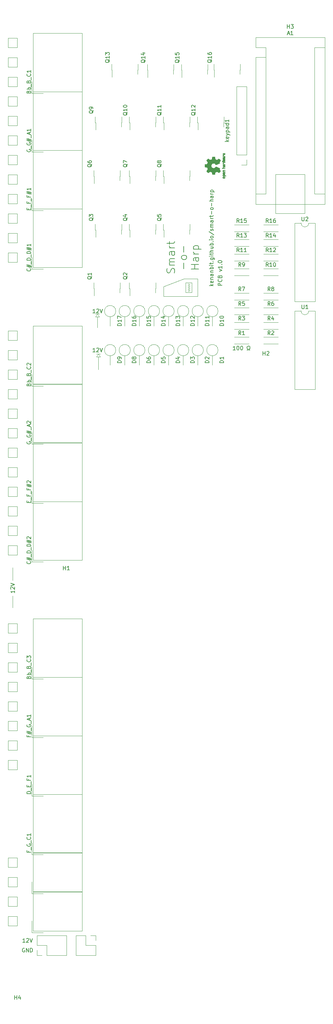
<source format=gto>
%TF.GenerationSoftware,KiCad,Pcbnew,(5.1.6-0-10_14)*%
%TF.CreationDate,2020-09-12T12:57:19-04:00*%
%TF.ProjectId,smart-o-harp,736d6172-742d-46f2-9d68-6172702e6b69,rev?*%
%TF.SameCoordinates,Original*%
%TF.FileFunction,Legend,Top*%
%TF.FilePolarity,Positive*%
%FSLAX46Y46*%
G04 Gerber Fmt 4.6, Leading zero omitted, Abs format (unit mm)*
G04 Created by KiCad (PCBNEW (5.1.6-0-10_14)) date 2020-09-12 12:57:19*
%MOMM*%
%LPD*%
G01*
G04 APERTURE LIST*
%ADD10C,0.150000*%
%ADD11C,0.120000*%
%ADD12C,0.010000*%
G04 APERTURE END LIST*
D10*
X238410952Y-115514380D02*
X237839523Y-115514380D01*
X238125238Y-115514380D02*
X238125238Y-114514380D01*
X238030000Y-114657238D01*
X237934761Y-114752476D01*
X237839523Y-114800095D01*
X239030000Y-114514380D02*
X239125238Y-114514380D01*
X239220476Y-114562000D01*
X239268095Y-114609619D01*
X239315714Y-114704857D01*
X239363333Y-114895333D01*
X239363333Y-115133428D01*
X239315714Y-115323904D01*
X239268095Y-115419142D01*
X239220476Y-115466761D01*
X239125238Y-115514380D01*
X239030000Y-115514380D01*
X238934761Y-115466761D01*
X238887142Y-115419142D01*
X238839523Y-115323904D01*
X238791904Y-115133428D01*
X238791904Y-114895333D01*
X238839523Y-114704857D01*
X238887142Y-114609619D01*
X238934761Y-114562000D01*
X239030000Y-114514380D01*
X239982380Y-114514380D02*
X240077619Y-114514380D01*
X240172857Y-114562000D01*
X240220476Y-114609619D01*
X240268095Y-114704857D01*
X240315714Y-114895333D01*
X240315714Y-115133428D01*
X240268095Y-115323904D01*
X240220476Y-115419142D01*
X240172857Y-115466761D01*
X240077619Y-115514380D01*
X239982380Y-115514380D01*
X239887142Y-115466761D01*
X239839523Y-115419142D01*
X239791904Y-115323904D01*
X239744285Y-115133428D01*
X239744285Y-114895333D01*
X239791904Y-114704857D01*
X239839523Y-114609619D01*
X239887142Y-114562000D01*
X239982380Y-114514380D01*
X241458571Y-115514380D02*
X241696666Y-115514380D01*
X241696666Y-115323904D01*
X241601428Y-115276285D01*
X241506190Y-115181047D01*
X241458571Y-115038190D01*
X241458571Y-114800095D01*
X241506190Y-114657238D01*
X241601428Y-114562000D01*
X241744285Y-114514380D01*
X241934761Y-114514380D01*
X242077619Y-114562000D01*
X242172857Y-114657238D01*
X242220476Y-114800095D01*
X242220476Y-115038190D01*
X242172857Y-115181047D01*
X242077619Y-115276285D01*
X241982380Y-115323904D01*
X241982380Y-115514380D01*
X242220476Y-115514380D01*
D11*
X180340000Y-179578000D02*
X180340000Y-182626000D01*
X180340000Y-175514000D02*
X180340000Y-172212000D01*
D10*
X180792380Y-178165047D02*
X180792380Y-178736476D01*
X180792380Y-178450761D02*
X179792380Y-178450761D01*
X179935238Y-178546000D01*
X180030476Y-178641238D01*
X180078095Y-178736476D01*
X179887619Y-177784095D02*
X179840000Y-177736476D01*
X179792380Y-177641238D01*
X179792380Y-177403142D01*
X179840000Y-177307904D01*
X179887619Y-177260285D01*
X179982857Y-177212666D01*
X180078095Y-177212666D01*
X180220952Y-177260285D01*
X180792380Y-177831714D01*
X180792380Y-177212666D01*
X179792380Y-176926952D02*
X180792380Y-176593619D01*
X179792380Y-176260285D01*
X183388095Y-271280000D02*
X183292857Y-271232380D01*
X183150000Y-271232380D01*
X183007142Y-271280000D01*
X182911904Y-271375238D01*
X182864285Y-271470476D01*
X182816666Y-271660952D01*
X182816666Y-271803809D01*
X182864285Y-271994285D01*
X182911904Y-272089523D01*
X183007142Y-272184761D01*
X183150000Y-272232380D01*
X183245238Y-272232380D01*
X183388095Y-272184761D01*
X183435714Y-272137142D01*
X183435714Y-271803809D01*
X183245238Y-271803809D01*
X183864285Y-272232380D02*
X183864285Y-271232380D01*
X184435714Y-272232380D01*
X184435714Y-271232380D01*
X184911904Y-272232380D02*
X184911904Y-271232380D01*
X185150000Y-271232380D01*
X185292857Y-271280000D01*
X185388095Y-271375238D01*
X185435714Y-271470476D01*
X185483333Y-271660952D01*
X185483333Y-271803809D01*
X185435714Y-271994285D01*
X185388095Y-272089523D01*
X185292857Y-272184761D01*
X185150000Y-272232380D01*
X184911904Y-272232380D01*
X183530952Y-269692380D02*
X182959523Y-269692380D01*
X183245238Y-269692380D02*
X183245238Y-268692380D01*
X183150000Y-268835238D01*
X183054761Y-268930476D01*
X182959523Y-268978095D01*
X183911904Y-268787619D02*
X183959523Y-268740000D01*
X184054761Y-268692380D01*
X184292857Y-268692380D01*
X184388095Y-268740000D01*
X184435714Y-268787619D01*
X184483333Y-268882857D01*
X184483333Y-268978095D01*
X184435714Y-269120952D01*
X183864285Y-269692380D01*
X184483333Y-269692380D01*
X184769047Y-268692380D02*
X185102380Y-269692380D01*
X185435714Y-268692380D01*
D11*
X202692000Y-117348000D02*
X202692000Y-120650000D01*
X202438000Y-106934000D02*
X202438000Y-109728000D01*
X203200000Y-117348000D02*
X202184000Y-117348000D01*
X202184000Y-116586000D02*
X203200000Y-116586000D01*
X201930000Y-106172000D02*
X202946000Y-106172000D01*
X201930000Y-106934000D02*
X202946000Y-106934000D01*
X202438000Y-106172000D02*
X202946000Y-106934000D01*
X201930000Y-106934000D02*
X202438000Y-106172000D01*
D10*
X201818952Y-105862380D02*
X201247523Y-105862380D01*
X201533238Y-105862380D02*
X201533238Y-104862380D01*
X201438000Y-105005238D01*
X201342761Y-105100476D01*
X201247523Y-105148095D01*
X202199904Y-104957619D02*
X202247523Y-104910000D01*
X202342761Y-104862380D01*
X202580857Y-104862380D01*
X202676095Y-104910000D01*
X202723714Y-104957619D01*
X202771333Y-105052857D01*
X202771333Y-105148095D01*
X202723714Y-105290952D01*
X202152285Y-105862380D01*
X202771333Y-105862380D01*
X203057047Y-104862380D02*
X203390380Y-105862380D01*
X203723714Y-104862380D01*
D11*
X202692000Y-116586000D02*
X203200000Y-117348000D01*
X202184000Y-117348000D02*
X202692000Y-116586000D01*
D10*
X201818952Y-116022380D02*
X201247523Y-116022380D01*
X201533238Y-116022380D02*
X201533238Y-115022380D01*
X201438000Y-115165238D01*
X201342761Y-115260476D01*
X201247523Y-115308095D01*
X202199904Y-115117619D02*
X202247523Y-115070000D01*
X202342761Y-115022380D01*
X202580857Y-115022380D01*
X202676095Y-115070000D01*
X202723714Y-115117619D01*
X202771333Y-115212857D01*
X202771333Y-115308095D01*
X202723714Y-115450952D01*
X202152285Y-116022380D01*
X202771333Y-116022380D01*
X203057047Y-115022380D02*
X203390380Y-116022380D01*
X203723714Y-115022380D01*
D11*
X226568000Y-98552000D02*
X226314000Y-98298000D01*
X226314000Y-98806000D02*
X226568000Y-98552000D01*
X226568000Y-99060000D02*
X226314000Y-98806000D01*
X226314000Y-99314000D02*
X226568000Y-99060000D01*
X226568000Y-99568000D02*
X226314000Y-99314000D01*
X226314000Y-99822000D02*
X226568000Y-99568000D01*
X226568000Y-100076000D02*
X226314000Y-99822000D01*
X226314000Y-100330000D02*
X226568000Y-100076000D01*
X226314000Y-98552000D02*
X226060000Y-98298000D01*
X226060000Y-98806000D02*
X226314000Y-98552000D01*
X226314000Y-99060000D02*
X226060000Y-98806000D01*
X226060000Y-99314000D02*
X226314000Y-99060000D01*
X226314000Y-99568000D02*
X226060000Y-99314000D01*
X226060000Y-99822000D02*
X226314000Y-99568000D01*
X226314000Y-100076000D02*
X226060000Y-99822000D01*
X226060000Y-100330000D02*
X226314000Y-100076000D01*
X228600000Y-97028000D02*
X228600000Y-101600000D01*
X219710000Y-99060000D02*
X225044000Y-97028000D01*
X228600000Y-97028000D02*
X225044000Y-97028000D01*
D10*
X232608380Y-98788571D02*
X231608380Y-98788571D01*
X232227428Y-98693333D02*
X232608380Y-98407619D01*
X231941714Y-98407619D02*
X232322666Y-98788571D01*
X232560761Y-97598095D02*
X232608380Y-97693333D01*
X232608380Y-97883809D01*
X232560761Y-97979047D01*
X232465523Y-98026666D01*
X232084571Y-98026666D01*
X231989333Y-97979047D01*
X231941714Y-97883809D01*
X231941714Y-97693333D01*
X231989333Y-97598095D01*
X232084571Y-97550476D01*
X232179809Y-97550476D01*
X232275047Y-98026666D01*
X231941714Y-97121904D02*
X232608380Y-97121904D01*
X232036952Y-97121904D02*
X231989333Y-97074285D01*
X231941714Y-96979047D01*
X231941714Y-96836190D01*
X231989333Y-96740952D01*
X232084571Y-96693333D01*
X232608380Y-96693333D01*
X232608380Y-95788571D02*
X232084571Y-95788571D01*
X231989333Y-95836190D01*
X231941714Y-95931428D01*
X231941714Y-96121904D01*
X231989333Y-96217142D01*
X232560761Y-95788571D02*
X232608380Y-95883809D01*
X232608380Y-96121904D01*
X232560761Y-96217142D01*
X232465523Y-96264761D01*
X232370285Y-96264761D01*
X232275047Y-96217142D01*
X232227428Y-96121904D01*
X232227428Y-95883809D01*
X232179809Y-95788571D01*
X231941714Y-95312380D02*
X232608380Y-95312380D01*
X232036952Y-95312380D02*
X231989333Y-95264761D01*
X231941714Y-95169523D01*
X231941714Y-95026666D01*
X231989333Y-94931428D01*
X232084571Y-94883809D01*
X232608380Y-94883809D01*
X232608380Y-94407619D02*
X231608380Y-94407619D01*
X231989333Y-94407619D02*
X231941714Y-94312380D01*
X231941714Y-94121904D01*
X231989333Y-94026666D01*
X232036952Y-93979047D01*
X232132190Y-93931428D01*
X232417904Y-93931428D01*
X232513142Y-93979047D01*
X232560761Y-94026666D01*
X232608380Y-94121904D01*
X232608380Y-94312380D01*
X232560761Y-94407619D01*
X232608380Y-93502857D02*
X231941714Y-93502857D01*
X231608380Y-93502857D02*
X231656000Y-93550476D01*
X231703619Y-93502857D01*
X231656000Y-93455238D01*
X231608380Y-93502857D01*
X231703619Y-93502857D01*
X231941714Y-93169523D02*
X231941714Y-92788571D01*
X231608380Y-93026666D02*
X232465523Y-93026666D01*
X232560761Y-92979047D01*
X232608380Y-92883809D01*
X232608380Y-92788571D01*
X232513142Y-92455238D02*
X232560761Y-92407619D01*
X232608380Y-92455238D01*
X232560761Y-92502857D01*
X232513142Y-92455238D01*
X232608380Y-92455238D01*
X231941714Y-91550476D02*
X232751238Y-91550476D01*
X232846476Y-91598095D01*
X232894095Y-91645714D01*
X232941714Y-91740952D01*
X232941714Y-91883809D01*
X232894095Y-91979047D01*
X232560761Y-91550476D02*
X232608380Y-91645714D01*
X232608380Y-91836190D01*
X232560761Y-91931428D01*
X232513142Y-91979047D01*
X232417904Y-92026666D01*
X232132190Y-92026666D01*
X232036952Y-91979047D01*
X231989333Y-91931428D01*
X231941714Y-91836190D01*
X231941714Y-91645714D01*
X231989333Y-91550476D01*
X232608380Y-91074285D02*
X231941714Y-91074285D01*
X231608380Y-91074285D02*
X231656000Y-91121904D01*
X231703619Y-91074285D01*
X231656000Y-91026666D01*
X231608380Y-91074285D01*
X231703619Y-91074285D01*
X231941714Y-90740952D02*
X231941714Y-90360000D01*
X231608380Y-90598095D02*
X232465523Y-90598095D01*
X232560761Y-90550476D01*
X232608380Y-90455238D01*
X232608380Y-90360000D01*
X232608380Y-90026666D02*
X231608380Y-90026666D01*
X232608380Y-89598095D02*
X232084571Y-89598095D01*
X231989333Y-89645714D01*
X231941714Y-89740952D01*
X231941714Y-89883809D01*
X231989333Y-89979047D01*
X232036952Y-90026666D01*
X231941714Y-88693333D02*
X232608380Y-88693333D01*
X231941714Y-89121904D02*
X232465523Y-89121904D01*
X232560761Y-89074285D01*
X232608380Y-88979047D01*
X232608380Y-88836190D01*
X232560761Y-88740952D01*
X232513142Y-88693333D01*
X232608380Y-88217142D02*
X231608380Y-88217142D01*
X231989333Y-88217142D02*
X231941714Y-88121904D01*
X231941714Y-87931428D01*
X231989333Y-87836190D01*
X232036952Y-87788571D01*
X232132190Y-87740952D01*
X232417904Y-87740952D01*
X232513142Y-87788571D01*
X232560761Y-87836190D01*
X232608380Y-87931428D01*
X232608380Y-88121904D01*
X232560761Y-88217142D01*
X232513142Y-87312380D02*
X232560761Y-87264761D01*
X232608380Y-87312380D01*
X232560761Y-87360000D01*
X232513142Y-87312380D01*
X232608380Y-87312380D01*
X232608380Y-86836190D02*
X231941714Y-86836190D01*
X231608380Y-86836190D02*
X231656000Y-86883809D01*
X231703619Y-86836190D01*
X231656000Y-86788571D01*
X231608380Y-86836190D01*
X231703619Y-86836190D01*
X232608380Y-86217142D02*
X232560761Y-86312380D01*
X232513142Y-86360000D01*
X232417904Y-86407619D01*
X232132190Y-86407619D01*
X232036952Y-86360000D01*
X231989333Y-86312380D01*
X231941714Y-86217142D01*
X231941714Y-86074285D01*
X231989333Y-85979047D01*
X232036952Y-85931428D01*
X232132190Y-85883809D01*
X232417904Y-85883809D01*
X232513142Y-85931428D01*
X232560761Y-85979047D01*
X232608380Y-86074285D01*
X232608380Y-86217142D01*
X231560761Y-84740952D02*
X232846476Y-85598095D01*
X232560761Y-84455238D02*
X232608380Y-84360000D01*
X232608380Y-84169523D01*
X232560761Y-84074285D01*
X232465523Y-84026666D01*
X232417904Y-84026666D01*
X232322666Y-84074285D01*
X232275047Y-84169523D01*
X232275047Y-84312380D01*
X232227428Y-84407619D01*
X232132190Y-84455238D01*
X232084571Y-84455238D01*
X231989333Y-84407619D01*
X231941714Y-84312380D01*
X231941714Y-84169523D01*
X231989333Y-84074285D01*
X232608380Y-83598095D02*
X231941714Y-83598095D01*
X232036952Y-83598095D02*
X231989333Y-83550476D01*
X231941714Y-83455238D01*
X231941714Y-83312380D01*
X231989333Y-83217142D01*
X232084571Y-83169523D01*
X232608380Y-83169523D01*
X232084571Y-83169523D02*
X231989333Y-83121904D01*
X231941714Y-83026666D01*
X231941714Y-82883809D01*
X231989333Y-82788571D01*
X232084571Y-82740952D01*
X232608380Y-82740952D01*
X232608380Y-81836190D02*
X232084571Y-81836190D01*
X231989333Y-81883809D01*
X231941714Y-81979047D01*
X231941714Y-82169523D01*
X231989333Y-82264761D01*
X232560761Y-81836190D02*
X232608380Y-81931428D01*
X232608380Y-82169523D01*
X232560761Y-82264761D01*
X232465523Y-82312380D01*
X232370285Y-82312380D01*
X232275047Y-82264761D01*
X232227428Y-82169523D01*
X232227428Y-81931428D01*
X232179809Y-81836190D01*
X232608380Y-81360000D02*
X231941714Y-81360000D01*
X232132190Y-81360000D02*
X232036952Y-81312380D01*
X231989333Y-81264761D01*
X231941714Y-81169523D01*
X231941714Y-81074285D01*
X231941714Y-80883809D02*
X231941714Y-80502857D01*
X231608380Y-80740952D02*
X232465523Y-80740952D01*
X232560761Y-80693333D01*
X232608380Y-80598095D01*
X232608380Y-80502857D01*
X232227428Y-80169523D02*
X232227428Y-79407619D01*
X232608380Y-78788571D02*
X232560761Y-78883809D01*
X232513142Y-78931428D01*
X232417904Y-78979047D01*
X232132190Y-78979047D01*
X232036952Y-78931428D01*
X231989333Y-78883809D01*
X231941714Y-78788571D01*
X231941714Y-78645714D01*
X231989333Y-78550476D01*
X232036952Y-78502857D01*
X232132190Y-78455238D01*
X232417904Y-78455238D01*
X232513142Y-78502857D01*
X232560761Y-78550476D01*
X232608380Y-78645714D01*
X232608380Y-78788571D01*
X232227428Y-78026666D02*
X232227428Y-77264761D01*
X232608380Y-76788571D02*
X231608380Y-76788571D01*
X232608380Y-76360000D02*
X232084571Y-76360000D01*
X231989333Y-76407619D01*
X231941714Y-76502857D01*
X231941714Y-76645714D01*
X231989333Y-76740952D01*
X232036952Y-76788571D01*
X232608380Y-75455238D02*
X232084571Y-75455238D01*
X231989333Y-75502857D01*
X231941714Y-75598095D01*
X231941714Y-75788571D01*
X231989333Y-75883809D01*
X232560761Y-75455238D02*
X232608380Y-75550476D01*
X232608380Y-75788571D01*
X232560761Y-75883809D01*
X232465523Y-75931428D01*
X232370285Y-75931428D01*
X232275047Y-75883809D01*
X232227428Y-75788571D01*
X232227428Y-75550476D01*
X232179809Y-75455238D01*
X232608380Y-74979047D02*
X231941714Y-74979047D01*
X232132190Y-74979047D02*
X232036952Y-74931428D01*
X231989333Y-74883809D01*
X231941714Y-74788571D01*
X231941714Y-74693333D01*
X231941714Y-74360000D02*
X232941714Y-74360000D01*
X231989333Y-74360000D02*
X231941714Y-74264761D01*
X231941714Y-74074285D01*
X231989333Y-73979047D01*
X232036952Y-73931428D01*
X232132190Y-73883809D01*
X232417904Y-73883809D01*
X232513142Y-73931428D01*
X232560761Y-73979047D01*
X232608380Y-74074285D01*
X232608380Y-74264761D01*
X232560761Y-74360000D01*
D11*
X225425000Y-98044000D02*
X225425000Y-98171000D01*
X227076000Y-98044000D02*
X225425000Y-98044000D01*
X227076000Y-100584000D02*
X227076000Y-98044000D01*
X225425000Y-100584000D02*
X227076000Y-100584000D01*
X225425000Y-98171000D02*
X225425000Y-100584000D01*
X219710000Y-99060000D02*
X219710000Y-101600000D01*
X219710000Y-101600000D02*
X220980000Y-101600000D01*
X220980000Y-101600000D02*
X228600000Y-101600000D01*
D10*
X234894380Y-98718285D02*
X233894380Y-98718285D01*
X233894380Y-98337333D01*
X233942000Y-98242095D01*
X233989619Y-98194476D01*
X234084857Y-98146857D01*
X234227714Y-98146857D01*
X234322952Y-98194476D01*
X234370571Y-98242095D01*
X234418190Y-98337333D01*
X234418190Y-98718285D01*
X234799142Y-97146857D02*
X234846761Y-97194476D01*
X234894380Y-97337333D01*
X234894380Y-97432571D01*
X234846761Y-97575428D01*
X234751523Y-97670666D01*
X234656285Y-97718285D01*
X234465809Y-97765904D01*
X234322952Y-97765904D01*
X234132476Y-97718285D01*
X234037238Y-97670666D01*
X233942000Y-97575428D01*
X233894380Y-97432571D01*
X233894380Y-97337333D01*
X233942000Y-97194476D01*
X233989619Y-97146857D01*
X234370571Y-96384952D02*
X234418190Y-96242095D01*
X234465809Y-96194476D01*
X234561047Y-96146857D01*
X234703904Y-96146857D01*
X234799142Y-96194476D01*
X234846761Y-96242095D01*
X234894380Y-96337333D01*
X234894380Y-96718285D01*
X233894380Y-96718285D01*
X233894380Y-96384952D01*
X233942000Y-96289714D01*
X233989619Y-96242095D01*
X234084857Y-96194476D01*
X234180095Y-96194476D01*
X234275333Y-96242095D01*
X234322952Y-96289714D01*
X234370571Y-96384952D01*
X234370571Y-96718285D01*
X234227714Y-95051619D02*
X234894380Y-94813523D01*
X234227714Y-94575428D01*
X234894380Y-93670666D02*
X234894380Y-94242095D01*
X234894380Y-93956380D02*
X233894380Y-93956380D01*
X234037238Y-94051619D01*
X234132476Y-94146857D01*
X234180095Y-94242095D01*
X234799142Y-93242095D02*
X234846761Y-93194476D01*
X234894380Y-93242095D01*
X234846761Y-93289714D01*
X234799142Y-93242095D01*
X234894380Y-93242095D01*
X233894380Y-92575428D02*
X233894380Y-92480190D01*
X233942000Y-92384952D01*
X233989619Y-92337333D01*
X234084857Y-92289714D01*
X234275333Y-92242095D01*
X234513428Y-92242095D01*
X234703904Y-92289714D01*
X234799142Y-92337333D01*
X234846761Y-92384952D01*
X234894380Y-92480190D01*
X234894380Y-92575428D01*
X234846761Y-92670666D01*
X234799142Y-92718285D01*
X234703904Y-92765904D01*
X234513428Y-92813523D01*
X234275333Y-92813523D01*
X234084857Y-92765904D01*
X233989619Y-92718285D01*
X233942000Y-92670666D01*
X233894380Y-92575428D01*
X222449523Y-95440000D02*
X222544761Y-95154285D01*
X222544761Y-94678095D01*
X222449523Y-94487619D01*
X222354285Y-94392380D01*
X222163809Y-94297142D01*
X221973333Y-94297142D01*
X221782857Y-94392380D01*
X221687619Y-94487619D01*
X221592380Y-94678095D01*
X221497142Y-95059047D01*
X221401904Y-95249523D01*
X221306666Y-95344761D01*
X221116190Y-95440000D01*
X220925714Y-95440000D01*
X220735238Y-95344761D01*
X220640000Y-95249523D01*
X220544761Y-95059047D01*
X220544761Y-94582857D01*
X220640000Y-94297142D01*
X222544761Y-93440000D02*
X221211428Y-93440000D01*
X221401904Y-93440000D02*
X221306666Y-93344761D01*
X221211428Y-93154285D01*
X221211428Y-92868571D01*
X221306666Y-92678095D01*
X221497142Y-92582857D01*
X222544761Y-92582857D01*
X221497142Y-92582857D02*
X221306666Y-92487619D01*
X221211428Y-92297142D01*
X221211428Y-92011428D01*
X221306666Y-91820952D01*
X221497142Y-91725714D01*
X222544761Y-91725714D01*
X222544761Y-89916190D02*
X221497142Y-89916190D01*
X221306666Y-90011428D01*
X221211428Y-90201904D01*
X221211428Y-90582857D01*
X221306666Y-90773333D01*
X222449523Y-89916190D02*
X222544761Y-90106666D01*
X222544761Y-90582857D01*
X222449523Y-90773333D01*
X222259047Y-90868571D01*
X222068571Y-90868571D01*
X221878095Y-90773333D01*
X221782857Y-90582857D01*
X221782857Y-90106666D01*
X221687619Y-89916190D01*
X222544761Y-88963809D02*
X221211428Y-88963809D01*
X221592380Y-88963809D02*
X221401904Y-88868571D01*
X221306666Y-88773333D01*
X221211428Y-88582857D01*
X221211428Y-88392380D01*
X221211428Y-88011428D02*
X221211428Y-87249523D01*
X220544761Y-87725714D02*
X222259047Y-87725714D01*
X222449523Y-87630476D01*
X222544761Y-87440000D01*
X222544761Y-87249523D01*
X224932857Y-94344761D02*
X224932857Y-92820952D01*
X225694761Y-91582857D02*
X225599523Y-91773333D01*
X225504285Y-91868571D01*
X225313809Y-91963809D01*
X224742380Y-91963809D01*
X224551904Y-91868571D01*
X224456666Y-91773333D01*
X224361428Y-91582857D01*
X224361428Y-91297142D01*
X224456666Y-91106666D01*
X224551904Y-91011428D01*
X224742380Y-90916190D01*
X225313809Y-90916190D01*
X225504285Y-91011428D01*
X225599523Y-91106666D01*
X225694761Y-91297142D01*
X225694761Y-91582857D01*
X224932857Y-90059047D02*
X224932857Y-88535238D01*
X228844761Y-94440000D02*
X226844761Y-94440000D01*
X227797142Y-94440000D02*
X227797142Y-93297142D01*
X228844761Y-93297142D02*
X226844761Y-93297142D01*
X228844761Y-91487619D02*
X227797142Y-91487619D01*
X227606666Y-91582857D01*
X227511428Y-91773333D01*
X227511428Y-92154285D01*
X227606666Y-92344761D01*
X228749523Y-91487619D02*
X228844761Y-91678095D01*
X228844761Y-92154285D01*
X228749523Y-92344761D01*
X228559047Y-92440000D01*
X228368571Y-92440000D01*
X228178095Y-92344761D01*
X228082857Y-92154285D01*
X228082857Y-91678095D01*
X227987619Y-91487619D01*
X228844761Y-90535238D02*
X227511428Y-90535238D01*
X227892380Y-90535238D02*
X227701904Y-90440000D01*
X227606666Y-90344761D01*
X227511428Y-90154285D01*
X227511428Y-89963809D01*
X227511428Y-89297142D02*
X229511428Y-89297142D01*
X227606666Y-89297142D02*
X227511428Y-89106666D01*
X227511428Y-88725714D01*
X227606666Y-88535238D01*
X227701904Y-88440000D01*
X227892380Y-88344761D01*
X228463809Y-88344761D01*
X228654285Y-88440000D01*
X228749523Y-88535238D01*
X228844761Y-88725714D01*
X228844761Y-89106666D01*
X228749523Y-89297142D01*
D11*
X256540000Y-69850000D02*
X248920000Y-69850000D01*
X256540000Y-80010000D02*
X256540000Y-69850000D01*
X248920000Y-80010000D02*
X256540000Y-80010000D01*
X248920000Y-69850000D02*
X248920000Y-80010000D01*
D12*
%TO.C,REF\u002A\u002A*%
G36*
X235091918Y-69964256D02*
G01*
X235119568Y-69908799D01*
X235170480Y-69859852D01*
X235189338Y-69846371D01*
X235214015Y-69831686D01*
X235240816Y-69822158D01*
X235276587Y-69816707D01*
X235328169Y-69814253D01*
X235396267Y-69813714D01*
X235489588Y-69816148D01*
X235559657Y-69824606D01*
X235611931Y-69840826D01*
X235651869Y-69866546D01*
X235684929Y-69903503D01*
X235686886Y-69906218D01*
X235706908Y-69942640D01*
X235716815Y-69986498D01*
X235719257Y-70042276D01*
X235719257Y-70132952D01*
X235807283Y-70132990D01*
X235856308Y-70133834D01*
X235885065Y-70138976D01*
X235902311Y-70152413D01*
X235916808Y-70178142D01*
X235919769Y-70184321D01*
X235933648Y-70213236D01*
X235942414Y-70235624D01*
X235943171Y-70252271D01*
X235933023Y-70263964D01*
X235909073Y-70271490D01*
X235868426Y-70275634D01*
X235808186Y-70277185D01*
X235725455Y-70276929D01*
X235617339Y-70275651D01*
X235585000Y-70275252D01*
X235473524Y-70273815D01*
X235400603Y-70272528D01*
X235400603Y-70133029D01*
X235462499Y-70132245D01*
X235502997Y-70128760D01*
X235529708Y-70120876D01*
X235550244Y-70106895D01*
X235560260Y-70097403D01*
X235589567Y-70058596D01*
X235591952Y-70024237D01*
X235567750Y-69988784D01*
X235566857Y-69987886D01*
X235548153Y-69973461D01*
X235522732Y-69964687D01*
X235483584Y-69960261D01*
X235423697Y-69958882D01*
X235410430Y-69958857D01*
X235327901Y-69962188D01*
X235270691Y-69973031D01*
X235235766Y-69992660D01*
X235220094Y-70022350D01*
X235218514Y-70039509D01*
X235225926Y-70080234D01*
X235250330Y-70108168D01*
X235294980Y-70124983D01*
X235363130Y-70132350D01*
X235400603Y-70133029D01*
X235400603Y-70272528D01*
X235387245Y-70272292D01*
X235322333Y-70270323D01*
X235274958Y-70267550D01*
X235241290Y-70263612D01*
X235217498Y-70258151D01*
X235199753Y-70250808D01*
X235184224Y-70241223D01*
X235178381Y-70237113D01*
X235123185Y-70182595D01*
X235091890Y-70113664D01*
X235083165Y-70033928D01*
X235091918Y-69964256D01*
G37*
X235091918Y-69964256D02*
X235119568Y-69908799D01*
X235170480Y-69859852D01*
X235189338Y-69846371D01*
X235214015Y-69831686D01*
X235240816Y-69822158D01*
X235276587Y-69816707D01*
X235328169Y-69814253D01*
X235396267Y-69813714D01*
X235489588Y-69816148D01*
X235559657Y-69824606D01*
X235611931Y-69840826D01*
X235651869Y-69866546D01*
X235684929Y-69903503D01*
X235686886Y-69906218D01*
X235706908Y-69942640D01*
X235716815Y-69986498D01*
X235719257Y-70042276D01*
X235719257Y-70132952D01*
X235807283Y-70132990D01*
X235856308Y-70133834D01*
X235885065Y-70138976D01*
X235902311Y-70152413D01*
X235916808Y-70178142D01*
X235919769Y-70184321D01*
X235933648Y-70213236D01*
X235942414Y-70235624D01*
X235943171Y-70252271D01*
X235933023Y-70263964D01*
X235909073Y-70271490D01*
X235868426Y-70275634D01*
X235808186Y-70277185D01*
X235725455Y-70276929D01*
X235617339Y-70275651D01*
X235585000Y-70275252D01*
X235473524Y-70273815D01*
X235400603Y-70272528D01*
X235400603Y-70133029D01*
X235462499Y-70132245D01*
X235502997Y-70128760D01*
X235529708Y-70120876D01*
X235550244Y-70106895D01*
X235560260Y-70097403D01*
X235589567Y-70058596D01*
X235591952Y-70024237D01*
X235567750Y-69988784D01*
X235566857Y-69987886D01*
X235548153Y-69973461D01*
X235522732Y-69964687D01*
X235483584Y-69960261D01*
X235423697Y-69958882D01*
X235410430Y-69958857D01*
X235327901Y-69962188D01*
X235270691Y-69973031D01*
X235235766Y-69992660D01*
X235220094Y-70022350D01*
X235218514Y-70039509D01*
X235225926Y-70080234D01*
X235250330Y-70108168D01*
X235294980Y-70124983D01*
X235363130Y-70132350D01*
X235400603Y-70133029D01*
X235400603Y-70272528D01*
X235387245Y-70272292D01*
X235322333Y-70270323D01*
X235274958Y-70267550D01*
X235241290Y-70263612D01*
X235217498Y-70258151D01*
X235199753Y-70250808D01*
X235184224Y-70241223D01*
X235178381Y-70237113D01*
X235123185Y-70182595D01*
X235091890Y-70113664D01*
X235083165Y-70033928D01*
X235091918Y-69964256D01*
G36*
X235099780Y-68847907D02*
G01*
X235126723Y-68801328D01*
X235153466Y-68768943D01*
X235181484Y-68745258D01*
X235215748Y-68728941D01*
X235261227Y-68718661D01*
X235322892Y-68713086D01*
X235405711Y-68710884D01*
X235465246Y-68710629D01*
X235684391Y-68710629D01*
X235712044Y-68772314D01*
X235739697Y-68834000D01*
X235499670Y-68841257D01*
X235410028Y-68844256D01*
X235344962Y-68847402D01*
X235300026Y-68851299D01*
X235270770Y-68856553D01*
X235252748Y-68863769D01*
X235241511Y-68873550D01*
X235239079Y-68876688D01*
X235220083Y-68924239D01*
X235227600Y-68972303D01*
X235247543Y-69000914D01*
X235261675Y-69012553D01*
X235280220Y-69020609D01*
X235308334Y-69025729D01*
X235351173Y-69028559D01*
X235413895Y-69029744D01*
X235479261Y-69029943D01*
X235561268Y-69029982D01*
X235619316Y-69031386D01*
X235658465Y-69036086D01*
X235683780Y-69046013D01*
X235700323Y-69063097D01*
X235713156Y-69089268D01*
X235726491Y-69124225D01*
X235741007Y-69162404D01*
X235483389Y-69157859D01*
X235390519Y-69156029D01*
X235321889Y-69153888D01*
X235272711Y-69150819D01*
X235238198Y-69146206D01*
X235213562Y-69139432D01*
X235194016Y-69129881D01*
X235176770Y-69118366D01*
X235121680Y-69062810D01*
X235089822Y-68995020D01*
X235082191Y-68921287D01*
X235099780Y-68847907D01*
G37*
X235099780Y-68847907D02*
X235126723Y-68801328D01*
X235153466Y-68768943D01*
X235181484Y-68745258D01*
X235215748Y-68728941D01*
X235261227Y-68718661D01*
X235322892Y-68713086D01*
X235405711Y-68710884D01*
X235465246Y-68710629D01*
X235684391Y-68710629D01*
X235712044Y-68772314D01*
X235739697Y-68834000D01*
X235499670Y-68841257D01*
X235410028Y-68844256D01*
X235344962Y-68847402D01*
X235300026Y-68851299D01*
X235270770Y-68856553D01*
X235252748Y-68863769D01*
X235241511Y-68873550D01*
X235239079Y-68876688D01*
X235220083Y-68924239D01*
X235227600Y-68972303D01*
X235247543Y-69000914D01*
X235261675Y-69012553D01*
X235280220Y-69020609D01*
X235308334Y-69025729D01*
X235351173Y-69028559D01*
X235413895Y-69029744D01*
X235479261Y-69029943D01*
X235561268Y-69029982D01*
X235619316Y-69031386D01*
X235658465Y-69036086D01*
X235683780Y-69046013D01*
X235700323Y-69063097D01*
X235713156Y-69089268D01*
X235726491Y-69124225D01*
X235741007Y-69162404D01*
X235483389Y-69157859D01*
X235390519Y-69156029D01*
X235321889Y-69153888D01*
X235272711Y-69150819D01*
X235238198Y-69146206D01*
X235213562Y-69139432D01*
X235194016Y-69129881D01*
X235176770Y-69118366D01*
X235121680Y-69062810D01*
X235089822Y-68995020D01*
X235082191Y-68921287D01*
X235099780Y-68847907D01*
G36*
X235093962Y-70522885D02*
G01*
X235129733Y-70454855D01*
X235187301Y-70404649D01*
X235224312Y-70386815D01*
X235279882Y-70372937D01*
X235350096Y-70365833D01*
X235426727Y-70365160D01*
X235501552Y-70370573D01*
X235566342Y-70381730D01*
X235612873Y-70398286D01*
X235620887Y-70403374D01*
X235680707Y-70463645D01*
X235716535Y-70535231D01*
X235727020Y-70612908D01*
X235710810Y-70691452D01*
X235701092Y-70713311D01*
X235671143Y-70755878D01*
X235631433Y-70793237D01*
X235626397Y-70796768D01*
X235602124Y-70811119D01*
X235576178Y-70820606D01*
X235542022Y-70826210D01*
X235493119Y-70828914D01*
X235422935Y-70829701D01*
X235407200Y-70829714D01*
X235402192Y-70829678D01*
X235402192Y-70684571D01*
X235468430Y-70683727D01*
X235512386Y-70680404D01*
X235540779Y-70673417D01*
X235560325Y-70661584D01*
X235566857Y-70655543D01*
X235591680Y-70620814D01*
X235590548Y-70587097D01*
X235569016Y-70553005D01*
X235546029Y-70532671D01*
X235512478Y-70520629D01*
X235459569Y-70513866D01*
X235453399Y-70513402D01*
X235357513Y-70512248D01*
X235286299Y-70524312D01*
X235240194Y-70549430D01*
X235219635Y-70587440D01*
X235218514Y-70601008D01*
X235224152Y-70636636D01*
X235243686Y-70661006D01*
X235281042Y-70675907D01*
X235340150Y-70683125D01*
X235402192Y-70684571D01*
X235402192Y-70829678D01*
X235332413Y-70829174D01*
X235280159Y-70826904D01*
X235243949Y-70821932D01*
X235217299Y-70813287D01*
X235193722Y-70799995D01*
X235189338Y-70797057D01*
X235130249Y-70747687D01*
X235095947Y-70693891D01*
X235082331Y-70628398D01*
X235081665Y-70606158D01*
X235093962Y-70522885D01*
G37*
X235093962Y-70522885D02*
X235129733Y-70454855D01*
X235187301Y-70404649D01*
X235224312Y-70386815D01*
X235279882Y-70372937D01*
X235350096Y-70365833D01*
X235426727Y-70365160D01*
X235501552Y-70370573D01*
X235566342Y-70381730D01*
X235612873Y-70398286D01*
X235620887Y-70403374D01*
X235680707Y-70463645D01*
X235716535Y-70535231D01*
X235727020Y-70612908D01*
X235710810Y-70691452D01*
X235701092Y-70713311D01*
X235671143Y-70755878D01*
X235631433Y-70793237D01*
X235626397Y-70796768D01*
X235602124Y-70811119D01*
X235576178Y-70820606D01*
X235542022Y-70826210D01*
X235493119Y-70828914D01*
X235422935Y-70829701D01*
X235407200Y-70829714D01*
X235402192Y-70829678D01*
X235402192Y-70684571D01*
X235468430Y-70683727D01*
X235512386Y-70680404D01*
X235540779Y-70673417D01*
X235560325Y-70661584D01*
X235566857Y-70655543D01*
X235591680Y-70620814D01*
X235590548Y-70587097D01*
X235569016Y-70553005D01*
X235546029Y-70532671D01*
X235512478Y-70520629D01*
X235459569Y-70513866D01*
X235453399Y-70513402D01*
X235357513Y-70512248D01*
X235286299Y-70524312D01*
X235240194Y-70549430D01*
X235219635Y-70587440D01*
X235218514Y-70601008D01*
X235224152Y-70636636D01*
X235243686Y-70661006D01*
X235281042Y-70675907D01*
X235340150Y-70683125D01*
X235402192Y-70684571D01*
X235402192Y-70829678D01*
X235332413Y-70829174D01*
X235280159Y-70826904D01*
X235243949Y-70821932D01*
X235217299Y-70813287D01*
X235193722Y-70799995D01*
X235189338Y-70797057D01*
X235130249Y-70747687D01*
X235095947Y-70693891D01*
X235082331Y-70628398D01*
X235081665Y-70606158D01*
X235093962Y-70522885D01*
G36*
X235103239Y-69395697D02*
G01*
X235141735Y-69338473D01*
X235197335Y-69294251D01*
X235268086Y-69267833D01*
X235320162Y-69262490D01*
X235341893Y-69263097D01*
X235358531Y-69268178D01*
X235373437Y-69282145D01*
X235389973Y-69309411D01*
X235411498Y-69354388D01*
X235441374Y-69421489D01*
X235441524Y-69421829D01*
X235469813Y-69483593D01*
X235494933Y-69534241D01*
X235514179Y-69568596D01*
X235524848Y-69581482D01*
X235524934Y-69581486D01*
X235548166Y-69570128D01*
X235573774Y-69543569D01*
X235592221Y-69513077D01*
X235595886Y-69497630D01*
X235583212Y-69455485D01*
X235551471Y-69419192D01*
X235516572Y-69401483D01*
X235490845Y-69384448D01*
X235461546Y-69351078D01*
X235436235Y-69311851D01*
X235422471Y-69277244D01*
X235421714Y-69270007D01*
X235434160Y-69261861D01*
X235465972Y-69261370D01*
X235508866Y-69267357D01*
X235554558Y-69278643D01*
X235594761Y-69294050D01*
X235596322Y-69294829D01*
X235661062Y-69341196D01*
X235705097Y-69401289D01*
X235726711Y-69469535D01*
X235724185Y-69540362D01*
X235695804Y-69608196D01*
X235693808Y-69611212D01*
X235645448Y-69664573D01*
X235582352Y-69699660D01*
X235499387Y-69719078D01*
X235476078Y-69721684D01*
X235366055Y-69726299D01*
X235314748Y-69720767D01*
X235314748Y-69581486D01*
X235346753Y-69579676D01*
X235356093Y-69569778D01*
X235349105Y-69545102D01*
X235332587Y-69506205D01*
X235311881Y-69462725D01*
X235311333Y-69461644D01*
X235291949Y-69424791D01*
X235279013Y-69410000D01*
X235265451Y-69413647D01*
X235247632Y-69429005D01*
X235221845Y-69468077D01*
X235219950Y-69510154D01*
X235238717Y-69547897D01*
X235274915Y-69573966D01*
X235314748Y-69581486D01*
X235314748Y-69720767D01*
X235278027Y-69716806D01*
X235208212Y-69692450D01*
X235159302Y-69658544D01*
X235109878Y-69597347D01*
X235085359Y-69529937D01*
X235083797Y-69461120D01*
X235103239Y-69395697D01*
G37*
X235103239Y-69395697D02*
X235141735Y-69338473D01*
X235197335Y-69294251D01*
X235268086Y-69267833D01*
X235320162Y-69262490D01*
X235341893Y-69263097D01*
X235358531Y-69268178D01*
X235373437Y-69282145D01*
X235389973Y-69309411D01*
X235411498Y-69354388D01*
X235441374Y-69421489D01*
X235441524Y-69421829D01*
X235469813Y-69483593D01*
X235494933Y-69534241D01*
X235514179Y-69568596D01*
X235524848Y-69581482D01*
X235524934Y-69581486D01*
X235548166Y-69570128D01*
X235573774Y-69543569D01*
X235592221Y-69513077D01*
X235595886Y-69497630D01*
X235583212Y-69455485D01*
X235551471Y-69419192D01*
X235516572Y-69401483D01*
X235490845Y-69384448D01*
X235461546Y-69351078D01*
X235436235Y-69311851D01*
X235422471Y-69277244D01*
X235421714Y-69270007D01*
X235434160Y-69261861D01*
X235465972Y-69261370D01*
X235508866Y-69267357D01*
X235554558Y-69278643D01*
X235594761Y-69294050D01*
X235596322Y-69294829D01*
X235661062Y-69341196D01*
X235705097Y-69401289D01*
X235726711Y-69469535D01*
X235724185Y-69540362D01*
X235695804Y-69608196D01*
X235693808Y-69611212D01*
X235645448Y-69664573D01*
X235582352Y-69699660D01*
X235499387Y-69719078D01*
X235476078Y-69721684D01*
X235366055Y-69726299D01*
X235314748Y-69720767D01*
X235314748Y-69581486D01*
X235346753Y-69579676D01*
X235356093Y-69569778D01*
X235349105Y-69545102D01*
X235332587Y-69506205D01*
X235311881Y-69462725D01*
X235311333Y-69461644D01*
X235291949Y-69424791D01*
X235279013Y-69410000D01*
X235265451Y-69413647D01*
X235247632Y-69429005D01*
X235221845Y-69468077D01*
X235219950Y-69510154D01*
X235238717Y-69547897D01*
X235274915Y-69573966D01*
X235314748Y-69581486D01*
X235314748Y-69720767D01*
X235278027Y-69716806D01*
X235208212Y-69692450D01*
X235159302Y-69658544D01*
X235109878Y-69597347D01*
X235085359Y-69529937D01*
X235083797Y-69461120D01*
X235103239Y-69395697D01*
G36*
X235023289Y-68188114D02*
G01*
X235082613Y-68183861D01*
X235117572Y-68178975D01*
X235132820Y-68172205D01*
X235133015Y-68162298D01*
X235131195Y-68159086D01*
X235118015Y-68116356D01*
X235118785Y-68060773D01*
X235132333Y-68004263D01*
X235149861Y-67968918D01*
X235177861Y-67932679D01*
X235209549Y-67906187D01*
X235249813Y-67888001D01*
X235303543Y-67876678D01*
X235375626Y-67870778D01*
X235470951Y-67868857D01*
X235489237Y-67868823D01*
X235694646Y-67868800D01*
X235710580Y-67914509D01*
X235721420Y-67946973D01*
X235726468Y-67964785D01*
X235726514Y-67965309D01*
X235712828Y-67967063D01*
X235675076Y-67968556D01*
X235618224Y-67969674D01*
X235547234Y-67970303D01*
X235504073Y-67970400D01*
X235418973Y-67970602D01*
X235357981Y-67971642D01*
X235316177Y-67974169D01*
X235288642Y-67978836D01*
X235270456Y-67986293D01*
X235256698Y-67997189D01*
X235250073Y-68003993D01*
X235223375Y-68050728D01*
X235221375Y-68101728D01*
X235243955Y-68147999D01*
X235252107Y-68156556D01*
X235267436Y-68169107D01*
X235285618Y-68177812D01*
X235311909Y-68183369D01*
X235351562Y-68186474D01*
X235409832Y-68187824D01*
X235490173Y-68188114D01*
X235694646Y-68188114D01*
X235710580Y-68233823D01*
X235721420Y-68266287D01*
X235726468Y-68284099D01*
X235726514Y-68284623D01*
X235712623Y-68285963D01*
X235673439Y-68287172D01*
X235612700Y-68288199D01*
X235534141Y-68288998D01*
X235441498Y-68289519D01*
X235338509Y-68289714D01*
X234941342Y-68289714D01*
X234921444Y-68242543D01*
X234901547Y-68195371D01*
X235023289Y-68188114D01*
G37*
X235023289Y-68188114D02*
X235082613Y-68183861D01*
X235117572Y-68178975D01*
X235132820Y-68172205D01*
X235133015Y-68162298D01*
X235131195Y-68159086D01*
X235118015Y-68116356D01*
X235118785Y-68060773D01*
X235132333Y-68004263D01*
X235149861Y-67968918D01*
X235177861Y-67932679D01*
X235209549Y-67906187D01*
X235249813Y-67888001D01*
X235303543Y-67876678D01*
X235375626Y-67870778D01*
X235470951Y-67868857D01*
X235489237Y-67868823D01*
X235694646Y-67868800D01*
X235710580Y-67914509D01*
X235721420Y-67946973D01*
X235726468Y-67964785D01*
X235726514Y-67965309D01*
X235712828Y-67967063D01*
X235675076Y-67968556D01*
X235618224Y-67969674D01*
X235547234Y-67970303D01*
X235504073Y-67970400D01*
X235418973Y-67970602D01*
X235357981Y-67971642D01*
X235316177Y-67974169D01*
X235288642Y-67978836D01*
X235270456Y-67986293D01*
X235256698Y-67997189D01*
X235250073Y-68003993D01*
X235223375Y-68050728D01*
X235221375Y-68101728D01*
X235243955Y-68147999D01*
X235252107Y-68156556D01*
X235267436Y-68169107D01*
X235285618Y-68177812D01*
X235311909Y-68183369D01*
X235351562Y-68186474D01*
X235409832Y-68187824D01*
X235490173Y-68188114D01*
X235694646Y-68188114D01*
X235710580Y-68233823D01*
X235721420Y-68266287D01*
X235726468Y-68284099D01*
X235726514Y-68284623D01*
X235712623Y-68285963D01*
X235673439Y-68287172D01*
X235612700Y-68288199D01*
X235534141Y-68288998D01*
X235441498Y-68289519D01*
X235338509Y-68289714D01*
X234941342Y-68289714D01*
X234921444Y-68242543D01*
X234901547Y-68195371D01*
X235023289Y-68188114D01*
G36*
X235122968Y-67524256D02*
G01*
X235144087Y-67467384D01*
X235144493Y-67466733D01*
X235170380Y-67431560D01*
X235200633Y-67405593D01*
X235240058Y-67387330D01*
X235293462Y-67375268D01*
X235365651Y-67367904D01*
X235461432Y-67363736D01*
X235475078Y-67363371D01*
X235680842Y-67358124D01*
X235703678Y-67402284D01*
X235719110Y-67434237D01*
X235726423Y-67453530D01*
X235726514Y-67454422D01*
X235713022Y-67457761D01*
X235676626Y-67460413D01*
X235623452Y-67462044D01*
X235580393Y-67462400D01*
X235510641Y-67462408D01*
X235466837Y-67465597D01*
X235445944Y-67476712D01*
X235444925Y-67500499D01*
X235460741Y-67541704D01*
X235489815Y-67603914D01*
X235513963Y-67649659D01*
X235534913Y-67673187D01*
X235557747Y-67680104D01*
X235558877Y-67680114D01*
X235598212Y-67668701D01*
X235619462Y-67634908D01*
X235622539Y-67583191D01*
X235622006Y-67545939D01*
X235632735Y-67526297D01*
X235658505Y-67514048D01*
X235691337Y-67506998D01*
X235709966Y-67517158D01*
X235712632Y-67520983D01*
X235723340Y-67556999D01*
X235724856Y-67607434D01*
X235717759Y-67659374D01*
X235704788Y-67696178D01*
X235661585Y-67747062D01*
X235601446Y-67775986D01*
X235554462Y-67781714D01*
X235512082Y-67777343D01*
X235477488Y-67761525D01*
X235446763Y-67730203D01*
X235415990Y-67679322D01*
X235381252Y-67604824D01*
X235379288Y-67600286D01*
X235348287Y-67533179D01*
X235322862Y-67491768D01*
X235300014Y-67474019D01*
X235276745Y-67477893D01*
X235250056Y-67501357D01*
X235243914Y-67508373D01*
X235220100Y-67555370D01*
X235221103Y-67604067D01*
X235244451Y-67646478D01*
X235287675Y-67674616D01*
X235296160Y-67677231D01*
X235337308Y-67702692D01*
X235357128Y-67734999D01*
X235376770Y-67781714D01*
X235325950Y-67781714D01*
X235252082Y-67767504D01*
X235184327Y-67725325D01*
X235161661Y-67703376D01*
X235132569Y-67653483D01*
X235119400Y-67590033D01*
X235122968Y-67524256D01*
G37*
X235122968Y-67524256D02*
X235144087Y-67467384D01*
X235144493Y-67466733D01*
X235170380Y-67431560D01*
X235200633Y-67405593D01*
X235240058Y-67387330D01*
X235293462Y-67375268D01*
X235365651Y-67367904D01*
X235461432Y-67363736D01*
X235475078Y-67363371D01*
X235680842Y-67358124D01*
X235703678Y-67402284D01*
X235719110Y-67434237D01*
X235726423Y-67453530D01*
X235726514Y-67454422D01*
X235713022Y-67457761D01*
X235676626Y-67460413D01*
X235623452Y-67462044D01*
X235580393Y-67462400D01*
X235510641Y-67462408D01*
X235466837Y-67465597D01*
X235445944Y-67476712D01*
X235444925Y-67500499D01*
X235460741Y-67541704D01*
X235489815Y-67603914D01*
X235513963Y-67649659D01*
X235534913Y-67673187D01*
X235557747Y-67680104D01*
X235558877Y-67680114D01*
X235598212Y-67668701D01*
X235619462Y-67634908D01*
X235622539Y-67583191D01*
X235622006Y-67545939D01*
X235632735Y-67526297D01*
X235658505Y-67514048D01*
X235691337Y-67506998D01*
X235709966Y-67517158D01*
X235712632Y-67520983D01*
X235723340Y-67556999D01*
X235724856Y-67607434D01*
X235717759Y-67659374D01*
X235704788Y-67696178D01*
X235661585Y-67747062D01*
X235601446Y-67775986D01*
X235554462Y-67781714D01*
X235512082Y-67777343D01*
X235477488Y-67761525D01*
X235446763Y-67730203D01*
X235415990Y-67679322D01*
X235381252Y-67604824D01*
X235379288Y-67600286D01*
X235348287Y-67533179D01*
X235322862Y-67491768D01*
X235300014Y-67474019D01*
X235276745Y-67477893D01*
X235250056Y-67501357D01*
X235243914Y-67508373D01*
X235220100Y-67555370D01*
X235221103Y-67604067D01*
X235244451Y-67646478D01*
X235287675Y-67674616D01*
X235296160Y-67677231D01*
X235337308Y-67702692D01*
X235357128Y-67734999D01*
X235376770Y-67781714D01*
X235325950Y-67781714D01*
X235252082Y-67767504D01*
X235184327Y-67725325D01*
X235161661Y-67703376D01*
X235132569Y-67653483D01*
X235119400Y-67590033D01*
X235122968Y-67524256D01*
G36*
X235121755Y-67034074D02*
G01*
X235146084Y-66968142D01*
X235189117Y-66914727D01*
X235219409Y-66893836D01*
X235274994Y-66871061D01*
X235315186Y-66871534D01*
X235342217Y-66895438D01*
X235346813Y-66904283D01*
X235361144Y-66942470D01*
X235357472Y-66961972D01*
X235333407Y-66968578D01*
X235320114Y-66968914D01*
X235271210Y-66981008D01*
X235236999Y-67012529D01*
X235220476Y-67056341D01*
X235224634Y-67105305D01*
X235246227Y-67145106D01*
X235258544Y-67158550D01*
X235273487Y-67168079D01*
X235296075Y-67174515D01*
X235331328Y-67178683D01*
X235384266Y-67181403D01*
X235459907Y-67183498D01*
X235483857Y-67184040D01*
X235565790Y-67186019D01*
X235623455Y-67188269D01*
X235661608Y-67191643D01*
X235685004Y-67196994D01*
X235698398Y-67205176D01*
X235706545Y-67217041D01*
X235710144Y-67224638D01*
X235722452Y-67256898D01*
X235726514Y-67275889D01*
X235712948Y-67282164D01*
X235671934Y-67285994D01*
X235602999Y-67287400D01*
X235505669Y-67286402D01*
X235490657Y-67286092D01*
X235401859Y-67283899D01*
X235337019Y-67281307D01*
X235291067Y-67277618D01*
X235258935Y-67272136D01*
X235235553Y-67264165D01*
X235215852Y-67253007D01*
X235207410Y-67247170D01*
X235170057Y-67213704D01*
X235141003Y-67176273D01*
X235138467Y-67171691D01*
X235118443Y-67104574D01*
X235121755Y-67034074D01*
G37*
X235121755Y-67034074D02*
X235146084Y-66968142D01*
X235189117Y-66914727D01*
X235219409Y-66893836D01*
X235274994Y-66871061D01*
X235315186Y-66871534D01*
X235342217Y-66895438D01*
X235346813Y-66904283D01*
X235361144Y-66942470D01*
X235357472Y-66961972D01*
X235333407Y-66968578D01*
X235320114Y-66968914D01*
X235271210Y-66981008D01*
X235236999Y-67012529D01*
X235220476Y-67056341D01*
X235224634Y-67105305D01*
X235246227Y-67145106D01*
X235258544Y-67158550D01*
X235273487Y-67168079D01*
X235296075Y-67174515D01*
X235331328Y-67178683D01*
X235384266Y-67181403D01*
X235459907Y-67183498D01*
X235483857Y-67184040D01*
X235565790Y-67186019D01*
X235623455Y-67188269D01*
X235661608Y-67191643D01*
X235685004Y-67196994D01*
X235698398Y-67205176D01*
X235706545Y-67217041D01*
X235710144Y-67224638D01*
X235722452Y-67256898D01*
X235726514Y-67275889D01*
X235712948Y-67282164D01*
X235671934Y-67285994D01*
X235602999Y-67287400D01*
X235505669Y-67286402D01*
X235490657Y-67286092D01*
X235401859Y-67283899D01*
X235337019Y-67281307D01*
X235291067Y-67277618D01*
X235258935Y-67272136D01*
X235235553Y-67264165D01*
X235215852Y-67253007D01*
X235207410Y-67247170D01*
X235170057Y-67213704D01*
X235141003Y-67176273D01*
X235138467Y-67171691D01*
X235118443Y-67104574D01*
X235121755Y-67034074D01*
G36*
X235237358Y-66373883D02*
G01*
X235345837Y-66374067D01*
X235429287Y-66374781D01*
X235491704Y-66376325D01*
X235537085Y-66378999D01*
X235569429Y-66383106D01*
X235592733Y-66388945D01*
X235610995Y-66396818D01*
X235621418Y-66402779D01*
X235677945Y-66452145D01*
X235713377Y-66514736D01*
X235726090Y-66583987D01*
X235714463Y-66653332D01*
X235693568Y-66694625D01*
X235657422Y-66737975D01*
X235613276Y-66767519D01*
X235555462Y-66785345D01*
X235478313Y-66793537D01*
X235421714Y-66794698D01*
X235417647Y-66794542D01*
X235417647Y-66693143D01*
X235482550Y-66692524D01*
X235525514Y-66689686D01*
X235553622Y-66683160D01*
X235573953Y-66671477D01*
X235589288Y-66657517D01*
X235618890Y-66610635D01*
X235621419Y-66560299D01*
X235596705Y-66512724D01*
X235593356Y-66509021D01*
X235575935Y-66493217D01*
X235555209Y-66483307D01*
X235524362Y-66477942D01*
X235476577Y-66475772D01*
X235423748Y-66475429D01*
X235357381Y-66476173D01*
X235313106Y-66479252D01*
X235284009Y-66485939D01*
X235263173Y-66497504D01*
X235252107Y-66506987D01*
X235224198Y-66551040D01*
X235220843Y-66601776D01*
X235242159Y-66650204D01*
X235250073Y-66659550D01*
X235267647Y-66675460D01*
X235288587Y-66685390D01*
X235319782Y-66690722D01*
X235368122Y-66692837D01*
X235417647Y-66693143D01*
X235417647Y-66794542D01*
X235330568Y-66791190D01*
X235262086Y-66779274D01*
X235210600Y-66756865D01*
X235170443Y-66721876D01*
X235149861Y-66694625D01*
X235127625Y-66645093D01*
X235117304Y-66587684D01*
X235120067Y-66534318D01*
X235131212Y-66504457D01*
X235134383Y-66492739D01*
X235122557Y-66484963D01*
X235090866Y-66479535D01*
X235042593Y-66475429D01*
X234988829Y-66470933D01*
X234956482Y-66464687D01*
X234937985Y-66453324D01*
X234925770Y-66433472D01*
X234920362Y-66421000D01*
X234900601Y-66373829D01*
X235237358Y-66373883D01*
G37*
X235237358Y-66373883D02*
X235345837Y-66374067D01*
X235429287Y-66374781D01*
X235491704Y-66376325D01*
X235537085Y-66378999D01*
X235569429Y-66383106D01*
X235592733Y-66388945D01*
X235610995Y-66396818D01*
X235621418Y-66402779D01*
X235677945Y-66452145D01*
X235713377Y-66514736D01*
X235726090Y-66583987D01*
X235714463Y-66653332D01*
X235693568Y-66694625D01*
X235657422Y-66737975D01*
X235613276Y-66767519D01*
X235555462Y-66785345D01*
X235478313Y-66793537D01*
X235421714Y-66794698D01*
X235417647Y-66794542D01*
X235417647Y-66693143D01*
X235482550Y-66692524D01*
X235525514Y-66689686D01*
X235553622Y-66683160D01*
X235573953Y-66671477D01*
X235589288Y-66657517D01*
X235618890Y-66610635D01*
X235621419Y-66560299D01*
X235596705Y-66512724D01*
X235593356Y-66509021D01*
X235575935Y-66493217D01*
X235555209Y-66483307D01*
X235524362Y-66477942D01*
X235476577Y-66475772D01*
X235423748Y-66475429D01*
X235357381Y-66476173D01*
X235313106Y-66479252D01*
X235284009Y-66485939D01*
X235263173Y-66497504D01*
X235252107Y-66506987D01*
X235224198Y-66551040D01*
X235220843Y-66601776D01*
X235242159Y-66650204D01*
X235250073Y-66659550D01*
X235267647Y-66675460D01*
X235288587Y-66685390D01*
X235319782Y-66690722D01*
X235368122Y-66692837D01*
X235417647Y-66693143D01*
X235417647Y-66794542D01*
X235330568Y-66791190D01*
X235262086Y-66779274D01*
X235210600Y-66756865D01*
X235170443Y-66721876D01*
X235149861Y-66694625D01*
X235127625Y-66645093D01*
X235117304Y-66587684D01*
X235120067Y-66534318D01*
X235131212Y-66504457D01*
X235134383Y-66492739D01*
X235122557Y-66484963D01*
X235090866Y-66479535D01*
X235042593Y-66475429D01*
X234988829Y-66470933D01*
X234956482Y-66464687D01*
X234937985Y-66453324D01*
X234925770Y-66433472D01*
X234920362Y-66421000D01*
X234900601Y-66373829D01*
X235237358Y-66373883D01*
G36*
X235130663Y-65784167D02*
G01*
X235168850Y-65781952D01*
X235226886Y-65780216D01*
X235300180Y-65779101D01*
X235377055Y-65778743D01*
X235637196Y-65778743D01*
X235683127Y-65824674D01*
X235711429Y-65856325D01*
X235722893Y-65884110D01*
X235722168Y-65922085D01*
X235720321Y-65937160D01*
X235714948Y-65984274D01*
X235711869Y-66023244D01*
X235711585Y-66032743D01*
X235713445Y-66064767D01*
X235718114Y-66110568D01*
X235720321Y-66128326D01*
X235723735Y-66171943D01*
X235716320Y-66201255D01*
X235693427Y-66230320D01*
X235683127Y-66240812D01*
X235637196Y-66286743D01*
X235150602Y-66286743D01*
X235133758Y-66249774D01*
X235121282Y-66217941D01*
X235116914Y-66199317D01*
X235130718Y-66194542D01*
X235169286Y-66190079D01*
X235228356Y-66186225D01*
X235303663Y-66183278D01*
X235367286Y-66181857D01*
X235617657Y-66177886D01*
X235622556Y-66143241D01*
X235619131Y-66111732D01*
X235608041Y-66096292D01*
X235587308Y-66091977D01*
X235543145Y-66088292D01*
X235481146Y-66085531D01*
X235406909Y-66083988D01*
X235368706Y-66083765D01*
X235148783Y-66083543D01*
X235132849Y-66037834D01*
X235122015Y-66005482D01*
X235116962Y-65987885D01*
X235116914Y-65987377D01*
X235130648Y-65985612D01*
X235168730Y-65983671D01*
X235226482Y-65981718D01*
X235299227Y-65979916D01*
X235367286Y-65978657D01*
X235617657Y-65974686D01*
X235617657Y-65887600D01*
X235389240Y-65883604D01*
X235160822Y-65879608D01*
X235138868Y-65837153D01*
X235123793Y-65805808D01*
X235116951Y-65787256D01*
X235116914Y-65786721D01*
X235130663Y-65784167D01*
G37*
X235130663Y-65784167D02*
X235168850Y-65781952D01*
X235226886Y-65780216D01*
X235300180Y-65779101D01*
X235377055Y-65778743D01*
X235637196Y-65778743D01*
X235683127Y-65824674D01*
X235711429Y-65856325D01*
X235722893Y-65884110D01*
X235722168Y-65922085D01*
X235720321Y-65937160D01*
X235714948Y-65984274D01*
X235711869Y-66023244D01*
X235711585Y-66032743D01*
X235713445Y-66064767D01*
X235718114Y-66110568D01*
X235720321Y-66128326D01*
X235723735Y-66171943D01*
X235716320Y-66201255D01*
X235693427Y-66230320D01*
X235683127Y-66240812D01*
X235637196Y-66286743D01*
X235150602Y-66286743D01*
X235133758Y-66249774D01*
X235121282Y-66217941D01*
X235116914Y-66199317D01*
X235130718Y-66194542D01*
X235169286Y-66190079D01*
X235228356Y-66186225D01*
X235303663Y-66183278D01*
X235367286Y-66181857D01*
X235617657Y-66177886D01*
X235622556Y-66143241D01*
X235619131Y-66111732D01*
X235608041Y-66096292D01*
X235587308Y-66091977D01*
X235543145Y-66088292D01*
X235481146Y-66085531D01*
X235406909Y-66083988D01*
X235368706Y-66083765D01*
X235148783Y-66083543D01*
X235132849Y-66037834D01*
X235122015Y-66005482D01*
X235116962Y-65987885D01*
X235116914Y-65987377D01*
X235130648Y-65985612D01*
X235168730Y-65983671D01*
X235226482Y-65981718D01*
X235299227Y-65979916D01*
X235367286Y-65978657D01*
X235617657Y-65974686D01*
X235617657Y-65887600D01*
X235389240Y-65883604D01*
X235160822Y-65879608D01*
X235138868Y-65837153D01*
X235123793Y-65805808D01*
X235116951Y-65787256D01*
X235116914Y-65786721D01*
X235130663Y-65784167D01*
G36*
X235128335Y-65419124D02*
G01*
X235147344Y-65377333D01*
X235170378Y-65344531D01*
X235196133Y-65320497D01*
X235229358Y-65303903D01*
X235274800Y-65293423D01*
X235337207Y-65287729D01*
X235421327Y-65285493D01*
X235476721Y-65285257D01*
X235692826Y-65285257D01*
X235709670Y-65322226D01*
X235721981Y-65351344D01*
X235726514Y-65365769D01*
X235713025Y-65368528D01*
X235676653Y-65370718D01*
X235623542Y-65372058D01*
X235581372Y-65372343D01*
X235520447Y-65373566D01*
X235472115Y-65376864D01*
X235442518Y-65381679D01*
X235436229Y-65385504D01*
X235442652Y-65411217D01*
X235459125Y-65451582D01*
X235481458Y-65498321D01*
X235505457Y-65543155D01*
X235526930Y-65577807D01*
X235541685Y-65593998D01*
X235541845Y-65594062D01*
X235569152Y-65592670D01*
X235595219Y-65580182D01*
X235616392Y-65558257D01*
X235623474Y-65526257D01*
X235622649Y-65498908D01*
X235622042Y-65460174D01*
X235631116Y-65439842D01*
X235655092Y-65427631D01*
X235659613Y-65426091D01*
X235693806Y-65420797D01*
X235714568Y-65434953D01*
X235724462Y-65471852D01*
X235726292Y-65511711D01*
X235712727Y-65583438D01*
X235693355Y-65620568D01*
X235647845Y-65666424D01*
X235591983Y-65690744D01*
X235532957Y-65692927D01*
X235477953Y-65672371D01*
X235443486Y-65641451D01*
X235424189Y-65610580D01*
X235399759Y-65562058D01*
X235374985Y-65505515D01*
X235371199Y-65496090D01*
X235343791Y-65433981D01*
X235319634Y-65398178D01*
X235295619Y-65386663D01*
X235268635Y-65397420D01*
X235247543Y-65415886D01*
X235221572Y-65459531D01*
X235219624Y-65507554D01*
X235239637Y-65551594D01*
X235279551Y-65583291D01*
X235289848Y-65587451D01*
X235327724Y-65611673D01*
X235355842Y-65647035D01*
X235378917Y-65691657D01*
X235313485Y-65691657D01*
X235273506Y-65689031D01*
X235241997Y-65677770D01*
X235208378Y-65652801D01*
X235182484Y-65628831D01*
X235145817Y-65591559D01*
X235126121Y-65562599D01*
X235118220Y-65531495D01*
X235116914Y-65496287D01*
X235128335Y-65419124D01*
G37*
X235128335Y-65419124D02*
X235147344Y-65377333D01*
X235170378Y-65344531D01*
X235196133Y-65320497D01*
X235229358Y-65303903D01*
X235274800Y-65293423D01*
X235337207Y-65287729D01*
X235421327Y-65285493D01*
X235476721Y-65285257D01*
X235692826Y-65285257D01*
X235709670Y-65322226D01*
X235721981Y-65351344D01*
X235726514Y-65365769D01*
X235713025Y-65368528D01*
X235676653Y-65370718D01*
X235623542Y-65372058D01*
X235581372Y-65372343D01*
X235520447Y-65373566D01*
X235472115Y-65376864D01*
X235442518Y-65381679D01*
X235436229Y-65385504D01*
X235442652Y-65411217D01*
X235459125Y-65451582D01*
X235481458Y-65498321D01*
X235505457Y-65543155D01*
X235526930Y-65577807D01*
X235541685Y-65593998D01*
X235541845Y-65594062D01*
X235569152Y-65592670D01*
X235595219Y-65580182D01*
X235616392Y-65558257D01*
X235623474Y-65526257D01*
X235622649Y-65498908D01*
X235622042Y-65460174D01*
X235631116Y-65439842D01*
X235655092Y-65427631D01*
X235659613Y-65426091D01*
X235693806Y-65420797D01*
X235714568Y-65434953D01*
X235724462Y-65471852D01*
X235726292Y-65511711D01*
X235712727Y-65583438D01*
X235693355Y-65620568D01*
X235647845Y-65666424D01*
X235591983Y-65690744D01*
X235532957Y-65692927D01*
X235477953Y-65672371D01*
X235443486Y-65641451D01*
X235424189Y-65610580D01*
X235399759Y-65562058D01*
X235374985Y-65505515D01*
X235371199Y-65496090D01*
X235343791Y-65433981D01*
X235319634Y-65398178D01*
X235295619Y-65386663D01*
X235268635Y-65397420D01*
X235247543Y-65415886D01*
X235221572Y-65459531D01*
X235219624Y-65507554D01*
X235239637Y-65551594D01*
X235279551Y-65583291D01*
X235289848Y-65587451D01*
X235327724Y-65611673D01*
X235355842Y-65647035D01*
X235378917Y-65691657D01*
X235313485Y-65691657D01*
X235273506Y-65689031D01*
X235241997Y-65677770D01*
X235208378Y-65652801D01*
X235182484Y-65628831D01*
X235145817Y-65591559D01*
X235126121Y-65562599D01*
X235118220Y-65531495D01*
X235116914Y-65496287D01*
X235128335Y-65419124D01*
G36*
X235130752Y-64911400D02*
G01*
X235138334Y-64894052D01*
X235171128Y-64852644D01*
X235218547Y-64817235D01*
X235269151Y-64795336D01*
X235294098Y-64791771D01*
X235328927Y-64803721D01*
X235347357Y-64829933D01*
X235358516Y-64858036D01*
X235360572Y-64870905D01*
X235345649Y-64877171D01*
X235313175Y-64889544D01*
X235298502Y-64894972D01*
X235247744Y-64925410D01*
X235222427Y-64969480D01*
X235223206Y-65025990D01*
X235224203Y-65030175D01*
X235238507Y-65060345D01*
X235266393Y-65082524D01*
X235311287Y-65097673D01*
X235376615Y-65106750D01*
X235465804Y-65110714D01*
X235513261Y-65111086D01*
X235588071Y-65111270D01*
X235639069Y-65112478D01*
X235671471Y-65115691D01*
X235690495Y-65121891D01*
X235701356Y-65132060D01*
X235709272Y-65147181D01*
X235709670Y-65148054D01*
X235721981Y-65177172D01*
X235726514Y-65191597D01*
X235712809Y-65193814D01*
X235674925Y-65195711D01*
X235617715Y-65197153D01*
X235546027Y-65198002D01*
X235493565Y-65198171D01*
X235392047Y-65197308D01*
X235315032Y-65193930D01*
X235258023Y-65186858D01*
X235216526Y-65174912D01*
X235186043Y-65156910D01*
X235162080Y-65131673D01*
X235145355Y-65106753D01*
X235123097Y-65046829D01*
X235118076Y-64977089D01*
X235130752Y-64911400D01*
G37*
X235130752Y-64911400D02*
X235138334Y-64894052D01*
X235171128Y-64852644D01*
X235218547Y-64817235D01*
X235269151Y-64795336D01*
X235294098Y-64791771D01*
X235328927Y-64803721D01*
X235347357Y-64829933D01*
X235358516Y-64858036D01*
X235360572Y-64870905D01*
X235345649Y-64877171D01*
X235313175Y-64889544D01*
X235298502Y-64894972D01*
X235247744Y-64925410D01*
X235222427Y-64969480D01*
X235223206Y-65025990D01*
X235224203Y-65030175D01*
X235238507Y-65060345D01*
X235266393Y-65082524D01*
X235311287Y-65097673D01*
X235376615Y-65106750D01*
X235465804Y-65110714D01*
X235513261Y-65111086D01*
X235588071Y-65111270D01*
X235639069Y-65112478D01*
X235671471Y-65115691D01*
X235690495Y-65121891D01*
X235701356Y-65132060D01*
X235709272Y-65147181D01*
X235709670Y-65148054D01*
X235721981Y-65177172D01*
X235726514Y-65191597D01*
X235712809Y-65193814D01*
X235674925Y-65195711D01*
X235617715Y-65197153D01*
X235546027Y-65198002D01*
X235493565Y-65198171D01*
X235392047Y-65197308D01*
X235315032Y-65193930D01*
X235258023Y-65186858D01*
X235216526Y-65174912D01*
X235186043Y-65156910D01*
X235162080Y-65131673D01*
X235145355Y-65106753D01*
X235123097Y-65046829D01*
X235118076Y-64977089D01*
X235130752Y-64911400D01*
G36*
X235138966Y-64410405D02*
G01*
X235176497Y-64352979D01*
X235210096Y-64325281D01*
X235271064Y-64303338D01*
X235319308Y-64301595D01*
X235383816Y-64305543D01*
X235448934Y-64454314D01*
X235482202Y-64526651D01*
X235508964Y-64573916D01*
X235532144Y-64598493D01*
X235554667Y-64602763D01*
X235579455Y-64589111D01*
X235595886Y-64574057D01*
X235622235Y-64530254D01*
X235624081Y-64482611D01*
X235603546Y-64438855D01*
X235562752Y-64406711D01*
X235548347Y-64400962D01*
X235503356Y-64373424D01*
X235484182Y-64341742D01*
X235467779Y-64298286D01*
X235529966Y-64298286D01*
X235572283Y-64302128D01*
X235607969Y-64317177D01*
X235648943Y-64348720D01*
X235654267Y-64353408D01*
X235690720Y-64388494D01*
X235710283Y-64418653D01*
X235719283Y-64456385D01*
X235722230Y-64487665D01*
X235722965Y-64543615D01*
X235713660Y-64583445D01*
X235699846Y-64608292D01*
X235669467Y-64647344D01*
X235636613Y-64674375D01*
X235595294Y-64691483D01*
X235539521Y-64700762D01*
X235463305Y-64704307D01*
X235424622Y-64704590D01*
X235378247Y-64703628D01*
X235378247Y-64615993D01*
X235403126Y-64614977D01*
X235407200Y-64612444D01*
X235401665Y-64595726D01*
X235387017Y-64559751D01*
X235366190Y-64511669D01*
X235361714Y-64501614D01*
X235330814Y-64440848D01*
X235303657Y-64407368D01*
X235278220Y-64400010D01*
X235252481Y-64417609D01*
X235241109Y-64432144D01*
X235218364Y-64484590D01*
X235222122Y-64533678D01*
X235249884Y-64574773D01*
X235299152Y-64603242D01*
X235338257Y-64612369D01*
X235378247Y-64615993D01*
X235378247Y-64703628D01*
X235334249Y-64702715D01*
X235267384Y-64695804D01*
X235218695Y-64682116D01*
X235182849Y-64659904D01*
X235154513Y-64627426D01*
X235145355Y-64613267D01*
X235121507Y-64548947D01*
X235120006Y-64478527D01*
X235138966Y-64410405D01*
G37*
X235138966Y-64410405D02*
X235176497Y-64352979D01*
X235210096Y-64325281D01*
X235271064Y-64303338D01*
X235319308Y-64301595D01*
X235383816Y-64305543D01*
X235448934Y-64454314D01*
X235482202Y-64526651D01*
X235508964Y-64573916D01*
X235532144Y-64598493D01*
X235554667Y-64602763D01*
X235579455Y-64589111D01*
X235595886Y-64574057D01*
X235622235Y-64530254D01*
X235624081Y-64482611D01*
X235603546Y-64438855D01*
X235562752Y-64406711D01*
X235548347Y-64400962D01*
X235503356Y-64373424D01*
X235484182Y-64341742D01*
X235467779Y-64298286D01*
X235529966Y-64298286D01*
X235572283Y-64302128D01*
X235607969Y-64317177D01*
X235648943Y-64348720D01*
X235654267Y-64353408D01*
X235690720Y-64388494D01*
X235710283Y-64418653D01*
X235719283Y-64456385D01*
X235722230Y-64487665D01*
X235722965Y-64543615D01*
X235713660Y-64583445D01*
X235699846Y-64608292D01*
X235669467Y-64647344D01*
X235636613Y-64674375D01*
X235595294Y-64691483D01*
X235539521Y-64700762D01*
X235463305Y-64704307D01*
X235424622Y-64704590D01*
X235378247Y-64703628D01*
X235378247Y-64615993D01*
X235403126Y-64614977D01*
X235407200Y-64612444D01*
X235401665Y-64595726D01*
X235387017Y-64559751D01*
X235366190Y-64511669D01*
X235361714Y-64501614D01*
X235330814Y-64440848D01*
X235303657Y-64407368D01*
X235278220Y-64400010D01*
X235252481Y-64417609D01*
X235241109Y-64432144D01*
X235218364Y-64484590D01*
X235222122Y-64533678D01*
X235249884Y-64574773D01*
X235299152Y-64603242D01*
X235338257Y-64612369D01*
X235378247Y-64615993D01*
X235378247Y-64703628D01*
X235334249Y-64702715D01*
X235267384Y-64695804D01*
X235218695Y-64682116D01*
X235182849Y-64659904D01*
X235154513Y-64627426D01*
X235145355Y-64613267D01*
X235121507Y-64548947D01*
X235120006Y-64478527D01*
X235138966Y-64410405D01*
G36*
X230414348Y-67460090D02*
G01*
X230414778Y-67381546D01*
X230415942Y-67324702D01*
X230418207Y-67285895D01*
X230421940Y-67261462D01*
X230427506Y-67247738D01*
X230435273Y-67241060D01*
X230445605Y-67237764D01*
X230446943Y-67237444D01*
X230471079Y-67232438D01*
X230518701Y-67223171D01*
X230584741Y-67210608D01*
X230664128Y-67195713D01*
X230751796Y-67179449D01*
X230754875Y-67178881D01*
X230840789Y-67162590D01*
X230916696Y-67147348D01*
X230978045Y-67134139D01*
X231020282Y-67123946D01*
X231038855Y-67117752D01*
X231039184Y-67117457D01*
X231048253Y-67099212D01*
X231063367Y-67061595D01*
X231081262Y-67012729D01*
X231081358Y-67012457D01*
X231104493Y-66950907D01*
X231133965Y-66878343D01*
X231163597Y-66809943D01*
X231165062Y-66806706D01*
X231215626Y-66695298D01*
X231047160Y-66448601D01*
X230995803Y-66372923D01*
X230949889Y-66304369D01*
X230912030Y-66246912D01*
X230884837Y-66204524D01*
X230870921Y-66181175D01*
X230869889Y-66178958D01*
X230874484Y-66161990D01*
X230896655Y-66130299D01*
X230937447Y-66082648D01*
X230997905Y-66017802D01*
X231062227Y-65951603D01*
X231125612Y-65887786D01*
X231183451Y-65830671D01*
X231232175Y-65783695D01*
X231268210Y-65750297D01*
X231287984Y-65733915D01*
X231289002Y-65733306D01*
X231302572Y-65731495D01*
X231324733Y-65738317D01*
X231358478Y-65755460D01*
X231406800Y-65784607D01*
X231472692Y-65827445D01*
X231557517Y-65884552D01*
X231632177Y-65935234D01*
X231699140Y-65980539D01*
X231754516Y-66017850D01*
X231794420Y-66044548D01*
X231814962Y-66058015D01*
X231816356Y-66058863D01*
X231836038Y-66057219D01*
X231874293Y-66044755D01*
X231923889Y-66023952D01*
X231939728Y-66016538D01*
X232010290Y-65984186D01*
X232090353Y-65949672D01*
X232159629Y-65921635D01*
X232211045Y-65901432D01*
X232250119Y-65885385D01*
X232270541Y-65876112D01*
X232272114Y-65874959D01*
X232274721Y-65857904D01*
X232281863Y-65817702D01*
X232292523Y-65759698D01*
X232305685Y-65689237D01*
X232320333Y-65611665D01*
X232335449Y-65532328D01*
X232350018Y-65456569D01*
X232363022Y-65389736D01*
X232373445Y-65337172D01*
X232380270Y-65304224D01*
X232382199Y-65296143D01*
X232386962Y-65287795D01*
X232397718Y-65281494D01*
X232418098Y-65276955D01*
X232451734Y-65273896D01*
X232502255Y-65272033D01*
X232573292Y-65271082D01*
X232668476Y-65270760D01*
X232707492Y-65270743D01*
X233024799Y-65270743D01*
X233039839Y-65346943D01*
X233047995Y-65389337D01*
X233059899Y-65452600D01*
X233074116Y-65529038D01*
X233089210Y-65610957D01*
X233093355Y-65633600D01*
X233108053Y-65709194D01*
X233122505Y-65775047D01*
X233135375Y-65825634D01*
X233145322Y-65855426D01*
X233148287Y-65860388D01*
X233169283Y-65872574D01*
X233209967Y-65890047D01*
X233262322Y-65909423D01*
X233273600Y-65913266D01*
X233343523Y-65938661D01*
X233422418Y-65970183D01*
X233493266Y-66001031D01*
X233493595Y-66001183D01*
X233604733Y-66052553D01*
X233853253Y-65883601D01*
X234101772Y-65714648D01*
X234319058Y-65931571D01*
X234383726Y-65997181D01*
X234440733Y-66057021D01*
X234487033Y-66107733D01*
X234519584Y-66145954D01*
X234535343Y-66168325D01*
X234536343Y-66171534D01*
X234528469Y-66190374D01*
X234506578Y-66228820D01*
X234473267Y-66282670D01*
X234431131Y-66347724D01*
X234383943Y-66418060D01*
X234335810Y-66489445D01*
X234293928Y-66553092D01*
X234260871Y-66604959D01*
X234239218Y-66641005D01*
X234231543Y-66657133D01*
X234238037Y-66676811D01*
X234255150Y-66714125D01*
X234279326Y-66761379D01*
X234282013Y-66766388D01*
X234313927Y-66830023D01*
X234329579Y-66873659D01*
X234329745Y-66900798D01*
X234315204Y-66914943D01*
X234315000Y-66915025D01*
X234297779Y-66922095D01*
X234256899Y-66938958D01*
X234195525Y-66964305D01*
X234116819Y-66996829D01*
X234023947Y-67035222D01*
X233920072Y-67078178D01*
X233819502Y-67119778D01*
X233708516Y-67165496D01*
X233605703Y-67207474D01*
X233514215Y-67244452D01*
X233437201Y-67275173D01*
X233377815Y-67298378D01*
X233339209Y-67312810D01*
X233324800Y-67317257D01*
X233308272Y-67306104D01*
X233281930Y-67276931D01*
X233252887Y-67238029D01*
X233161039Y-67127243D01*
X233055759Y-67040649D01*
X232939266Y-66979284D01*
X232813776Y-66944185D01*
X232681507Y-66936392D01*
X232620457Y-66942057D01*
X232493795Y-66972922D01*
X232381941Y-67026080D01*
X232286001Y-67098233D01*
X232207076Y-67186083D01*
X232146270Y-67286335D01*
X232104687Y-67395690D01*
X232083428Y-67510853D01*
X232083599Y-67628525D01*
X232106301Y-67745410D01*
X232152638Y-67858211D01*
X232223713Y-67963631D01*
X232263911Y-68007632D01*
X232367129Y-68092021D01*
X232479925Y-68150778D01*
X232599010Y-68184296D01*
X232721095Y-68192965D01*
X232842893Y-68177177D01*
X232961116Y-68137322D01*
X233072475Y-68073793D01*
X233173684Y-67986979D01*
X233252887Y-67889971D01*
X233283162Y-67849563D01*
X233309219Y-67821018D01*
X233324825Y-67810743D01*
X233341843Y-67816123D01*
X233382500Y-67831425D01*
X233443642Y-67855388D01*
X233522119Y-67886756D01*
X233614780Y-67924268D01*
X233718472Y-67966667D01*
X233819526Y-68008337D01*
X233930607Y-68054310D01*
X234033541Y-68096893D01*
X234125165Y-68134779D01*
X234202316Y-68166660D01*
X234261831Y-68191229D01*
X234300544Y-68207180D01*
X234315000Y-68213090D01*
X234329685Y-68227052D01*
X234329642Y-68254060D01*
X234314099Y-68297587D01*
X234282284Y-68361110D01*
X234282013Y-68361612D01*
X234257323Y-68409440D01*
X234239338Y-68448103D01*
X234231614Y-68469905D01*
X234231543Y-68470867D01*
X234239378Y-68487279D01*
X234261165Y-68523513D01*
X234294328Y-68575526D01*
X234336291Y-68639275D01*
X234383943Y-68709940D01*
X234432191Y-68781884D01*
X234474151Y-68846726D01*
X234507227Y-68900265D01*
X234528821Y-68938303D01*
X234536343Y-68956467D01*
X234526457Y-68973192D01*
X234498826Y-69006820D01*
X234456495Y-69053990D01*
X234402505Y-69111342D01*
X234339899Y-69175516D01*
X234318983Y-69196503D01*
X234101623Y-69413501D01*
X233859220Y-69248332D01*
X233784781Y-69198136D01*
X233717972Y-69154081D01*
X233662665Y-69118638D01*
X233622729Y-69094281D01*
X233602036Y-69083478D01*
X233600563Y-69083162D01*
X233581058Y-69088857D01*
X233541822Y-69104174D01*
X233489430Y-69126463D01*
X233454355Y-69142107D01*
X233387201Y-69171359D01*
X233319358Y-69198906D01*
X233262034Y-69220263D01*
X233244572Y-69226065D01*
X233197938Y-69242548D01*
X233161905Y-69258660D01*
X233148287Y-69267510D01*
X233139952Y-69287040D01*
X233128137Y-69329666D01*
X233114181Y-69389855D01*
X233099422Y-69462078D01*
X233093355Y-69494400D01*
X233078273Y-69576478D01*
X233063669Y-69655205D01*
X233050980Y-69722891D01*
X233041642Y-69771840D01*
X233039839Y-69781057D01*
X233024799Y-69857257D01*
X232707492Y-69857257D01*
X232603154Y-69857086D01*
X232524213Y-69856384D01*
X232467038Y-69854866D01*
X232427999Y-69852251D01*
X232403465Y-69848254D01*
X232389805Y-69842591D01*
X232383389Y-69834980D01*
X232382199Y-69831857D01*
X232377980Y-69813022D01*
X232369562Y-69771412D01*
X232357961Y-69712370D01*
X232344195Y-69641243D01*
X232329280Y-69563375D01*
X232314232Y-69484113D01*
X232300069Y-69408802D01*
X232287806Y-69342787D01*
X232278461Y-69291413D01*
X232273050Y-69260025D01*
X232272114Y-69253041D01*
X232259596Y-69246715D01*
X232226246Y-69232710D01*
X232178377Y-69213645D01*
X232159629Y-69206366D01*
X232087195Y-69177004D01*
X232007170Y-69142429D01*
X231939728Y-69111463D01*
X231888159Y-69088677D01*
X231845785Y-69073518D01*
X231819834Y-69068458D01*
X231816356Y-69069264D01*
X231799936Y-69079959D01*
X231763417Y-69104380D01*
X231710687Y-69139905D01*
X231645635Y-69183913D01*
X231572151Y-69233783D01*
X231557645Y-69243644D01*
X231471704Y-69301508D01*
X231406261Y-69344044D01*
X231358304Y-69372946D01*
X231324820Y-69389910D01*
X231302795Y-69396633D01*
X231289217Y-69394810D01*
X231289131Y-69394764D01*
X231271297Y-69380414D01*
X231236817Y-69348677D01*
X231189268Y-69302990D01*
X231132222Y-69246796D01*
X231069255Y-69183532D01*
X231062227Y-69176398D01*
X230985020Y-69096670D01*
X230928330Y-69035143D01*
X230891110Y-68990579D01*
X230872315Y-68961743D01*
X230869889Y-68949042D01*
X230880471Y-68930506D01*
X230904916Y-68892039D01*
X230940612Y-68837614D01*
X230984947Y-68771202D01*
X231035311Y-68696775D01*
X231047160Y-68679399D01*
X231215626Y-68432703D01*
X231165062Y-68321294D01*
X231135595Y-68253543D01*
X231105959Y-68180817D01*
X231082330Y-68118297D01*
X231081358Y-68115543D01*
X231063457Y-68066640D01*
X231048320Y-68028943D01*
X231039210Y-68010575D01*
X231039184Y-68010544D01*
X231022717Y-68004715D01*
X230982219Y-67994808D01*
X230922242Y-67981805D01*
X230847340Y-67966691D01*
X230762064Y-67950448D01*
X230754875Y-67949119D01*
X230667014Y-67932825D01*
X230587260Y-67917867D01*
X230520681Y-67905209D01*
X230472347Y-67895814D01*
X230447325Y-67890646D01*
X230446943Y-67890556D01*
X230436299Y-67887411D01*
X230428262Y-67881296D01*
X230422467Y-67868547D01*
X230418547Y-67845500D01*
X230416135Y-67808491D01*
X230414865Y-67753856D01*
X230414371Y-67677933D01*
X230414286Y-67577056D01*
X230414286Y-67564000D01*
X230414348Y-67460090D01*
G37*
X230414348Y-67460090D02*
X230414778Y-67381546D01*
X230415942Y-67324702D01*
X230418207Y-67285895D01*
X230421940Y-67261462D01*
X230427506Y-67247738D01*
X230435273Y-67241060D01*
X230445605Y-67237764D01*
X230446943Y-67237444D01*
X230471079Y-67232438D01*
X230518701Y-67223171D01*
X230584741Y-67210608D01*
X230664128Y-67195713D01*
X230751796Y-67179449D01*
X230754875Y-67178881D01*
X230840789Y-67162590D01*
X230916696Y-67147348D01*
X230978045Y-67134139D01*
X231020282Y-67123946D01*
X231038855Y-67117752D01*
X231039184Y-67117457D01*
X231048253Y-67099212D01*
X231063367Y-67061595D01*
X231081262Y-67012729D01*
X231081358Y-67012457D01*
X231104493Y-66950907D01*
X231133965Y-66878343D01*
X231163597Y-66809943D01*
X231165062Y-66806706D01*
X231215626Y-66695298D01*
X231047160Y-66448601D01*
X230995803Y-66372923D01*
X230949889Y-66304369D01*
X230912030Y-66246912D01*
X230884837Y-66204524D01*
X230870921Y-66181175D01*
X230869889Y-66178958D01*
X230874484Y-66161990D01*
X230896655Y-66130299D01*
X230937447Y-66082648D01*
X230997905Y-66017802D01*
X231062227Y-65951603D01*
X231125612Y-65887786D01*
X231183451Y-65830671D01*
X231232175Y-65783695D01*
X231268210Y-65750297D01*
X231287984Y-65733915D01*
X231289002Y-65733306D01*
X231302572Y-65731495D01*
X231324733Y-65738317D01*
X231358478Y-65755460D01*
X231406800Y-65784607D01*
X231472692Y-65827445D01*
X231557517Y-65884552D01*
X231632177Y-65935234D01*
X231699140Y-65980539D01*
X231754516Y-66017850D01*
X231794420Y-66044548D01*
X231814962Y-66058015D01*
X231816356Y-66058863D01*
X231836038Y-66057219D01*
X231874293Y-66044755D01*
X231923889Y-66023952D01*
X231939728Y-66016538D01*
X232010290Y-65984186D01*
X232090353Y-65949672D01*
X232159629Y-65921635D01*
X232211045Y-65901432D01*
X232250119Y-65885385D01*
X232270541Y-65876112D01*
X232272114Y-65874959D01*
X232274721Y-65857904D01*
X232281863Y-65817702D01*
X232292523Y-65759698D01*
X232305685Y-65689237D01*
X232320333Y-65611665D01*
X232335449Y-65532328D01*
X232350018Y-65456569D01*
X232363022Y-65389736D01*
X232373445Y-65337172D01*
X232380270Y-65304224D01*
X232382199Y-65296143D01*
X232386962Y-65287795D01*
X232397718Y-65281494D01*
X232418098Y-65276955D01*
X232451734Y-65273896D01*
X232502255Y-65272033D01*
X232573292Y-65271082D01*
X232668476Y-65270760D01*
X232707492Y-65270743D01*
X233024799Y-65270743D01*
X233039839Y-65346943D01*
X233047995Y-65389337D01*
X233059899Y-65452600D01*
X233074116Y-65529038D01*
X233089210Y-65610957D01*
X233093355Y-65633600D01*
X233108053Y-65709194D01*
X233122505Y-65775047D01*
X233135375Y-65825634D01*
X233145322Y-65855426D01*
X233148287Y-65860388D01*
X233169283Y-65872574D01*
X233209967Y-65890047D01*
X233262322Y-65909423D01*
X233273600Y-65913266D01*
X233343523Y-65938661D01*
X233422418Y-65970183D01*
X233493266Y-66001031D01*
X233493595Y-66001183D01*
X233604733Y-66052553D01*
X233853253Y-65883601D01*
X234101772Y-65714648D01*
X234319058Y-65931571D01*
X234383726Y-65997181D01*
X234440733Y-66057021D01*
X234487033Y-66107733D01*
X234519584Y-66145954D01*
X234535343Y-66168325D01*
X234536343Y-66171534D01*
X234528469Y-66190374D01*
X234506578Y-66228820D01*
X234473267Y-66282670D01*
X234431131Y-66347724D01*
X234383943Y-66418060D01*
X234335810Y-66489445D01*
X234293928Y-66553092D01*
X234260871Y-66604959D01*
X234239218Y-66641005D01*
X234231543Y-66657133D01*
X234238037Y-66676811D01*
X234255150Y-66714125D01*
X234279326Y-66761379D01*
X234282013Y-66766388D01*
X234313927Y-66830023D01*
X234329579Y-66873659D01*
X234329745Y-66900798D01*
X234315204Y-66914943D01*
X234315000Y-66915025D01*
X234297779Y-66922095D01*
X234256899Y-66938958D01*
X234195525Y-66964305D01*
X234116819Y-66996829D01*
X234023947Y-67035222D01*
X233920072Y-67078178D01*
X233819502Y-67119778D01*
X233708516Y-67165496D01*
X233605703Y-67207474D01*
X233514215Y-67244452D01*
X233437201Y-67275173D01*
X233377815Y-67298378D01*
X233339209Y-67312810D01*
X233324800Y-67317257D01*
X233308272Y-67306104D01*
X233281930Y-67276931D01*
X233252887Y-67238029D01*
X233161039Y-67127243D01*
X233055759Y-67040649D01*
X232939266Y-66979284D01*
X232813776Y-66944185D01*
X232681507Y-66936392D01*
X232620457Y-66942057D01*
X232493795Y-66972922D01*
X232381941Y-67026080D01*
X232286001Y-67098233D01*
X232207076Y-67186083D01*
X232146270Y-67286335D01*
X232104687Y-67395690D01*
X232083428Y-67510853D01*
X232083599Y-67628525D01*
X232106301Y-67745410D01*
X232152638Y-67858211D01*
X232223713Y-67963631D01*
X232263911Y-68007632D01*
X232367129Y-68092021D01*
X232479925Y-68150778D01*
X232599010Y-68184296D01*
X232721095Y-68192965D01*
X232842893Y-68177177D01*
X232961116Y-68137322D01*
X233072475Y-68073793D01*
X233173684Y-67986979D01*
X233252887Y-67889971D01*
X233283162Y-67849563D01*
X233309219Y-67821018D01*
X233324825Y-67810743D01*
X233341843Y-67816123D01*
X233382500Y-67831425D01*
X233443642Y-67855388D01*
X233522119Y-67886756D01*
X233614780Y-67924268D01*
X233718472Y-67966667D01*
X233819526Y-68008337D01*
X233930607Y-68054310D01*
X234033541Y-68096893D01*
X234125165Y-68134779D01*
X234202316Y-68166660D01*
X234261831Y-68191229D01*
X234300544Y-68207180D01*
X234315000Y-68213090D01*
X234329685Y-68227052D01*
X234329642Y-68254060D01*
X234314099Y-68297587D01*
X234282284Y-68361110D01*
X234282013Y-68361612D01*
X234257323Y-68409440D01*
X234239338Y-68448103D01*
X234231614Y-68469905D01*
X234231543Y-68470867D01*
X234239378Y-68487279D01*
X234261165Y-68523513D01*
X234294328Y-68575526D01*
X234336291Y-68639275D01*
X234383943Y-68709940D01*
X234432191Y-68781884D01*
X234474151Y-68846726D01*
X234507227Y-68900265D01*
X234528821Y-68938303D01*
X234536343Y-68956467D01*
X234526457Y-68973192D01*
X234498826Y-69006820D01*
X234456495Y-69053990D01*
X234402505Y-69111342D01*
X234339899Y-69175516D01*
X234318983Y-69196503D01*
X234101623Y-69413501D01*
X233859220Y-69248332D01*
X233784781Y-69198136D01*
X233717972Y-69154081D01*
X233662665Y-69118638D01*
X233622729Y-69094281D01*
X233602036Y-69083478D01*
X233600563Y-69083162D01*
X233581058Y-69088857D01*
X233541822Y-69104174D01*
X233489430Y-69126463D01*
X233454355Y-69142107D01*
X233387201Y-69171359D01*
X233319358Y-69198906D01*
X233262034Y-69220263D01*
X233244572Y-69226065D01*
X233197938Y-69242548D01*
X233161905Y-69258660D01*
X233148287Y-69267510D01*
X233139952Y-69287040D01*
X233128137Y-69329666D01*
X233114181Y-69389855D01*
X233099422Y-69462078D01*
X233093355Y-69494400D01*
X233078273Y-69576478D01*
X233063669Y-69655205D01*
X233050980Y-69722891D01*
X233041642Y-69771840D01*
X233039839Y-69781057D01*
X233024799Y-69857257D01*
X232707492Y-69857257D01*
X232603154Y-69857086D01*
X232524213Y-69856384D01*
X232467038Y-69854866D01*
X232427999Y-69852251D01*
X232403465Y-69848254D01*
X232389805Y-69842591D01*
X232383389Y-69834980D01*
X232382199Y-69831857D01*
X232377980Y-69813022D01*
X232369562Y-69771412D01*
X232357961Y-69712370D01*
X232344195Y-69641243D01*
X232329280Y-69563375D01*
X232314232Y-69484113D01*
X232300069Y-69408802D01*
X232287806Y-69342787D01*
X232278461Y-69291413D01*
X232273050Y-69260025D01*
X232272114Y-69253041D01*
X232259596Y-69246715D01*
X232226246Y-69232710D01*
X232178377Y-69213645D01*
X232159629Y-69206366D01*
X232087195Y-69177004D01*
X232007170Y-69142429D01*
X231939728Y-69111463D01*
X231888159Y-69088677D01*
X231845785Y-69073518D01*
X231819834Y-69068458D01*
X231816356Y-69069264D01*
X231799936Y-69079959D01*
X231763417Y-69104380D01*
X231710687Y-69139905D01*
X231645635Y-69183913D01*
X231572151Y-69233783D01*
X231557645Y-69243644D01*
X231471704Y-69301508D01*
X231406261Y-69344044D01*
X231358304Y-69372946D01*
X231324820Y-69389910D01*
X231302795Y-69396633D01*
X231289217Y-69394810D01*
X231289131Y-69394764D01*
X231271297Y-69380414D01*
X231236817Y-69348677D01*
X231189268Y-69302990D01*
X231132222Y-69246796D01*
X231069255Y-69183532D01*
X231062227Y-69176398D01*
X230985020Y-69096670D01*
X230928330Y-69035143D01*
X230891110Y-68990579D01*
X230872315Y-68961743D01*
X230869889Y-68949042D01*
X230880471Y-68930506D01*
X230904916Y-68892039D01*
X230940612Y-68837614D01*
X230984947Y-68771202D01*
X231035311Y-68696775D01*
X231047160Y-68679399D01*
X231215626Y-68432703D01*
X231165062Y-68321294D01*
X231135595Y-68253543D01*
X231105959Y-68180817D01*
X231082330Y-68118297D01*
X231081358Y-68115543D01*
X231063457Y-68066640D01*
X231048320Y-68028943D01*
X231039210Y-68010575D01*
X231039184Y-68010544D01*
X231022717Y-68004715D01*
X230982219Y-67994808D01*
X230922242Y-67981805D01*
X230847340Y-67966691D01*
X230762064Y-67950448D01*
X230754875Y-67949119D01*
X230667014Y-67932825D01*
X230587260Y-67917867D01*
X230520681Y-67905209D01*
X230472347Y-67895814D01*
X230447325Y-67890646D01*
X230446943Y-67890556D01*
X230436299Y-67887411D01*
X230428262Y-67881296D01*
X230422467Y-67868547D01*
X230418547Y-67845500D01*
X230416135Y-67808491D01*
X230414865Y-67753856D01*
X230414371Y-67677933D01*
X230414286Y-67577056D01*
X230414286Y-67564000D01*
X230414348Y-67460090D01*
D11*
%TO.C,J46*%
X179140000Y-133280000D02*
X179140000Y-130880000D01*
X181540000Y-133280000D02*
X179140000Y-133280000D01*
X181540000Y-130880000D02*
X181540000Y-133280000D01*
X179140000Y-130880000D02*
X181540000Y-130880000D01*
%TO.C,J45*%
X179140000Y-250120000D02*
X179140000Y-247720000D01*
X181540000Y-250120000D02*
X179140000Y-250120000D01*
X181540000Y-247720000D02*
X181540000Y-250120000D01*
X179140000Y-247720000D02*
X181540000Y-247720000D01*
%TO.C,J44*%
X179140000Y-194240000D02*
X179140000Y-191840000D01*
X181540000Y-194240000D02*
X179140000Y-194240000D01*
X181540000Y-191840000D02*
X181540000Y-194240000D01*
X179140000Y-191840000D02*
X181540000Y-191840000D01*
%TO.C,J43*%
X179140000Y-224720000D02*
X179140000Y-222320000D01*
X181540000Y-224720000D02*
X179140000Y-224720000D01*
X181540000Y-222320000D02*
X181540000Y-224720000D01*
X179140000Y-222320000D02*
X181540000Y-222320000D01*
%TO.C,J42*%
X179140000Y-255200000D02*
X179140000Y-252800000D01*
X181540000Y-255200000D02*
X179140000Y-255200000D01*
X181540000Y-252800000D02*
X181540000Y-255200000D01*
X179140000Y-252800000D02*
X181540000Y-252800000D01*
%TO.C,J41*%
X179140000Y-138360000D02*
X179140000Y-135960000D01*
X181540000Y-138360000D02*
X179140000Y-138360000D01*
X181540000Y-135960000D02*
X181540000Y-138360000D01*
X179140000Y-135960000D02*
X181540000Y-135960000D01*
%TO.C,J40*%
X179140000Y-199320000D02*
X179140000Y-196920000D01*
X181540000Y-199320000D02*
X179140000Y-199320000D01*
X181540000Y-196920000D02*
X181540000Y-199320000D01*
X179140000Y-196920000D02*
X181540000Y-196920000D01*
%TO.C,J39*%
X179140000Y-209480000D02*
X179140000Y-207080000D01*
X181540000Y-209480000D02*
X179140000Y-209480000D01*
X181540000Y-207080000D02*
X181540000Y-209480000D01*
X179140000Y-207080000D02*
X181540000Y-207080000D01*
%TO.C,J37*%
X179140000Y-143440000D02*
X179140000Y-141040000D01*
X181540000Y-143440000D02*
X179140000Y-143440000D01*
X181540000Y-141040000D02*
X181540000Y-143440000D01*
X179140000Y-141040000D02*
X181540000Y-141040000D01*
%TO.C,J36*%
X179140000Y-204400000D02*
X179140000Y-202000000D01*
X181540000Y-204400000D02*
X179140000Y-204400000D01*
X181540000Y-202000000D02*
X181540000Y-204400000D01*
X179140000Y-202000000D02*
X181540000Y-202000000D01*
%TO.C,J35*%
X179140000Y-260280000D02*
X179140000Y-257880000D01*
X181540000Y-260280000D02*
X179140000Y-260280000D01*
X181540000Y-257880000D02*
X181540000Y-260280000D01*
X179140000Y-257880000D02*
X181540000Y-257880000D01*
%TO.C,J33*%
X179140000Y-148520000D02*
X179140000Y-146120000D01*
X181540000Y-148520000D02*
X179140000Y-148520000D01*
X181540000Y-146120000D02*
X181540000Y-148520000D01*
X179140000Y-146120000D02*
X181540000Y-146120000D01*
%TO.C,J32*%
X179140000Y-214560000D02*
X179140000Y-212160000D01*
X181540000Y-214560000D02*
X179140000Y-214560000D01*
X181540000Y-212160000D02*
X181540000Y-214560000D01*
X179140000Y-212160000D02*
X181540000Y-212160000D01*
%TO.C,J31*%
X179140000Y-265360000D02*
X179140000Y-262960000D01*
X181540000Y-265360000D02*
X179140000Y-265360000D01*
X181540000Y-262960000D02*
X181540000Y-265360000D01*
X179140000Y-262960000D02*
X181540000Y-262960000D01*
%TO.C,J29*%
X179140000Y-153600000D02*
X179140000Y-151200000D01*
X181540000Y-153600000D02*
X179140000Y-153600000D01*
X181540000Y-151200000D02*
X181540000Y-153600000D01*
X179140000Y-151200000D02*
X181540000Y-151200000D01*
%TO.C,J28*%
X179140000Y-219640000D02*
X179140000Y-217240000D01*
X181540000Y-219640000D02*
X179140000Y-219640000D01*
X181540000Y-217240000D02*
X181540000Y-219640000D01*
X179140000Y-217240000D02*
X181540000Y-217240000D01*
%TO.C,J25*%
X179140000Y-158680000D02*
X179140000Y-156280000D01*
X181540000Y-158680000D02*
X179140000Y-158680000D01*
X181540000Y-156280000D02*
X181540000Y-158680000D01*
X179140000Y-156280000D02*
X181540000Y-156280000D01*
%TO.C,J22*%
X179140000Y-163760000D02*
X179140000Y-161360000D01*
X181540000Y-163760000D02*
X179140000Y-163760000D01*
X181540000Y-161360000D02*
X181540000Y-163760000D01*
X179140000Y-161360000D02*
X181540000Y-161360000D01*
%TO.C,J21*%
X179140000Y-189160000D02*
X179140000Y-186760000D01*
X181540000Y-189160000D02*
X179140000Y-189160000D01*
X181540000Y-186760000D02*
X181540000Y-189160000D01*
X179140000Y-186760000D02*
X181540000Y-186760000D01*
%TO.C,J20*%
X179140000Y-168840000D02*
X179140000Y-166440000D01*
X181540000Y-168840000D02*
X179140000Y-168840000D01*
X181540000Y-166440000D02*
X181540000Y-168840000D01*
X179140000Y-166440000D02*
X181540000Y-166440000D01*
%TO.C,J19*%
X179140000Y-125800000D02*
X181540000Y-125800000D01*
X181540000Y-125800000D02*
X181540000Y-128200000D01*
X181540000Y-128200000D02*
X179140000Y-128200000D01*
X179140000Y-128200000D02*
X179140000Y-125800000D01*
%TO.C,J18*%
X179140000Y-59760000D02*
X181540000Y-59760000D01*
X181540000Y-59760000D02*
X181540000Y-62160000D01*
X181540000Y-62160000D02*
X179140000Y-62160000D01*
X179140000Y-62160000D02*
X179140000Y-59760000D01*
%TO.C,J17*%
X179140000Y-64840000D02*
X181540000Y-64840000D01*
X181540000Y-64840000D02*
X181540000Y-67240000D01*
X181540000Y-67240000D02*
X179140000Y-67240000D01*
X179140000Y-67240000D02*
X179140000Y-64840000D01*
%TO.C,J16*%
X179140000Y-120720000D02*
X181540000Y-120720000D01*
X181540000Y-120720000D02*
X181540000Y-123120000D01*
X181540000Y-123120000D02*
X179140000Y-123120000D01*
X179140000Y-123120000D02*
X179140000Y-120720000D01*
%TO.C,J15*%
X179140000Y-69920000D02*
X181540000Y-69920000D01*
X181540000Y-69920000D02*
X181540000Y-72320000D01*
X181540000Y-72320000D02*
X179140000Y-72320000D01*
X179140000Y-72320000D02*
X179140000Y-69920000D01*
%TO.C,J14*%
X179140000Y-110560000D02*
X181540000Y-110560000D01*
X181540000Y-110560000D02*
X181540000Y-112960000D01*
X181540000Y-112960000D02*
X179140000Y-112960000D01*
X179140000Y-112960000D02*
X179140000Y-110560000D01*
%TO.C,J13*%
X179140000Y-115640000D02*
X181540000Y-115640000D01*
X181540000Y-115640000D02*
X181540000Y-118040000D01*
X181540000Y-118040000D02*
X179140000Y-118040000D01*
X179140000Y-118040000D02*
X179140000Y-115640000D01*
%TO.C,J12*%
X179140000Y-75000000D02*
X181540000Y-75000000D01*
X181540000Y-75000000D02*
X181540000Y-77400000D01*
X181540000Y-77400000D02*
X179140000Y-77400000D01*
X179140000Y-77400000D02*
X179140000Y-75000000D01*
%TO.C,J11*%
X179140000Y-80080000D02*
X181540000Y-80080000D01*
X181540000Y-80080000D02*
X181540000Y-82480000D01*
X181540000Y-82480000D02*
X179140000Y-82480000D01*
X179140000Y-82480000D02*
X179140000Y-80080000D01*
%TO.C,J10*%
X179140000Y-85160000D02*
X181540000Y-85160000D01*
X181540000Y-85160000D02*
X181540000Y-87560000D01*
X181540000Y-87560000D02*
X179140000Y-87560000D01*
X179140000Y-87560000D02*
X179140000Y-85160000D01*
%TO.C,J9*%
X179140000Y-49600000D02*
X181540000Y-49600000D01*
X181540000Y-49600000D02*
X181540000Y-52000000D01*
X181540000Y-52000000D02*
X179140000Y-52000000D01*
X179140000Y-52000000D02*
X179140000Y-49600000D01*
%TO.C,J8*%
X179140000Y-90240000D02*
X181540000Y-90240000D01*
X181540000Y-90240000D02*
X181540000Y-92640000D01*
X181540000Y-92640000D02*
X179140000Y-92640000D01*
X179140000Y-92640000D02*
X179140000Y-90240000D01*
%TO.C,J7*%
X179140000Y-34360000D02*
X181540000Y-34360000D01*
X181540000Y-34360000D02*
X181540000Y-36760000D01*
X181540000Y-36760000D02*
X179140000Y-36760000D01*
X179140000Y-36760000D02*
X179140000Y-34360000D01*
%TO.C,J6*%
X179140000Y-44520000D02*
X181540000Y-44520000D01*
X181540000Y-44520000D02*
X181540000Y-46920000D01*
X181540000Y-46920000D02*
X179140000Y-46920000D01*
X179140000Y-46920000D02*
X179140000Y-44520000D01*
%TO.C,J5*%
X179140000Y-54680000D02*
X181540000Y-54680000D01*
X181540000Y-54680000D02*
X181540000Y-57080000D01*
X181540000Y-57080000D02*
X179140000Y-57080000D01*
X179140000Y-57080000D02*
X179140000Y-54680000D01*
%TO.C,J4*%
X179140000Y-39440000D02*
X181540000Y-39440000D01*
X181540000Y-39440000D02*
X181540000Y-41840000D01*
X181540000Y-41840000D02*
X179140000Y-41840000D01*
X179140000Y-41840000D02*
X179140000Y-39440000D01*
%TO.C,R16*%
X245730000Y-82900000D02*
X249570000Y-82900000D01*
X245730000Y-84740000D02*
X249570000Y-84740000D01*
%TO.C,R15*%
X238110000Y-82900000D02*
X241950000Y-82900000D01*
X238110000Y-84740000D02*
X241950000Y-84740000D01*
%TO.C,R14*%
X245730000Y-86710000D02*
X249570000Y-86710000D01*
X245730000Y-88550000D02*
X249570000Y-88550000D01*
%TO.C,R13*%
X238110000Y-86710000D02*
X241950000Y-86710000D01*
X238110000Y-88550000D02*
X241950000Y-88550000D01*
%TO.C,R12*%
X245730000Y-90520000D02*
X249570000Y-90520000D01*
X245730000Y-92360000D02*
X249570000Y-92360000D01*
%TO.C,R11*%
X238110000Y-90520000D02*
X241950000Y-90520000D01*
X238110000Y-92360000D02*
X241950000Y-92360000D01*
%TO.C,R10*%
X245730000Y-94330000D02*
X249570000Y-94330000D01*
X245730000Y-96170000D02*
X249570000Y-96170000D01*
%TO.C,R9*%
X238110000Y-94330000D02*
X241950000Y-94330000D01*
X238110000Y-96170000D02*
X241950000Y-96170000D01*
%TO.C,R8*%
X245730000Y-100680000D02*
X249570000Y-100680000D01*
X245730000Y-102520000D02*
X249570000Y-102520000D01*
%TO.C,R7*%
X238110000Y-100680000D02*
X241950000Y-100680000D01*
X238110000Y-102520000D02*
X241950000Y-102520000D01*
%TO.C,R6*%
X245730000Y-104490000D02*
X249570000Y-104490000D01*
X245730000Y-106330000D02*
X249570000Y-106330000D01*
%TO.C,R5*%
X238110000Y-104490000D02*
X241950000Y-104490000D01*
X238110000Y-106330000D02*
X241950000Y-106330000D01*
%TO.C,R4*%
X245730000Y-108300000D02*
X249570000Y-108300000D01*
X245730000Y-110140000D02*
X249570000Y-110140000D01*
%TO.C,R3*%
X238110000Y-108300000D02*
X241950000Y-108300000D01*
X238110000Y-110140000D02*
X241950000Y-110140000D01*
%TO.C,R2*%
X245730000Y-112110000D02*
X249570000Y-112110000D01*
X245730000Y-113950000D02*
X249570000Y-113950000D01*
%TO.C,R1*%
X238110000Y-112110000D02*
X241950000Y-112110000D01*
X238110000Y-113950000D02*
X241950000Y-113950000D01*
%TO.C,C#_D_D#2*%
X185650000Y-170260000D02*
X198390000Y-170260000D01*
X198390000Y-170260000D02*
X198390000Y-155020000D01*
X185650000Y-155020000D02*
X198390000Y-155020000D01*
X185650000Y-170260000D02*
X185650000Y-155020000D01*
X185650000Y-170260000D02*
X198390000Y-170260000D01*
X198390000Y-170260000D02*
X198390000Y-155020000D01*
X185650000Y-155020000D02*
X198390000Y-155020000D01*
X185650000Y-170260000D02*
X185650000Y-155020000D01*
X185270000Y-170640000D02*
X185270000Y-167640000D01*
X188270000Y-170640000D02*
X185270000Y-170640000D01*
%TO.C,E_F_F#1*%
X185650000Y-78820000D02*
X198390000Y-78820000D01*
X198390000Y-78820000D02*
X198390000Y-63580000D01*
X185650000Y-63580000D02*
X198390000Y-63580000D01*
X185650000Y-78820000D02*
X185650000Y-63580000D01*
X185650000Y-78820000D02*
X198390000Y-78820000D01*
X198390000Y-78820000D02*
X198390000Y-63580000D01*
X185650000Y-63580000D02*
X198390000Y-63580000D01*
X185650000Y-78820000D02*
X185650000Y-63580000D01*
X185270000Y-79200000D02*
X185270000Y-76200000D01*
X188270000Y-79200000D02*
X185270000Y-79200000D01*
%TO.C,D8*%
X211020000Y-115570000D02*
G75*
G03*
X211020000Y-115570000I-1470000J0D01*
G01*
X209550000Y-117040000D02*
X209550000Y-119450000D01*
%TO.C,U2*%
X255540000Y-82490000D02*
X253890000Y-82490000D01*
X253890000Y-82490000D02*
X253890000Y-102930000D01*
X253890000Y-102930000D02*
X259190000Y-102930000D01*
X259190000Y-102930000D02*
X259190000Y-82490000D01*
X259190000Y-82490000D02*
X257540000Y-82490000D01*
X257540000Y-82490000D02*
G75*
G02*
X255540000Y-82490000I-1000000J0D01*
G01*
%TO.C,Q16*%
X232770000Y-41120000D02*
X232770000Y-42620000D01*
X232770000Y-42620000D02*
X232870000Y-42620000D01*
X232870000Y-42620000D02*
X232870000Y-44520000D01*
X239670000Y-41120000D02*
X239670000Y-42620000D01*
X239670000Y-42620000D02*
X239570000Y-42620000D01*
X239570000Y-42620000D02*
X239570000Y-43720000D01*
%TO.C,Q15*%
X224310000Y-41170000D02*
X224310000Y-42670000D01*
X224310000Y-42670000D02*
X224410000Y-42670000D01*
X224410000Y-42670000D02*
X224410000Y-44570000D01*
X231210000Y-41170000D02*
X231210000Y-42670000D01*
X231210000Y-42670000D02*
X231110000Y-42670000D01*
X231110000Y-42670000D02*
X231110000Y-43770000D01*
%TO.C,Q14*%
X215420000Y-41170000D02*
X215420000Y-42670000D01*
X215420000Y-42670000D02*
X215520000Y-42670000D01*
X215520000Y-42670000D02*
X215520000Y-44570000D01*
X222320000Y-41170000D02*
X222320000Y-42670000D01*
X222320000Y-42670000D02*
X222220000Y-42670000D01*
X222220000Y-42670000D02*
X222220000Y-43770000D01*
%TO.C,Q13*%
X206100000Y-41120000D02*
X206100000Y-42620000D01*
X206100000Y-42620000D02*
X206200000Y-42620000D01*
X206200000Y-42620000D02*
X206200000Y-44520000D01*
X213000000Y-41120000D02*
X213000000Y-42620000D01*
X213000000Y-42620000D02*
X212900000Y-42620000D01*
X212900000Y-42620000D02*
X212900000Y-43720000D01*
%TO.C,Q12*%
X228530000Y-54830000D02*
X228530000Y-56330000D01*
X228530000Y-56330000D02*
X228630000Y-56330000D01*
X228630000Y-56330000D02*
X228630000Y-58230000D01*
X235430000Y-54830000D02*
X235430000Y-56330000D01*
X235430000Y-56330000D02*
X235330000Y-56330000D01*
X235330000Y-56330000D02*
X235330000Y-57430000D01*
%TO.C,Q11*%
X219640000Y-54830000D02*
X219640000Y-56330000D01*
X219640000Y-56330000D02*
X219740000Y-56330000D01*
X219740000Y-56330000D02*
X219740000Y-58230000D01*
X226540000Y-54830000D02*
X226540000Y-56330000D01*
X226540000Y-56330000D02*
X226440000Y-56330000D01*
X226440000Y-56330000D02*
X226440000Y-57430000D01*
%TO.C,Q10*%
X210750000Y-54830000D02*
X210750000Y-56330000D01*
X210750000Y-56330000D02*
X210850000Y-56330000D01*
X210850000Y-56330000D02*
X210850000Y-58230000D01*
X217650000Y-54830000D02*
X217650000Y-56330000D01*
X217650000Y-56330000D02*
X217550000Y-56330000D01*
X217550000Y-56330000D02*
X217550000Y-57430000D01*
%TO.C,Q9*%
X201860000Y-54830000D02*
X201860000Y-56330000D01*
X201860000Y-56330000D02*
X201960000Y-56330000D01*
X201960000Y-56330000D02*
X201960000Y-58230000D01*
X208760000Y-54830000D02*
X208760000Y-56330000D01*
X208760000Y-56330000D02*
X208660000Y-56330000D01*
X208660000Y-56330000D02*
X208660000Y-57430000D01*
%TO.C,Q8*%
X219640000Y-68800000D02*
X219640000Y-70300000D01*
X219640000Y-70300000D02*
X219740000Y-70300000D01*
X219740000Y-70300000D02*
X219740000Y-72200000D01*
X226540000Y-68800000D02*
X226540000Y-70300000D01*
X226540000Y-70300000D02*
X226440000Y-70300000D01*
X226440000Y-70300000D02*
X226440000Y-71400000D01*
%TO.C,Q7*%
X210750000Y-68800000D02*
X210750000Y-70300000D01*
X210750000Y-70300000D02*
X210850000Y-70300000D01*
X210850000Y-70300000D02*
X210850000Y-72200000D01*
X217650000Y-68800000D02*
X217650000Y-70300000D01*
X217650000Y-70300000D02*
X217550000Y-70300000D01*
X217550000Y-70300000D02*
X217550000Y-71400000D01*
%TO.C,Q6*%
X201450000Y-68800000D02*
X201450000Y-70300000D01*
X201450000Y-70300000D02*
X201550000Y-70300000D01*
X201550000Y-70300000D02*
X201550000Y-72200000D01*
X208350000Y-68800000D02*
X208350000Y-70300000D01*
X208350000Y-70300000D02*
X208250000Y-70300000D01*
X208250000Y-70300000D02*
X208250000Y-71400000D01*
%TO.C,Q5*%
X219640000Y-82770000D02*
X219640000Y-84270000D01*
X219640000Y-84270000D02*
X219740000Y-84270000D01*
X219740000Y-84270000D02*
X219740000Y-86170000D01*
X226540000Y-82770000D02*
X226540000Y-84270000D01*
X226540000Y-84270000D02*
X226440000Y-84270000D01*
X226440000Y-84270000D02*
X226440000Y-85370000D01*
%TO.C,Q4*%
X210750000Y-82770000D02*
X210750000Y-84270000D01*
X210750000Y-84270000D02*
X210850000Y-84270000D01*
X210850000Y-84270000D02*
X210850000Y-86170000D01*
X217650000Y-82770000D02*
X217650000Y-84270000D01*
X217650000Y-84270000D02*
X217550000Y-84270000D01*
X217550000Y-84270000D02*
X217550000Y-85370000D01*
%TO.C,Q3*%
X201860000Y-82770000D02*
X201860000Y-84270000D01*
X201860000Y-84270000D02*
X201960000Y-84270000D01*
X201960000Y-84270000D02*
X201960000Y-86170000D01*
X208760000Y-82770000D02*
X208760000Y-84270000D01*
X208760000Y-84270000D02*
X208660000Y-84270000D01*
X208660000Y-84270000D02*
X208660000Y-85370000D01*
%TO.C,Q2*%
X210750000Y-98010000D02*
X210750000Y-99510000D01*
X210750000Y-99510000D02*
X210850000Y-99510000D01*
X210850000Y-99510000D02*
X210850000Y-101410000D01*
X217650000Y-98010000D02*
X217650000Y-99510000D01*
X217650000Y-99510000D02*
X217550000Y-99510000D01*
X217550000Y-99510000D02*
X217550000Y-100610000D01*
%TO.C,Q1*%
X201450000Y-98010000D02*
X201450000Y-99510000D01*
X201450000Y-99510000D02*
X201550000Y-99510000D01*
X201550000Y-99510000D02*
X201550000Y-101410000D01*
X208350000Y-98010000D02*
X208350000Y-99510000D01*
X208350000Y-99510000D02*
X208250000Y-99510000D01*
X208250000Y-99510000D02*
X208250000Y-100610000D01*
%TO.C,J3*%
X185650000Y-256620000D02*
X198390000Y-256620000D01*
X198390000Y-256620000D02*
X198390000Y-246380000D01*
X185650000Y-246380000D02*
X198390000Y-246380000D01*
X185650000Y-256620000D02*
X185650000Y-246380000D01*
X185650000Y-256620000D02*
X198390000Y-256620000D01*
X198390000Y-256620000D02*
X198390000Y-246380000D01*
X185650000Y-246380000D02*
X198390000Y-246380000D01*
X185650000Y-256620000D02*
X185650000Y-246380000D01*
X185270000Y-257000000D02*
X185270000Y-254000000D01*
X188270000Y-257000000D02*
X185270000Y-257000000D01*
%TO.C,J2*%
X185650000Y-266780000D02*
X198390000Y-266780000D01*
X198390000Y-266780000D02*
X198390000Y-256540000D01*
X185650000Y-256540000D02*
X198390000Y-256540000D01*
X185650000Y-266780000D02*
X185650000Y-256540000D01*
X185650000Y-266780000D02*
X198390000Y-266780000D01*
X198390000Y-266780000D02*
X198390000Y-256540000D01*
X185650000Y-256540000D02*
X198390000Y-256540000D01*
X185650000Y-266780000D02*
X185650000Y-256540000D01*
X185270000Y-267160000D02*
X185270000Y-264160000D01*
X188270000Y-267160000D02*
X185270000Y-267160000D01*
%TO.C,G_G#_A2*%
X185650000Y-139620000D02*
X198390000Y-139620000D01*
X198390000Y-139620000D02*
X198390000Y-124380000D01*
X185650000Y-124380000D02*
X198390000Y-124380000D01*
X185650000Y-139620000D02*
X185650000Y-124380000D01*
X185650000Y-139620000D02*
X198390000Y-139620000D01*
X198390000Y-139620000D02*
X198390000Y-124380000D01*
X185650000Y-124380000D02*
X198390000Y-124380000D01*
X185650000Y-139620000D02*
X185650000Y-124380000D01*
X185270000Y-140000000D02*
X185270000Y-137000000D01*
X188270000Y-140000000D02*
X185270000Y-140000000D01*
%TO.C,G_G#_A1*%
X185650000Y-63580000D02*
X198390000Y-63580000D01*
X198390000Y-63580000D02*
X198390000Y-48340000D01*
X185650000Y-48340000D02*
X198390000Y-48340000D01*
X185650000Y-63580000D02*
X185650000Y-48340000D01*
X185650000Y-63580000D02*
X198390000Y-63580000D01*
X198390000Y-63580000D02*
X198390000Y-48340000D01*
X185650000Y-48340000D02*
X198390000Y-48340000D01*
X185650000Y-63580000D02*
X185650000Y-48340000D01*
X185270000Y-63960000D02*
X185270000Y-60960000D01*
X188270000Y-63960000D02*
X185270000Y-63960000D01*
%TO.C,F_G_C1*%
X188270000Y-246840000D02*
X185270000Y-246840000D01*
X185270000Y-246840000D02*
X185270000Y-243840000D01*
X185650000Y-246460000D02*
X185650000Y-231220000D01*
X185650000Y-231220000D02*
X198390000Y-231220000D01*
X198390000Y-246460000D02*
X198390000Y-231220000D01*
X185650000Y-246460000D02*
X198390000Y-246460000D01*
X185650000Y-246460000D02*
X185650000Y-231220000D01*
X185650000Y-231220000D02*
X198390000Y-231220000D01*
X198390000Y-246460000D02*
X198390000Y-231220000D01*
X185650000Y-246460000D02*
X198390000Y-246460000D01*
%TO.C,F#_G_A1*%
X188270000Y-216360000D02*
X185270000Y-216360000D01*
X185270000Y-216360000D02*
X185270000Y-213360000D01*
X185650000Y-215980000D02*
X185650000Y-200740000D01*
X185650000Y-200740000D02*
X198390000Y-200740000D01*
X198390000Y-215980000D02*
X198390000Y-200740000D01*
X185650000Y-215980000D02*
X198390000Y-215980000D01*
X185650000Y-215980000D02*
X185650000Y-200740000D01*
X185650000Y-200740000D02*
X198390000Y-200740000D01*
X198390000Y-215980000D02*
X198390000Y-200740000D01*
X185650000Y-215980000D02*
X198390000Y-215980000D01*
%TO.C,E_F_F#2*%
X185650000Y-155020000D02*
X198390000Y-155020000D01*
X198390000Y-155020000D02*
X198390000Y-139780000D01*
X185650000Y-139780000D02*
X198390000Y-139780000D01*
X185650000Y-155020000D02*
X185650000Y-139780000D01*
X185650000Y-155020000D02*
X198390000Y-155020000D01*
X198390000Y-155020000D02*
X198390000Y-139780000D01*
X185650000Y-139780000D02*
X198390000Y-139780000D01*
X185650000Y-155020000D02*
X185650000Y-139780000D01*
X185270000Y-155400000D02*
X185270000Y-152400000D01*
X188270000Y-155400000D02*
X185270000Y-155400000D01*
%TO.C,D_E_F1*%
X188270000Y-231600000D02*
X185270000Y-231600000D01*
X185270000Y-231600000D02*
X185270000Y-228600000D01*
X185650000Y-231220000D02*
X185650000Y-215980000D01*
X185650000Y-215980000D02*
X198390000Y-215980000D01*
X198390000Y-231220000D02*
X198390000Y-215980000D01*
X185650000Y-231220000D02*
X198390000Y-231220000D01*
X185650000Y-231220000D02*
X185650000Y-215980000D01*
X185650000Y-215980000D02*
X198390000Y-215980000D01*
X198390000Y-231220000D02*
X198390000Y-215980000D01*
X185650000Y-231220000D02*
X198390000Y-231220000D01*
%TO.C,C#_D_D#1*%
X185650000Y-94060000D02*
X198390000Y-94060000D01*
X198390000Y-94060000D02*
X198390000Y-78820000D01*
X185650000Y-78820000D02*
X198390000Y-78820000D01*
X185650000Y-94060000D02*
X185650000Y-78820000D01*
X185650000Y-94060000D02*
X198390000Y-94060000D01*
X198390000Y-94060000D02*
X198390000Y-78820000D01*
X185650000Y-78820000D02*
X198390000Y-78820000D01*
X185650000Y-94060000D02*
X185650000Y-78820000D01*
X185270000Y-94440000D02*
X185270000Y-91440000D01*
X188270000Y-94440000D02*
X185270000Y-94440000D01*
%TO.C,Bb_B_C3*%
X188270000Y-201120000D02*
X185270000Y-201120000D01*
X185270000Y-201120000D02*
X185270000Y-198120000D01*
X185650000Y-200740000D02*
X185650000Y-185500000D01*
X185650000Y-185500000D02*
X198390000Y-185500000D01*
X198390000Y-200740000D02*
X198390000Y-185500000D01*
X185650000Y-200740000D02*
X198390000Y-200740000D01*
X185650000Y-200740000D02*
X185650000Y-185500000D01*
X185650000Y-185500000D02*
X198390000Y-185500000D01*
X198390000Y-200740000D02*
X198390000Y-185500000D01*
X185650000Y-200740000D02*
X198390000Y-200740000D01*
%TO.C,Bb_B_C2*%
X185650000Y-124540000D02*
X198390000Y-124540000D01*
X198390000Y-124540000D02*
X198390000Y-109300000D01*
X185650000Y-109300000D02*
X198390000Y-109300000D01*
X185650000Y-124540000D02*
X185650000Y-109300000D01*
X185650000Y-124540000D02*
X198390000Y-124540000D01*
X198390000Y-124540000D02*
X198390000Y-109300000D01*
X185650000Y-109300000D02*
X198390000Y-109300000D01*
X185650000Y-124540000D02*
X185650000Y-109300000D01*
X185270000Y-124920000D02*
X185270000Y-121920000D01*
X188270000Y-124920000D02*
X185270000Y-124920000D01*
%TO.C,Bb_B_C1*%
X188270000Y-48720000D02*
X185270000Y-48720000D01*
X185270000Y-48720000D02*
X185270000Y-45720000D01*
X185650000Y-48340000D02*
X185650000Y-33100000D01*
X185650000Y-33100000D02*
X198390000Y-33100000D01*
X198390000Y-48340000D02*
X198390000Y-33100000D01*
X185650000Y-48340000D02*
X198390000Y-48340000D01*
X185650000Y-48340000D02*
X185650000Y-33100000D01*
X185650000Y-33100000D02*
X198390000Y-33100000D01*
X198390000Y-48340000D02*
X198390000Y-33100000D01*
X185650000Y-48340000D02*
X198390000Y-48340000D01*
%TO.C,D17*%
X207210000Y-105410000D02*
G75*
G03*
X207210000Y-105410000I-1470000J0D01*
G01*
X205740000Y-106880000D02*
X205740000Y-109290000D01*
%TO.C,D16*%
X211020000Y-105410000D02*
G75*
G03*
X211020000Y-105410000I-1470000J0D01*
G01*
X209550000Y-106880000D02*
X209550000Y-109290000D01*
%TO.C,D15*%
X214830000Y-105410000D02*
G75*
G03*
X214830000Y-105410000I-1470000J0D01*
G01*
X213360000Y-106880000D02*
X213360000Y-109290000D01*
%TO.C,D14*%
X218640000Y-105410000D02*
G75*
G03*
X218640000Y-105410000I-1470000J0D01*
G01*
X217170000Y-106880000D02*
X217170000Y-109290000D01*
%TO.C,D13*%
X222450000Y-105410000D02*
G75*
G03*
X222450000Y-105410000I-1470000J0D01*
G01*
X220980000Y-106880000D02*
X220980000Y-109290000D01*
%TO.C,D12*%
X226260000Y-105410000D02*
G75*
G03*
X226260000Y-105410000I-1470000J0D01*
G01*
X224790000Y-106880000D02*
X224790000Y-109290000D01*
%TO.C,D11*%
X230070000Y-105410000D02*
G75*
G03*
X230070000Y-105410000I-1470000J0D01*
G01*
X228600000Y-106880000D02*
X228600000Y-109290000D01*
%TO.C,D10*%
X233880000Y-105410000D02*
G75*
G03*
X233880000Y-105410000I-1470000J0D01*
G01*
X232410000Y-106880000D02*
X232410000Y-109290000D01*
%TO.C,D9*%
X207210000Y-115570000D02*
G75*
G03*
X207210000Y-115570000I-1470000J0D01*
G01*
X205740000Y-117040000D02*
X205740000Y-119450000D01*
%TO.C,D6*%
X214830000Y-115570000D02*
G75*
G03*
X214830000Y-115570000I-1470000J0D01*
G01*
X213360000Y-117040000D02*
X213360000Y-119450000D01*
%TO.C,D5*%
X218640000Y-115570000D02*
G75*
G03*
X218640000Y-115570000I-1470000J0D01*
G01*
X217170000Y-117040000D02*
X217170000Y-119450000D01*
%TO.C,D4*%
X222450000Y-115570000D02*
G75*
G03*
X222450000Y-115570000I-1470000J0D01*
G01*
X220980000Y-117040000D02*
X220980000Y-119450000D01*
%TO.C,D3*%
X226260000Y-115570000D02*
G75*
G03*
X226260000Y-115570000I-1470000J0D01*
G01*
X224790000Y-117040000D02*
X224790000Y-119450000D01*
%TO.C,D2*%
X230070000Y-115570000D02*
G75*
G03*
X230070000Y-115570000I-1470000J0D01*
G01*
X228600000Y-117040000D02*
X228600000Y-119450000D01*
%TO.C,D1*%
X233880000Y-115570000D02*
G75*
G03*
X233880000Y-115570000I-1470000J0D01*
G01*
X232410000Y-117040000D02*
X232410000Y-119450000D01*
%TO.C,J1*%
X196790000Y-267910000D02*
X196790000Y-273110000D01*
X199390000Y-267910000D02*
X196790000Y-267910000D01*
X201990000Y-273110000D02*
X196790000Y-273110000D01*
X199390000Y-267910000D02*
X199390000Y-270510000D01*
X199390000Y-270510000D02*
X201990000Y-270510000D01*
X201990000Y-270510000D02*
X201990000Y-273110000D01*
X200660000Y-267910000D02*
X201990000Y-267910000D01*
X201990000Y-267910000D02*
X201990000Y-269240000D01*
%TO.C,A1*%
X246380000Y-39370000D02*
X246380000Y-36830000D01*
X246380000Y-36830000D02*
X243710000Y-36830000D01*
X243710000Y-39370000D02*
X243710000Y-77600000D01*
X243710000Y-34160000D02*
X243710000Y-36830000D01*
X259080000Y-36830000D02*
X261750000Y-36830000D01*
X259080000Y-36830000D02*
X259080000Y-74930000D01*
X259080000Y-74930000D02*
X261750000Y-74930000D01*
X246380000Y-39370000D02*
X243710000Y-39370000D01*
X246380000Y-39370000D02*
X246380000Y-74930000D01*
X246380000Y-74930000D02*
X243710000Y-74930000D01*
X243710000Y-77600000D02*
X261750000Y-77600000D01*
X261750000Y-77600000D02*
X261750000Y-34160000D01*
X261750000Y-34160000D02*
X243710000Y-34160000D01*
%TO.C,keypad1*%
X241360000Y-46930000D02*
X238700000Y-46930000D01*
X241360000Y-64770000D02*
X241360000Y-46930000D01*
X238700000Y-64770000D02*
X238700000Y-46930000D01*
X241360000Y-64770000D02*
X238700000Y-64770000D01*
X241360000Y-66040000D02*
X241360000Y-67370000D01*
X241360000Y-67370000D02*
X240030000Y-67370000D01*
%TO.C,solenoid_power1*%
X194370000Y-273110000D02*
X194370000Y-267910000D01*
X189230000Y-273110000D02*
X194370000Y-273110000D01*
X186630000Y-267910000D02*
X194370000Y-267910000D01*
X189230000Y-273110000D02*
X189230000Y-270510000D01*
X189230000Y-270510000D02*
X186630000Y-270510000D01*
X186630000Y-270510000D02*
X186630000Y-267910000D01*
X187960000Y-273110000D02*
X186630000Y-273110000D01*
X186630000Y-273110000D02*
X186630000Y-271780000D01*
%TO.C,U1*%
X259190000Y-105350000D02*
X257540000Y-105350000D01*
X259190000Y-125790000D02*
X259190000Y-105350000D01*
X253890000Y-125790000D02*
X259190000Y-125790000D01*
X253890000Y-105350000D02*
X253890000Y-125790000D01*
X255540000Y-105350000D02*
X253890000Y-105350000D01*
X257540000Y-105350000D02*
G75*
G02*
X255540000Y-105350000I-1000000J0D01*
G01*
%TO.C,R16*%
D10*
X247007142Y-82352380D02*
X246673809Y-81876190D01*
X246435714Y-82352380D02*
X246435714Y-81352380D01*
X246816666Y-81352380D01*
X246911904Y-81400000D01*
X246959523Y-81447619D01*
X247007142Y-81542857D01*
X247007142Y-81685714D01*
X246959523Y-81780952D01*
X246911904Y-81828571D01*
X246816666Y-81876190D01*
X246435714Y-81876190D01*
X247959523Y-82352380D02*
X247388095Y-82352380D01*
X247673809Y-82352380D02*
X247673809Y-81352380D01*
X247578571Y-81495238D01*
X247483333Y-81590476D01*
X247388095Y-81638095D01*
X248816666Y-81352380D02*
X248626190Y-81352380D01*
X248530952Y-81400000D01*
X248483333Y-81447619D01*
X248388095Y-81590476D01*
X248340476Y-81780952D01*
X248340476Y-82161904D01*
X248388095Y-82257142D01*
X248435714Y-82304761D01*
X248530952Y-82352380D01*
X248721428Y-82352380D01*
X248816666Y-82304761D01*
X248864285Y-82257142D01*
X248911904Y-82161904D01*
X248911904Y-81923809D01*
X248864285Y-81828571D01*
X248816666Y-81780952D01*
X248721428Y-81733333D01*
X248530952Y-81733333D01*
X248435714Y-81780952D01*
X248388095Y-81828571D01*
X248340476Y-81923809D01*
%TO.C,R15*%
X239387142Y-82352380D02*
X239053809Y-81876190D01*
X238815714Y-82352380D02*
X238815714Y-81352380D01*
X239196666Y-81352380D01*
X239291904Y-81400000D01*
X239339523Y-81447619D01*
X239387142Y-81542857D01*
X239387142Y-81685714D01*
X239339523Y-81780952D01*
X239291904Y-81828571D01*
X239196666Y-81876190D01*
X238815714Y-81876190D01*
X240339523Y-82352380D02*
X239768095Y-82352380D01*
X240053809Y-82352380D02*
X240053809Y-81352380D01*
X239958571Y-81495238D01*
X239863333Y-81590476D01*
X239768095Y-81638095D01*
X241244285Y-81352380D02*
X240768095Y-81352380D01*
X240720476Y-81828571D01*
X240768095Y-81780952D01*
X240863333Y-81733333D01*
X241101428Y-81733333D01*
X241196666Y-81780952D01*
X241244285Y-81828571D01*
X241291904Y-81923809D01*
X241291904Y-82161904D01*
X241244285Y-82257142D01*
X241196666Y-82304761D01*
X241101428Y-82352380D01*
X240863333Y-82352380D01*
X240768095Y-82304761D01*
X240720476Y-82257142D01*
%TO.C,R14*%
X247007142Y-86162380D02*
X246673809Y-85686190D01*
X246435714Y-86162380D02*
X246435714Y-85162380D01*
X246816666Y-85162380D01*
X246911904Y-85210000D01*
X246959523Y-85257619D01*
X247007142Y-85352857D01*
X247007142Y-85495714D01*
X246959523Y-85590952D01*
X246911904Y-85638571D01*
X246816666Y-85686190D01*
X246435714Y-85686190D01*
X247959523Y-86162380D02*
X247388095Y-86162380D01*
X247673809Y-86162380D02*
X247673809Y-85162380D01*
X247578571Y-85305238D01*
X247483333Y-85400476D01*
X247388095Y-85448095D01*
X248816666Y-85495714D02*
X248816666Y-86162380D01*
X248578571Y-85114761D02*
X248340476Y-85829047D01*
X248959523Y-85829047D01*
%TO.C,R13*%
X239387142Y-86162380D02*
X239053809Y-85686190D01*
X238815714Y-86162380D02*
X238815714Y-85162380D01*
X239196666Y-85162380D01*
X239291904Y-85210000D01*
X239339523Y-85257619D01*
X239387142Y-85352857D01*
X239387142Y-85495714D01*
X239339523Y-85590952D01*
X239291904Y-85638571D01*
X239196666Y-85686190D01*
X238815714Y-85686190D01*
X240339523Y-86162380D02*
X239768095Y-86162380D01*
X240053809Y-86162380D02*
X240053809Y-85162380D01*
X239958571Y-85305238D01*
X239863333Y-85400476D01*
X239768095Y-85448095D01*
X240672857Y-85162380D02*
X241291904Y-85162380D01*
X240958571Y-85543333D01*
X241101428Y-85543333D01*
X241196666Y-85590952D01*
X241244285Y-85638571D01*
X241291904Y-85733809D01*
X241291904Y-85971904D01*
X241244285Y-86067142D01*
X241196666Y-86114761D01*
X241101428Y-86162380D01*
X240815714Y-86162380D01*
X240720476Y-86114761D01*
X240672857Y-86067142D01*
%TO.C,R12*%
X247007142Y-89972380D02*
X246673809Y-89496190D01*
X246435714Y-89972380D02*
X246435714Y-88972380D01*
X246816666Y-88972380D01*
X246911904Y-89020000D01*
X246959523Y-89067619D01*
X247007142Y-89162857D01*
X247007142Y-89305714D01*
X246959523Y-89400952D01*
X246911904Y-89448571D01*
X246816666Y-89496190D01*
X246435714Y-89496190D01*
X247959523Y-89972380D02*
X247388095Y-89972380D01*
X247673809Y-89972380D02*
X247673809Y-88972380D01*
X247578571Y-89115238D01*
X247483333Y-89210476D01*
X247388095Y-89258095D01*
X248340476Y-89067619D02*
X248388095Y-89020000D01*
X248483333Y-88972380D01*
X248721428Y-88972380D01*
X248816666Y-89020000D01*
X248864285Y-89067619D01*
X248911904Y-89162857D01*
X248911904Y-89258095D01*
X248864285Y-89400952D01*
X248292857Y-89972380D01*
X248911904Y-89972380D01*
%TO.C,R11*%
X239387142Y-89972380D02*
X239053809Y-89496190D01*
X238815714Y-89972380D02*
X238815714Y-88972380D01*
X239196666Y-88972380D01*
X239291904Y-89020000D01*
X239339523Y-89067619D01*
X239387142Y-89162857D01*
X239387142Y-89305714D01*
X239339523Y-89400952D01*
X239291904Y-89448571D01*
X239196666Y-89496190D01*
X238815714Y-89496190D01*
X240339523Y-89972380D02*
X239768095Y-89972380D01*
X240053809Y-89972380D02*
X240053809Y-88972380D01*
X239958571Y-89115238D01*
X239863333Y-89210476D01*
X239768095Y-89258095D01*
X241291904Y-89972380D02*
X240720476Y-89972380D01*
X241006190Y-89972380D02*
X241006190Y-88972380D01*
X240910952Y-89115238D01*
X240815714Y-89210476D01*
X240720476Y-89258095D01*
%TO.C,R10*%
X247007142Y-93782380D02*
X246673809Y-93306190D01*
X246435714Y-93782380D02*
X246435714Y-92782380D01*
X246816666Y-92782380D01*
X246911904Y-92830000D01*
X246959523Y-92877619D01*
X247007142Y-92972857D01*
X247007142Y-93115714D01*
X246959523Y-93210952D01*
X246911904Y-93258571D01*
X246816666Y-93306190D01*
X246435714Y-93306190D01*
X247959523Y-93782380D02*
X247388095Y-93782380D01*
X247673809Y-93782380D02*
X247673809Y-92782380D01*
X247578571Y-92925238D01*
X247483333Y-93020476D01*
X247388095Y-93068095D01*
X248578571Y-92782380D02*
X248673809Y-92782380D01*
X248769047Y-92830000D01*
X248816666Y-92877619D01*
X248864285Y-92972857D01*
X248911904Y-93163333D01*
X248911904Y-93401428D01*
X248864285Y-93591904D01*
X248816666Y-93687142D01*
X248769047Y-93734761D01*
X248673809Y-93782380D01*
X248578571Y-93782380D01*
X248483333Y-93734761D01*
X248435714Y-93687142D01*
X248388095Y-93591904D01*
X248340476Y-93401428D01*
X248340476Y-93163333D01*
X248388095Y-92972857D01*
X248435714Y-92877619D01*
X248483333Y-92830000D01*
X248578571Y-92782380D01*
%TO.C,R9*%
X239863333Y-93782380D02*
X239530000Y-93306190D01*
X239291904Y-93782380D02*
X239291904Y-92782380D01*
X239672857Y-92782380D01*
X239768095Y-92830000D01*
X239815714Y-92877619D01*
X239863333Y-92972857D01*
X239863333Y-93115714D01*
X239815714Y-93210952D01*
X239768095Y-93258571D01*
X239672857Y-93306190D01*
X239291904Y-93306190D01*
X240339523Y-93782380D02*
X240530000Y-93782380D01*
X240625238Y-93734761D01*
X240672857Y-93687142D01*
X240768095Y-93544285D01*
X240815714Y-93353809D01*
X240815714Y-92972857D01*
X240768095Y-92877619D01*
X240720476Y-92830000D01*
X240625238Y-92782380D01*
X240434761Y-92782380D01*
X240339523Y-92830000D01*
X240291904Y-92877619D01*
X240244285Y-92972857D01*
X240244285Y-93210952D01*
X240291904Y-93306190D01*
X240339523Y-93353809D01*
X240434761Y-93401428D01*
X240625238Y-93401428D01*
X240720476Y-93353809D01*
X240768095Y-93306190D01*
X240815714Y-93210952D01*
%TO.C,R8*%
X247483333Y-100132380D02*
X247150000Y-99656190D01*
X246911904Y-100132380D02*
X246911904Y-99132380D01*
X247292857Y-99132380D01*
X247388095Y-99180000D01*
X247435714Y-99227619D01*
X247483333Y-99322857D01*
X247483333Y-99465714D01*
X247435714Y-99560952D01*
X247388095Y-99608571D01*
X247292857Y-99656190D01*
X246911904Y-99656190D01*
X248054761Y-99560952D02*
X247959523Y-99513333D01*
X247911904Y-99465714D01*
X247864285Y-99370476D01*
X247864285Y-99322857D01*
X247911904Y-99227619D01*
X247959523Y-99180000D01*
X248054761Y-99132380D01*
X248245238Y-99132380D01*
X248340476Y-99180000D01*
X248388095Y-99227619D01*
X248435714Y-99322857D01*
X248435714Y-99370476D01*
X248388095Y-99465714D01*
X248340476Y-99513333D01*
X248245238Y-99560952D01*
X248054761Y-99560952D01*
X247959523Y-99608571D01*
X247911904Y-99656190D01*
X247864285Y-99751428D01*
X247864285Y-99941904D01*
X247911904Y-100037142D01*
X247959523Y-100084761D01*
X248054761Y-100132380D01*
X248245238Y-100132380D01*
X248340476Y-100084761D01*
X248388095Y-100037142D01*
X248435714Y-99941904D01*
X248435714Y-99751428D01*
X248388095Y-99656190D01*
X248340476Y-99608571D01*
X248245238Y-99560952D01*
%TO.C,R7*%
X239863333Y-100132380D02*
X239530000Y-99656190D01*
X239291904Y-100132380D02*
X239291904Y-99132380D01*
X239672857Y-99132380D01*
X239768095Y-99180000D01*
X239815714Y-99227619D01*
X239863333Y-99322857D01*
X239863333Y-99465714D01*
X239815714Y-99560952D01*
X239768095Y-99608571D01*
X239672857Y-99656190D01*
X239291904Y-99656190D01*
X240196666Y-99132380D02*
X240863333Y-99132380D01*
X240434761Y-100132380D01*
%TO.C,R6*%
X247483333Y-103942380D02*
X247150000Y-103466190D01*
X246911904Y-103942380D02*
X246911904Y-102942380D01*
X247292857Y-102942380D01*
X247388095Y-102990000D01*
X247435714Y-103037619D01*
X247483333Y-103132857D01*
X247483333Y-103275714D01*
X247435714Y-103370952D01*
X247388095Y-103418571D01*
X247292857Y-103466190D01*
X246911904Y-103466190D01*
X248340476Y-102942380D02*
X248150000Y-102942380D01*
X248054761Y-102990000D01*
X248007142Y-103037619D01*
X247911904Y-103180476D01*
X247864285Y-103370952D01*
X247864285Y-103751904D01*
X247911904Y-103847142D01*
X247959523Y-103894761D01*
X248054761Y-103942380D01*
X248245238Y-103942380D01*
X248340476Y-103894761D01*
X248388095Y-103847142D01*
X248435714Y-103751904D01*
X248435714Y-103513809D01*
X248388095Y-103418571D01*
X248340476Y-103370952D01*
X248245238Y-103323333D01*
X248054761Y-103323333D01*
X247959523Y-103370952D01*
X247911904Y-103418571D01*
X247864285Y-103513809D01*
%TO.C,R5*%
X239863333Y-103942380D02*
X239530000Y-103466190D01*
X239291904Y-103942380D02*
X239291904Y-102942380D01*
X239672857Y-102942380D01*
X239768095Y-102990000D01*
X239815714Y-103037619D01*
X239863333Y-103132857D01*
X239863333Y-103275714D01*
X239815714Y-103370952D01*
X239768095Y-103418571D01*
X239672857Y-103466190D01*
X239291904Y-103466190D01*
X240768095Y-102942380D02*
X240291904Y-102942380D01*
X240244285Y-103418571D01*
X240291904Y-103370952D01*
X240387142Y-103323333D01*
X240625238Y-103323333D01*
X240720476Y-103370952D01*
X240768095Y-103418571D01*
X240815714Y-103513809D01*
X240815714Y-103751904D01*
X240768095Y-103847142D01*
X240720476Y-103894761D01*
X240625238Y-103942380D01*
X240387142Y-103942380D01*
X240291904Y-103894761D01*
X240244285Y-103847142D01*
%TO.C,R4*%
X247483333Y-107752380D02*
X247150000Y-107276190D01*
X246911904Y-107752380D02*
X246911904Y-106752380D01*
X247292857Y-106752380D01*
X247388095Y-106800000D01*
X247435714Y-106847619D01*
X247483333Y-106942857D01*
X247483333Y-107085714D01*
X247435714Y-107180952D01*
X247388095Y-107228571D01*
X247292857Y-107276190D01*
X246911904Y-107276190D01*
X248340476Y-107085714D02*
X248340476Y-107752380D01*
X248102380Y-106704761D02*
X247864285Y-107419047D01*
X248483333Y-107419047D01*
%TO.C,R3*%
X239863333Y-107752380D02*
X239530000Y-107276190D01*
X239291904Y-107752380D02*
X239291904Y-106752380D01*
X239672857Y-106752380D01*
X239768095Y-106800000D01*
X239815714Y-106847619D01*
X239863333Y-106942857D01*
X239863333Y-107085714D01*
X239815714Y-107180952D01*
X239768095Y-107228571D01*
X239672857Y-107276190D01*
X239291904Y-107276190D01*
X240196666Y-106752380D02*
X240815714Y-106752380D01*
X240482380Y-107133333D01*
X240625238Y-107133333D01*
X240720476Y-107180952D01*
X240768095Y-107228571D01*
X240815714Y-107323809D01*
X240815714Y-107561904D01*
X240768095Y-107657142D01*
X240720476Y-107704761D01*
X240625238Y-107752380D01*
X240339523Y-107752380D01*
X240244285Y-107704761D01*
X240196666Y-107657142D01*
%TO.C,R2*%
X247483333Y-111562380D02*
X247150000Y-111086190D01*
X246911904Y-111562380D02*
X246911904Y-110562380D01*
X247292857Y-110562380D01*
X247388095Y-110610000D01*
X247435714Y-110657619D01*
X247483333Y-110752857D01*
X247483333Y-110895714D01*
X247435714Y-110990952D01*
X247388095Y-111038571D01*
X247292857Y-111086190D01*
X246911904Y-111086190D01*
X247864285Y-110657619D02*
X247911904Y-110610000D01*
X248007142Y-110562380D01*
X248245238Y-110562380D01*
X248340476Y-110610000D01*
X248388095Y-110657619D01*
X248435714Y-110752857D01*
X248435714Y-110848095D01*
X248388095Y-110990952D01*
X247816666Y-111562380D01*
X248435714Y-111562380D01*
%TO.C,R1*%
X239863333Y-111562380D02*
X239530000Y-111086190D01*
X239291904Y-111562380D02*
X239291904Y-110562380D01*
X239672857Y-110562380D01*
X239768095Y-110610000D01*
X239815714Y-110657619D01*
X239863333Y-110752857D01*
X239863333Y-110895714D01*
X239815714Y-110990952D01*
X239768095Y-111038571D01*
X239672857Y-111086190D01*
X239291904Y-111086190D01*
X240815714Y-111562380D02*
X240244285Y-111562380D01*
X240530000Y-111562380D02*
X240530000Y-110562380D01*
X240434761Y-110705238D01*
X240339523Y-110800476D01*
X240244285Y-110848095D01*
%TO.C,C#_D_D#2*%
X184927142Y-170568571D02*
X184974761Y-170616190D01*
X185022380Y-170759047D01*
X185022380Y-170854285D01*
X184974761Y-170997142D01*
X184879523Y-171092380D01*
X184784285Y-171140000D01*
X184593809Y-171187619D01*
X184450952Y-171187619D01*
X184260476Y-171140000D01*
X184165238Y-171092380D01*
X184070000Y-170997142D01*
X184022380Y-170854285D01*
X184022380Y-170759047D01*
X184070000Y-170616190D01*
X184117619Y-170568571D01*
X184355714Y-170187619D02*
X184355714Y-169473333D01*
X183927142Y-169901904D02*
X185212857Y-170187619D01*
X184784285Y-169568571D02*
X184784285Y-170282857D01*
X185212857Y-169854285D02*
X183927142Y-169568571D01*
X185117619Y-169378095D02*
X185117619Y-168616190D01*
X185022380Y-168378095D02*
X184022380Y-168378095D01*
X184022380Y-168140000D01*
X184070000Y-167997142D01*
X184165238Y-167901904D01*
X184260476Y-167854285D01*
X184450952Y-167806666D01*
X184593809Y-167806666D01*
X184784285Y-167854285D01*
X184879523Y-167901904D01*
X184974761Y-167997142D01*
X185022380Y-168140000D01*
X185022380Y-168378095D01*
X185117619Y-167616190D02*
X185117619Y-166854285D01*
X185022380Y-166616190D02*
X184022380Y-166616190D01*
X184022380Y-166378095D01*
X184070000Y-166235238D01*
X184165238Y-166140000D01*
X184260476Y-166092380D01*
X184450952Y-166044761D01*
X184593809Y-166044761D01*
X184784285Y-166092380D01*
X184879523Y-166140000D01*
X184974761Y-166235238D01*
X185022380Y-166378095D01*
X185022380Y-166616190D01*
X184355714Y-165663809D02*
X184355714Y-164949523D01*
X183927142Y-165378095D02*
X185212857Y-165663809D01*
X184784285Y-165044761D02*
X184784285Y-165759047D01*
X185212857Y-165330476D02*
X183927142Y-165044761D01*
X184117619Y-164663809D02*
X184070000Y-164616190D01*
X184022380Y-164520952D01*
X184022380Y-164282857D01*
X184070000Y-164187619D01*
X184117619Y-164140000D01*
X184212857Y-164092380D01*
X184308095Y-164092380D01*
X184450952Y-164140000D01*
X185022380Y-164711428D01*
X185022380Y-164092380D01*
%TO.C,E_F_F#1*%
X184498571Y-79009523D02*
X184498571Y-78676190D01*
X185022380Y-78533333D02*
X185022380Y-79009523D01*
X184022380Y-79009523D01*
X184022380Y-78533333D01*
X185117619Y-78342857D02*
X185117619Y-77580952D01*
X184498571Y-77009523D02*
X184498571Y-77342857D01*
X185022380Y-77342857D02*
X184022380Y-77342857D01*
X184022380Y-76866666D01*
X185117619Y-76723809D02*
X185117619Y-75961904D01*
X184498571Y-75390476D02*
X184498571Y-75723809D01*
X185022380Y-75723809D02*
X184022380Y-75723809D01*
X184022380Y-75247619D01*
X184355714Y-74914285D02*
X184355714Y-74200000D01*
X183927142Y-74628571D02*
X185212857Y-74914285D01*
X184784285Y-74295238D02*
X184784285Y-75009523D01*
X185212857Y-74580952D02*
X183927142Y-74295238D01*
X185022380Y-73342857D02*
X185022380Y-73914285D01*
X185022380Y-73628571D02*
X184022380Y-73628571D01*
X184165238Y-73723809D01*
X184260476Y-73819047D01*
X184308095Y-73914285D01*
%TO.C,D8*%
X212472380Y-118848095D02*
X211472380Y-118848095D01*
X211472380Y-118610000D01*
X211520000Y-118467142D01*
X211615238Y-118371904D01*
X211710476Y-118324285D01*
X211900952Y-118276666D01*
X212043809Y-118276666D01*
X212234285Y-118324285D01*
X212329523Y-118371904D01*
X212424761Y-118467142D01*
X212472380Y-118610000D01*
X212472380Y-118848095D01*
X211900952Y-117705238D02*
X211853333Y-117800476D01*
X211805714Y-117848095D01*
X211710476Y-117895714D01*
X211662857Y-117895714D01*
X211567619Y-117848095D01*
X211520000Y-117800476D01*
X211472380Y-117705238D01*
X211472380Y-117514761D01*
X211520000Y-117419523D01*
X211567619Y-117371904D01*
X211662857Y-117324285D01*
X211710476Y-117324285D01*
X211805714Y-117371904D01*
X211853333Y-117419523D01*
X211900952Y-117514761D01*
X211900952Y-117705238D01*
X211948571Y-117800476D01*
X211996190Y-117848095D01*
X212091428Y-117895714D01*
X212281904Y-117895714D01*
X212377142Y-117848095D01*
X212424761Y-117800476D01*
X212472380Y-117705238D01*
X212472380Y-117514761D01*
X212424761Y-117419523D01*
X212377142Y-117371904D01*
X212281904Y-117324285D01*
X212091428Y-117324285D01*
X211996190Y-117371904D01*
X211948571Y-117419523D01*
X211900952Y-117514761D01*
%TO.C,U2*%
X255778095Y-80942380D02*
X255778095Y-81751904D01*
X255825714Y-81847142D01*
X255873333Y-81894761D01*
X255968571Y-81942380D01*
X256159047Y-81942380D01*
X256254285Y-81894761D01*
X256301904Y-81847142D01*
X256349523Y-81751904D01*
X256349523Y-80942380D01*
X256778095Y-81037619D02*
X256825714Y-80990000D01*
X256920952Y-80942380D01*
X257159047Y-80942380D01*
X257254285Y-80990000D01*
X257301904Y-81037619D01*
X257349523Y-81132857D01*
X257349523Y-81228095D01*
X257301904Y-81370952D01*
X256730476Y-81942380D01*
X257349523Y-81942380D01*
%TO.C,Q16*%
X232267619Y-39941428D02*
X232220000Y-40036666D01*
X232124761Y-40131904D01*
X231981904Y-40274761D01*
X231934285Y-40370000D01*
X231934285Y-40465238D01*
X232172380Y-40417619D02*
X232124761Y-40512857D01*
X232029523Y-40608095D01*
X231839047Y-40655714D01*
X231505714Y-40655714D01*
X231315238Y-40608095D01*
X231220000Y-40512857D01*
X231172380Y-40417619D01*
X231172380Y-40227142D01*
X231220000Y-40131904D01*
X231315238Y-40036666D01*
X231505714Y-39989047D01*
X231839047Y-39989047D01*
X232029523Y-40036666D01*
X232124761Y-40131904D01*
X232172380Y-40227142D01*
X232172380Y-40417619D01*
X232172380Y-39036666D02*
X232172380Y-39608095D01*
X232172380Y-39322380D02*
X231172380Y-39322380D01*
X231315238Y-39417619D01*
X231410476Y-39512857D01*
X231458095Y-39608095D01*
X231172380Y-38179523D02*
X231172380Y-38370000D01*
X231220000Y-38465238D01*
X231267619Y-38512857D01*
X231410476Y-38608095D01*
X231600952Y-38655714D01*
X231981904Y-38655714D01*
X232077142Y-38608095D01*
X232124761Y-38560476D01*
X232172380Y-38465238D01*
X232172380Y-38274761D01*
X232124761Y-38179523D01*
X232077142Y-38131904D01*
X231981904Y-38084285D01*
X231743809Y-38084285D01*
X231648571Y-38131904D01*
X231600952Y-38179523D01*
X231553333Y-38274761D01*
X231553333Y-38465238D01*
X231600952Y-38560476D01*
X231648571Y-38608095D01*
X231743809Y-38655714D01*
%TO.C,Q15*%
X223807619Y-39991428D02*
X223760000Y-40086666D01*
X223664761Y-40181904D01*
X223521904Y-40324761D01*
X223474285Y-40420000D01*
X223474285Y-40515238D01*
X223712380Y-40467619D02*
X223664761Y-40562857D01*
X223569523Y-40658095D01*
X223379047Y-40705714D01*
X223045714Y-40705714D01*
X222855238Y-40658095D01*
X222760000Y-40562857D01*
X222712380Y-40467619D01*
X222712380Y-40277142D01*
X222760000Y-40181904D01*
X222855238Y-40086666D01*
X223045714Y-40039047D01*
X223379047Y-40039047D01*
X223569523Y-40086666D01*
X223664761Y-40181904D01*
X223712380Y-40277142D01*
X223712380Y-40467619D01*
X223712380Y-39086666D02*
X223712380Y-39658095D01*
X223712380Y-39372380D02*
X222712380Y-39372380D01*
X222855238Y-39467619D01*
X222950476Y-39562857D01*
X222998095Y-39658095D01*
X222712380Y-38181904D02*
X222712380Y-38658095D01*
X223188571Y-38705714D01*
X223140952Y-38658095D01*
X223093333Y-38562857D01*
X223093333Y-38324761D01*
X223140952Y-38229523D01*
X223188571Y-38181904D01*
X223283809Y-38134285D01*
X223521904Y-38134285D01*
X223617142Y-38181904D01*
X223664761Y-38229523D01*
X223712380Y-38324761D01*
X223712380Y-38562857D01*
X223664761Y-38658095D01*
X223617142Y-38705714D01*
%TO.C,Q14*%
X214917619Y-39991428D02*
X214870000Y-40086666D01*
X214774761Y-40181904D01*
X214631904Y-40324761D01*
X214584285Y-40420000D01*
X214584285Y-40515238D01*
X214822380Y-40467619D02*
X214774761Y-40562857D01*
X214679523Y-40658095D01*
X214489047Y-40705714D01*
X214155714Y-40705714D01*
X213965238Y-40658095D01*
X213870000Y-40562857D01*
X213822380Y-40467619D01*
X213822380Y-40277142D01*
X213870000Y-40181904D01*
X213965238Y-40086666D01*
X214155714Y-40039047D01*
X214489047Y-40039047D01*
X214679523Y-40086666D01*
X214774761Y-40181904D01*
X214822380Y-40277142D01*
X214822380Y-40467619D01*
X214822380Y-39086666D02*
X214822380Y-39658095D01*
X214822380Y-39372380D02*
X213822380Y-39372380D01*
X213965238Y-39467619D01*
X214060476Y-39562857D01*
X214108095Y-39658095D01*
X214155714Y-38229523D02*
X214822380Y-38229523D01*
X213774761Y-38467619D02*
X214489047Y-38705714D01*
X214489047Y-38086666D01*
%TO.C,Q13*%
X205597619Y-39941428D02*
X205550000Y-40036666D01*
X205454761Y-40131904D01*
X205311904Y-40274761D01*
X205264285Y-40370000D01*
X205264285Y-40465238D01*
X205502380Y-40417619D02*
X205454761Y-40512857D01*
X205359523Y-40608095D01*
X205169047Y-40655714D01*
X204835714Y-40655714D01*
X204645238Y-40608095D01*
X204550000Y-40512857D01*
X204502380Y-40417619D01*
X204502380Y-40227142D01*
X204550000Y-40131904D01*
X204645238Y-40036666D01*
X204835714Y-39989047D01*
X205169047Y-39989047D01*
X205359523Y-40036666D01*
X205454761Y-40131904D01*
X205502380Y-40227142D01*
X205502380Y-40417619D01*
X205502380Y-39036666D02*
X205502380Y-39608095D01*
X205502380Y-39322380D02*
X204502380Y-39322380D01*
X204645238Y-39417619D01*
X204740476Y-39512857D01*
X204788095Y-39608095D01*
X204502380Y-38703333D02*
X204502380Y-38084285D01*
X204883333Y-38417619D01*
X204883333Y-38274761D01*
X204930952Y-38179523D01*
X204978571Y-38131904D01*
X205073809Y-38084285D01*
X205311904Y-38084285D01*
X205407142Y-38131904D01*
X205454761Y-38179523D01*
X205502380Y-38274761D01*
X205502380Y-38560476D01*
X205454761Y-38655714D01*
X205407142Y-38703333D01*
%TO.C,Q12*%
X228027619Y-53651428D02*
X227980000Y-53746666D01*
X227884761Y-53841904D01*
X227741904Y-53984761D01*
X227694285Y-54080000D01*
X227694285Y-54175238D01*
X227932380Y-54127619D02*
X227884761Y-54222857D01*
X227789523Y-54318095D01*
X227599047Y-54365714D01*
X227265714Y-54365714D01*
X227075238Y-54318095D01*
X226980000Y-54222857D01*
X226932380Y-54127619D01*
X226932380Y-53937142D01*
X226980000Y-53841904D01*
X227075238Y-53746666D01*
X227265714Y-53699047D01*
X227599047Y-53699047D01*
X227789523Y-53746666D01*
X227884761Y-53841904D01*
X227932380Y-53937142D01*
X227932380Y-54127619D01*
X227932380Y-52746666D02*
X227932380Y-53318095D01*
X227932380Y-53032380D02*
X226932380Y-53032380D01*
X227075238Y-53127619D01*
X227170476Y-53222857D01*
X227218095Y-53318095D01*
X227027619Y-52365714D02*
X226980000Y-52318095D01*
X226932380Y-52222857D01*
X226932380Y-51984761D01*
X226980000Y-51889523D01*
X227027619Y-51841904D01*
X227122857Y-51794285D01*
X227218095Y-51794285D01*
X227360952Y-51841904D01*
X227932380Y-52413333D01*
X227932380Y-51794285D01*
%TO.C,Q11*%
X219137619Y-53651428D02*
X219090000Y-53746666D01*
X218994761Y-53841904D01*
X218851904Y-53984761D01*
X218804285Y-54080000D01*
X218804285Y-54175238D01*
X219042380Y-54127619D02*
X218994761Y-54222857D01*
X218899523Y-54318095D01*
X218709047Y-54365714D01*
X218375714Y-54365714D01*
X218185238Y-54318095D01*
X218090000Y-54222857D01*
X218042380Y-54127619D01*
X218042380Y-53937142D01*
X218090000Y-53841904D01*
X218185238Y-53746666D01*
X218375714Y-53699047D01*
X218709047Y-53699047D01*
X218899523Y-53746666D01*
X218994761Y-53841904D01*
X219042380Y-53937142D01*
X219042380Y-54127619D01*
X219042380Y-52746666D02*
X219042380Y-53318095D01*
X219042380Y-53032380D02*
X218042380Y-53032380D01*
X218185238Y-53127619D01*
X218280476Y-53222857D01*
X218328095Y-53318095D01*
X219042380Y-51794285D02*
X219042380Y-52365714D01*
X219042380Y-52080000D02*
X218042380Y-52080000D01*
X218185238Y-52175238D01*
X218280476Y-52270476D01*
X218328095Y-52365714D01*
%TO.C,Q10*%
X210247619Y-53651428D02*
X210200000Y-53746666D01*
X210104761Y-53841904D01*
X209961904Y-53984761D01*
X209914285Y-54080000D01*
X209914285Y-54175238D01*
X210152380Y-54127619D02*
X210104761Y-54222857D01*
X210009523Y-54318095D01*
X209819047Y-54365714D01*
X209485714Y-54365714D01*
X209295238Y-54318095D01*
X209200000Y-54222857D01*
X209152380Y-54127619D01*
X209152380Y-53937142D01*
X209200000Y-53841904D01*
X209295238Y-53746666D01*
X209485714Y-53699047D01*
X209819047Y-53699047D01*
X210009523Y-53746666D01*
X210104761Y-53841904D01*
X210152380Y-53937142D01*
X210152380Y-54127619D01*
X210152380Y-52746666D02*
X210152380Y-53318095D01*
X210152380Y-53032380D02*
X209152380Y-53032380D01*
X209295238Y-53127619D01*
X209390476Y-53222857D01*
X209438095Y-53318095D01*
X209152380Y-52127619D02*
X209152380Y-52032380D01*
X209200000Y-51937142D01*
X209247619Y-51889523D01*
X209342857Y-51841904D01*
X209533333Y-51794285D01*
X209771428Y-51794285D01*
X209961904Y-51841904D01*
X210057142Y-51889523D01*
X210104761Y-51937142D01*
X210152380Y-52032380D01*
X210152380Y-52127619D01*
X210104761Y-52222857D01*
X210057142Y-52270476D01*
X209961904Y-52318095D01*
X209771428Y-52365714D01*
X209533333Y-52365714D01*
X209342857Y-52318095D01*
X209247619Y-52270476D01*
X209200000Y-52222857D01*
X209152380Y-52127619D01*
%TO.C,Q9*%
X201357619Y-53175238D02*
X201310000Y-53270476D01*
X201214761Y-53365714D01*
X201071904Y-53508571D01*
X201024285Y-53603809D01*
X201024285Y-53699047D01*
X201262380Y-53651428D02*
X201214761Y-53746666D01*
X201119523Y-53841904D01*
X200929047Y-53889523D01*
X200595714Y-53889523D01*
X200405238Y-53841904D01*
X200310000Y-53746666D01*
X200262380Y-53651428D01*
X200262380Y-53460952D01*
X200310000Y-53365714D01*
X200405238Y-53270476D01*
X200595714Y-53222857D01*
X200929047Y-53222857D01*
X201119523Y-53270476D01*
X201214761Y-53365714D01*
X201262380Y-53460952D01*
X201262380Y-53651428D01*
X201262380Y-52746666D02*
X201262380Y-52556190D01*
X201214761Y-52460952D01*
X201167142Y-52413333D01*
X201024285Y-52318095D01*
X200833809Y-52270476D01*
X200452857Y-52270476D01*
X200357619Y-52318095D01*
X200310000Y-52365714D01*
X200262380Y-52460952D01*
X200262380Y-52651428D01*
X200310000Y-52746666D01*
X200357619Y-52794285D01*
X200452857Y-52841904D01*
X200690952Y-52841904D01*
X200786190Y-52794285D01*
X200833809Y-52746666D01*
X200881428Y-52651428D01*
X200881428Y-52460952D01*
X200833809Y-52365714D01*
X200786190Y-52318095D01*
X200690952Y-52270476D01*
%TO.C,Q8*%
X219137619Y-67145238D02*
X219090000Y-67240476D01*
X218994761Y-67335714D01*
X218851904Y-67478571D01*
X218804285Y-67573809D01*
X218804285Y-67669047D01*
X219042380Y-67621428D02*
X218994761Y-67716666D01*
X218899523Y-67811904D01*
X218709047Y-67859523D01*
X218375714Y-67859523D01*
X218185238Y-67811904D01*
X218090000Y-67716666D01*
X218042380Y-67621428D01*
X218042380Y-67430952D01*
X218090000Y-67335714D01*
X218185238Y-67240476D01*
X218375714Y-67192857D01*
X218709047Y-67192857D01*
X218899523Y-67240476D01*
X218994761Y-67335714D01*
X219042380Y-67430952D01*
X219042380Y-67621428D01*
X218470952Y-66621428D02*
X218423333Y-66716666D01*
X218375714Y-66764285D01*
X218280476Y-66811904D01*
X218232857Y-66811904D01*
X218137619Y-66764285D01*
X218090000Y-66716666D01*
X218042380Y-66621428D01*
X218042380Y-66430952D01*
X218090000Y-66335714D01*
X218137619Y-66288095D01*
X218232857Y-66240476D01*
X218280476Y-66240476D01*
X218375714Y-66288095D01*
X218423333Y-66335714D01*
X218470952Y-66430952D01*
X218470952Y-66621428D01*
X218518571Y-66716666D01*
X218566190Y-66764285D01*
X218661428Y-66811904D01*
X218851904Y-66811904D01*
X218947142Y-66764285D01*
X218994761Y-66716666D01*
X219042380Y-66621428D01*
X219042380Y-66430952D01*
X218994761Y-66335714D01*
X218947142Y-66288095D01*
X218851904Y-66240476D01*
X218661428Y-66240476D01*
X218566190Y-66288095D01*
X218518571Y-66335714D01*
X218470952Y-66430952D01*
%TO.C,Q7*%
X210247619Y-67145238D02*
X210200000Y-67240476D01*
X210104761Y-67335714D01*
X209961904Y-67478571D01*
X209914285Y-67573809D01*
X209914285Y-67669047D01*
X210152380Y-67621428D02*
X210104761Y-67716666D01*
X210009523Y-67811904D01*
X209819047Y-67859523D01*
X209485714Y-67859523D01*
X209295238Y-67811904D01*
X209200000Y-67716666D01*
X209152380Y-67621428D01*
X209152380Y-67430952D01*
X209200000Y-67335714D01*
X209295238Y-67240476D01*
X209485714Y-67192857D01*
X209819047Y-67192857D01*
X210009523Y-67240476D01*
X210104761Y-67335714D01*
X210152380Y-67430952D01*
X210152380Y-67621428D01*
X209152380Y-66859523D02*
X209152380Y-66192857D01*
X210152380Y-66621428D01*
%TO.C,Q6*%
X200947619Y-67145238D02*
X200900000Y-67240476D01*
X200804761Y-67335714D01*
X200661904Y-67478571D01*
X200614285Y-67573809D01*
X200614285Y-67669047D01*
X200852380Y-67621428D02*
X200804761Y-67716666D01*
X200709523Y-67811904D01*
X200519047Y-67859523D01*
X200185714Y-67859523D01*
X199995238Y-67811904D01*
X199900000Y-67716666D01*
X199852380Y-67621428D01*
X199852380Y-67430952D01*
X199900000Y-67335714D01*
X199995238Y-67240476D01*
X200185714Y-67192857D01*
X200519047Y-67192857D01*
X200709523Y-67240476D01*
X200804761Y-67335714D01*
X200852380Y-67430952D01*
X200852380Y-67621428D01*
X199852380Y-66335714D02*
X199852380Y-66526190D01*
X199900000Y-66621428D01*
X199947619Y-66669047D01*
X200090476Y-66764285D01*
X200280952Y-66811904D01*
X200661904Y-66811904D01*
X200757142Y-66764285D01*
X200804761Y-66716666D01*
X200852380Y-66621428D01*
X200852380Y-66430952D01*
X200804761Y-66335714D01*
X200757142Y-66288095D01*
X200661904Y-66240476D01*
X200423809Y-66240476D01*
X200328571Y-66288095D01*
X200280952Y-66335714D01*
X200233333Y-66430952D01*
X200233333Y-66621428D01*
X200280952Y-66716666D01*
X200328571Y-66764285D01*
X200423809Y-66811904D01*
%TO.C,Q5*%
X219137619Y-81115238D02*
X219090000Y-81210476D01*
X218994761Y-81305714D01*
X218851904Y-81448571D01*
X218804285Y-81543809D01*
X218804285Y-81639047D01*
X219042380Y-81591428D02*
X218994761Y-81686666D01*
X218899523Y-81781904D01*
X218709047Y-81829523D01*
X218375714Y-81829523D01*
X218185238Y-81781904D01*
X218090000Y-81686666D01*
X218042380Y-81591428D01*
X218042380Y-81400952D01*
X218090000Y-81305714D01*
X218185238Y-81210476D01*
X218375714Y-81162857D01*
X218709047Y-81162857D01*
X218899523Y-81210476D01*
X218994761Y-81305714D01*
X219042380Y-81400952D01*
X219042380Y-81591428D01*
X218042380Y-80258095D02*
X218042380Y-80734285D01*
X218518571Y-80781904D01*
X218470952Y-80734285D01*
X218423333Y-80639047D01*
X218423333Y-80400952D01*
X218470952Y-80305714D01*
X218518571Y-80258095D01*
X218613809Y-80210476D01*
X218851904Y-80210476D01*
X218947142Y-80258095D01*
X218994761Y-80305714D01*
X219042380Y-80400952D01*
X219042380Y-80639047D01*
X218994761Y-80734285D01*
X218947142Y-80781904D01*
%TO.C,Q4*%
X210247619Y-81115238D02*
X210200000Y-81210476D01*
X210104761Y-81305714D01*
X209961904Y-81448571D01*
X209914285Y-81543809D01*
X209914285Y-81639047D01*
X210152380Y-81591428D02*
X210104761Y-81686666D01*
X210009523Y-81781904D01*
X209819047Y-81829523D01*
X209485714Y-81829523D01*
X209295238Y-81781904D01*
X209200000Y-81686666D01*
X209152380Y-81591428D01*
X209152380Y-81400952D01*
X209200000Y-81305714D01*
X209295238Y-81210476D01*
X209485714Y-81162857D01*
X209819047Y-81162857D01*
X210009523Y-81210476D01*
X210104761Y-81305714D01*
X210152380Y-81400952D01*
X210152380Y-81591428D01*
X209485714Y-80305714D02*
X210152380Y-80305714D01*
X209104761Y-80543809D02*
X209819047Y-80781904D01*
X209819047Y-80162857D01*
%TO.C,Q3*%
X201357619Y-81115238D02*
X201310000Y-81210476D01*
X201214761Y-81305714D01*
X201071904Y-81448571D01*
X201024285Y-81543809D01*
X201024285Y-81639047D01*
X201262380Y-81591428D02*
X201214761Y-81686666D01*
X201119523Y-81781904D01*
X200929047Y-81829523D01*
X200595714Y-81829523D01*
X200405238Y-81781904D01*
X200310000Y-81686666D01*
X200262380Y-81591428D01*
X200262380Y-81400952D01*
X200310000Y-81305714D01*
X200405238Y-81210476D01*
X200595714Y-81162857D01*
X200929047Y-81162857D01*
X201119523Y-81210476D01*
X201214761Y-81305714D01*
X201262380Y-81400952D01*
X201262380Y-81591428D01*
X200262380Y-80829523D02*
X200262380Y-80210476D01*
X200643333Y-80543809D01*
X200643333Y-80400952D01*
X200690952Y-80305714D01*
X200738571Y-80258095D01*
X200833809Y-80210476D01*
X201071904Y-80210476D01*
X201167142Y-80258095D01*
X201214761Y-80305714D01*
X201262380Y-80400952D01*
X201262380Y-80686666D01*
X201214761Y-80781904D01*
X201167142Y-80829523D01*
%TO.C,Q2*%
X210247619Y-96355238D02*
X210200000Y-96450476D01*
X210104761Y-96545714D01*
X209961904Y-96688571D01*
X209914285Y-96783809D01*
X209914285Y-96879047D01*
X210152380Y-96831428D02*
X210104761Y-96926666D01*
X210009523Y-97021904D01*
X209819047Y-97069523D01*
X209485714Y-97069523D01*
X209295238Y-97021904D01*
X209200000Y-96926666D01*
X209152380Y-96831428D01*
X209152380Y-96640952D01*
X209200000Y-96545714D01*
X209295238Y-96450476D01*
X209485714Y-96402857D01*
X209819047Y-96402857D01*
X210009523Y-96450476D01*
X210104761Y-96545714D01*
X210152380Y-96640952D01*
X210152380Y-96831428D01*
X209247619Y-96021904D02*
X209200000Y-95974285D01*
X209152380Y-95879047D01*
X209152380Y-95640952D01*
X209200000Y-95545714D01*
X209247619Y-95498095D01*
X209342857Y-95450476D01*
X209438095Y-95450476D01*
X209580952Y-95498095D01*
X210152380Y-96069523D01*
X210152380Y-95450476D01*
%TO.C,Q1*%
X200947619Y-96355238D02*
X200900000Y-96450476D01*
X200804761Y-96545714D01*
X200661904Y-96688571D01*
X200614285Y-96783809D01*
X200614285Y-96879047D01*
X200852380Y-96831428D02*
X200804761Y-96926666D01*
X200709523Y-97021904D01*
X200519047Y-97069523D01*
X200185714Y-97069523D01*
X199995238Y-97021904D01*
X199900000Y-96926666D01*
X199852380Y-96831428D01*
X199852380Y-96640952D01*
X199900000Y-96545714D01*
X199995238Y-96450476D01*
X200185714Y-96402857D01*
X200519047Y-96402857D01*
X200709523Y-96450476D01*
X200804761Y-96545714D01*
X200852380Y-96640952D01*
X200852380Y-96831428D01*
X200852380Y-95450476D02*
X200852380Y-96021904D01*
X200852380Y-95736190D02*
X199852380Y-95736190D01*
X199995238Y-95831428D01*
X200090476Y-95926666D01*
X200138095Y-96021904D01*
%TO.C,G_G#_A2*%
X184070000Y-139404761D02*
X184022380Y-139500000D01*
X184022380Y-139642857D01*
X184070000Y-139785714D01*
X184165238Y-139880952D01*
X184260476Y-139928571D01*
X184450952Y-139976190D01*
X184593809Y-139976190D01*
X184784285Y-139928571D01*
X184879523Y-139880952D01*
X184974761Y-139785714D01*
X185022380Y-139642857D01*
X185022380Y-139547619D01*
X184974761Y-139404761D01*
X184927142Y-139357142D01*
X184593809Y-139357142D01*
X184593809Y-139547619D01*
X185117619Y-139166666D02*
X185117619Y-138404761D01*
X184070000Y-137642857D02*
X184022380Y-137738095D01*
X184022380Y-137880952D01*
X184070000Y-138023809D01*
X184165238Y-138119047D01*
X184260476Y-138166666D01*
X184450952Y-138214285D01*
X184593809Y-138214285D01*
X184784285Y-138166666D01*
X184879523Y-138119047D01*
X184974761Y-138023809D01*
X185022380Y-137880952D01*
X185022380Y-137785714D01*
X184974761Y-137642857D01*
X184927142Y-137595238D01*
X184593809Y-137595238D01*
X184593809Y-137785714D01*
X184355714Y-137214285D02*
X184355714Y-136500000D01*
X183927142Y-136928571D02*
X185212857Y-137214285D01*
X184784285Y-136595238D02*
X184784285Y-137309523D01*
X185212857Y-136880952D02*
X183927142Y-136595238D01*
X185117619Y-136404761D02*
X185117619Y-135642857D01*
X184736666Y-135452380D02*
X184736666Y-134976190D01*
X185022380Y-135547619D02*
X184022380Y-135214285D01*
X185022380Y-134880952D01*
X184117619Y-134595238D02*
X184070000Y-134547619D01*
X184022380Y-134452380D01*
X184022380Y-134214285D01*
X184070000Y-134119047D01*
X184117619Y-134071428D01*
X184212857Y-134023809D01*
X184308095Y-134023809D01*
X184450952Y-134071428D01*
X185022380Y-134642857D01*
X185022380Y-134023809D01*
%TO.C,G_G#_A1*%
X184070000Y-63364761D02*
X184022380Y-63460000D01*
X184022380Y-63602857D01*
X184070000Y-63745714D01*
X184165238Y-63840952D01*
X184260476Y-63888571D01*
X184450952Y-63936190D01*
X184593809Y-63936190D01*
X184784285Y-63888571D01*
X184879523Y-63840952D01*
X184974761Y-63745714D01*
X185022380Y-63602857D01*
X185022380Y-63507619D01*
X184974761Y-63364761D01*
X184927142Y-63317142D01*
X184593809Y-63317142D01*
X184593809Y-63507619D01*
X185117619Y-63126666D02*
X185117619Y-62364761D01*
X184070000Y-61602857D02*
X184022380Y-61698095D01*
X184022380Y-61840952D01*
X184070000Y-61983809D01*
X184165238Y-62079047D01*
X184260476Y-62126666D01*
X184450952Y-62174285D01*
X184593809Y-62174285D01*
X184784285Y-62126666D01*
X184879523Y-62079047D01*
X184974761Y-61983809D01*
X185022380Y-61840952D01*
X185022380Y-61745714D01*
X184974761Y-61602857D01*
X184927142Y-61555238D01*
X184593809Y-61555238D01*
X184593809Y-61745714D01*
X184355714Y-61174285D02*
X184355714Y-60460000D01*
X183927142Y-60888571D02*
X185212857Y-61174285D01*
X184784285Y-60555238D02*
X184784285Y-61269523D01*
X185212857Y-60840952D02*
X183927142Y-60555238D01*
X185117619Y-60364761D02*
X185117619Y-59602857D01*
X184736666Y-59412380D02*
X184736666Y-58936190D01*
X185022380Y-59507619D02*
X184022380Y-59174285D01*
X185022380Y-58840952D01*
X185022380Y-57983809D02*
X185022380Y-58555238D01*
X185022380Y-58269523D02*
X184022380Y-58269523D01*
X184165238Y-58364761D01*
X184260476Y-58460000D01*
X184308095Y-58555238D01*
%TO.C,F_G_C1*%
X184498571Y-245935238D02*
X184498571Y-246268571D01*
X185022380Y-246268571D02*
X184022380Y-246268571D01*
X184022380Y-245792380D01*
X185117619Y-245649523D02*
X185117619Y-244887619D01*
X184070000Y-244125714D02*
X184022380Y-244220952D01*
X184022380Y-244363809D01*
X184070000Y-244506666D01*
X184165238Y-244601904D01*
X184260476Y-244649523D01*
X184450952Y-244697142D01*
X184593809Y-244697142D01*
X184784285Y-244649523D01*
X184879523Y-244601904D01*
X184974761Y-244506666D01*
X185022380Y-244363809D01*
X185022380Y-244268571D01*
X184974761Y-244125714D01*
X184927142Y-244078095D01*
X184593809Y-244078095D01*
X184593809Y-244268571D01*
X185117619Y-243887619D02*
X185117619Y-243125714D01*
X184927142Y-242316190D02*
X184974761Y-242363809D01*
X185022380Y-242506666D01*
X185022380Y-242601904D01*
X184974761Y-242744761D01*
X184879523Y-242840000D01*
X184784285Y-242887619D01*
X184593809Y-242935238D01*
X184450952Y-242935238D01*
X184260476Y-242887619D01*
X184165238Y-242840000D01*
X184070000Y-242744761D01*
X184022380Y-242601904D01*
X184022380Y-242506666D01*
X184070000Y-242363809D01*
X184117619Y-242316190D01*
X185022380Y-241363809D02*
X185022380Y-241935238D01*
X185022380Y-241649523D02*
X184022380Y-241649523D01*
X184165238Y-241744761D01*
X184260476Y-241840000D01*
X184308095Y-241935238D01*
%TO.C,F#_G_A1*%
X184498571Y-215883809D02*
X184498571Y-216217142D01*
X185022380Y-216217142D02*
X184022380Y-216217142D01*
X184022380Y-215740952D01*
X184355714Y-215407619D02*
X184355714Y-214693333D01*
X183927142Y-215121904D02*
X185212857Y-215407619D01*
X184784285Y-214788571D02*
X184784285Y-215502857D01*
X185212857Y-215074285D02*
X183927142Y-214788571D01*
X185117619Y-214598095D02*
X185117619Y-213836190D01*
X184070000Y-213074285D02*
X184022380Y-213169523D01*
X184022380Y-213312380D01*
X184070000Y-213455238D01*
X184165238Y-213550476D01*
X184260476Y-213598095D01*
X184450952Y-213645714D01*
X184593809Y-213645714D01*
X184784285Y-213598095D01*
X184879523Y-213550476D01*
X184974761Y-213455238D01*
X185022380Y-213312380D01*
X185022380Y-213217142D01*
X184974761Y-213074285D01*
X184927142Y-213026666D01*
X184593809Y-213026666D01*
X184593809Y-213217142D01*
X185117619Y-212836190D02*
X185117619Y-212074285D01*
X184736666Y-211883809D02*
X184736666Y-211407619D01*
X185022380Y-211979047D02*
X184022380Y-211645714D01*
X185022380Y-211312380D01*
X185022380Y-210455238D02*
X185022380Y-211026666D01*
X185022380Y-210740952D02*
X184022380Y-210740952D01*
X184165238Y-210836190D01*
X184260476Y-210931428D01*
X184308095Y-211026666D01*
%TO.C,E_F_F#2*%
X184498571Y-155209523D02*
X184498571Y-154876190D01*
X185022380Y-154733333D02*
X185022380Y-155209523D01*
X184022380Y-155209523D01*
X184022380Y-154733333D01*
X185117619Y-154542857D02*
X185117619Y-153780952D01*
X184498571Y-153209523D02*
X184498571Y-153542857D01*
X185022380Y-153542857D02*
X184022380Y-153542857D01*
X184022380Y-153066666D01*
X185117619Y-152923809D02*
X185117619Y-152161904D01*
X184498571Y-151590476D02*
X184498571Y-151923809D01*
X185022380Y-151923809D02*
X184022380Y-151923809D01*
X184022380Y-151447619D01*
X184355714Y-151114285D02*
X184355714Y-150400000D01*
X183927142Y-150828571D02*
X185212857Y-151114285D01*
X184784285Y-150495238D02*
X184784285Y-151209523D01*
X185212857Y-150780952D02*
X183927142Y-150495238D01*
X184117619Y-150114285D02*
X184070000Y-150066666D01*
X184022380Y-149971428D01*
X184022380Y-149733333D01*
X184070000Y-149638095D01*
X184117619Y-149590476D01*
X184212857Y-149542857D01*
X184308095Y-149542857D01*
X184450952Y-149590476D01*
X185022380Y-150161904D01*
X185022380Y-149542857D01*
%TO.C,D_E_F1*%
X185022380Y-230980952D02*
X184022380Y-230980952D01*
X184022380Y-230742857D01*
X184070000Y-230600000D01*
X184165238Y-230504761D01*
X184260476Y-230457142D01*
X184450952Y-230409523D01*
X184593809Y-230409523D01*
X184784285Y-230457142D01*
X184879523Y-230504761D01*
X184974761Y-230600000D01*
X185022380Y-230742857D01*
X185022380Y-230980952D01*
X185117619Y-230219047D02*
X185117619Y-229457142D01*
X184498571Y-229219047D02*
X184498571Y-228885714D01*
X185022380Y-228742857D02*
X185022380Y-229219047D01*
X184022380Y-229219047D01*
X184022380Y-228742857D01*
X185117619Y-228552380D02*
X185117619Y-227790476D01*
X184498571Y-227219047D02*
X184498571Y-227552380D01*
X185022380Y-227552380D02*
X184022380Y-227552380D01*
X184022380Y-227076190D01*
X185022380Y-226171428D02*
X185022380Y-226742857D01*
X185022380Y-226457142D02*
X184022380Y-226457142D01*
X184165238Y-226552380D01*
X184260476Y-226647619D01*
X184308095Y-226742857D01*
%TO.C,C#_D_D#1*%
X184927142Y-94368571D02*
X184974761Y-94416190D01*
X185022380Y-94559047D01*
X185022380Y-94654285D01*
X184974761Y-94797142D01*
X184879523Y-94892380D01*
X184784285Y-94940000D01*
X184593809Y-94987619D01*
X184450952Y-94987619D01*
X184260476Y-94940000D01*
X184165238Y-94892380D01*
X184070000Y-94797142D01*
X184022380Y-94654285D01*
X184022380Y-94559047D01*
X184070000Y-94416190D01*
X184117619Y-94368571D01*
X184355714Y-93987619D02*
X184355714Y-93273333D01*
X183927142Y-93701904D02*
X185212857Y-93987619D01*
X184784285Y-93368571D02*
X184784285Y-94082857D01*
X185212857Y-93654285D02*
X183927142Y-93368571D01*
X185117619Y-93178095D02*
X185117619Y-92416190D01*
X185022380Y-92178095D02*
X184022380Y-92178095D01*
X184022380Y-91940000D01*
X184070000Y-91797142D01*
X184165238Y-91701904D01*
X184260476Y-91654285D01*
X184450952Y-91606666D01*
X184593809Y-91606666D01*
X184784285Y-91654285D01*
X184879523Y-91701904D01*
X184974761Y-91797142D01*
X185022380Y-91940000D01*
X185022380Y-92178095D01*
X185117619Y-91416190D02*
X185117619Y-90654285D01*
X185022380Y-90416190D02*
X184022380Y-90416190D01*
X184022380Y-90178095D01*
X184070000Y-90035238D01*
X184165238Y-89940000D01*
X184260476Y-89892380D01*
X184450952Y-89844761D01*
X184593809Y-89844761D01*
X184784285Y-89892380D01*
X184879523Y-89940000D01*
X184974761Y-90035238D01*
X185022380Y-90178095D01*
X185022380Y-90416190D01*
X184355714Y-89463809D02*
X184355714Y-88749523D01*
X183927142Y-89178095D02*
X185212857Y-89463809D01*
X184784285Y-88844761D02*
X184784285Y-89559047D01*
X185212857Y-89130476D02*
X183927142Y-88844761D01*
X185022380Y-87892380D02*
X185022380Y-88463809D01*
X185022380Y-88178095D02*
X184022380Y-88178095D01*
X184165238Y-88273333D01*
X184260476Y-88368571D01*
X184308095Y-88463809D01*
%TO.C,Bb_B_C3*%
X184498571Y-200739047D02*
X184546190Y-200596190D01*
X184593809Y-200548571D01*
X184689047Y-200500952D01*
X184831904Y-200500952D01*
X184927142Y-200548571D01*
X184974761Y-200596190D01*
X185022380Y-200691428D01*
X185022380Y-201072380D01*
X184022380Y-201072380D01*
X184022380Y-200739047D01*
X184070000Y-200643809D01*
X184117619Y-200596190D01*
X184212857Y-200548571D01*
X184308095Y-200548571D01*
X184403333Y-200596190D01*
X184450952Y-200643809D01*
X184498571Y-200739047D01*
X184498571Y-201072380D01*
X185022380Y-200072380D02*
X184022380Y-200072380D01*
X184403333Y-200072380D02*
X184355714Y-199977142D01*
X184355714Y-199786666D01*
X184403333Y-199691428D01*
X184450952Y-199643809D01*
X184546190Y-199596190D01*
X184831904Y-199596190D01*
X184927142Y-199643809D01*
X184974761Y-199691428D01*
X185022380Y-199786666D01*
X185022380Y-199977142D01*
X184974761Y-200072380D01*
X185117619Y-199405714D02*
X185117619Y-198643809D01*
X184498571Y-198072380D02*
X184546190Y-197929523D01*
X184593809Y-197881904D01*
X184689047Y-197834285D01*
X184831904Y-197834285D01*
X184927142Y-197881904D01*
X184974761Y-197929523D01*
X185022380Y-198024761D01*
X185022380Y-198405714D01*
X184022380Y-198405714D01*
X184022380Y-198072380D01*
X184070000Y-197977142D01*
X184117619Y-197929523D01*
X184212857Y-197881904D01*
X184308095Y-197881904D01*
X184403333Y-197929523D01*
X184450952Y-197977142D01*
X184498571Y-198072380D01*
X184498571Y-198405714D01*
X185117619Y-197643809D02*
X185117619Y-196881904D01*
X184927142Y-196072380D02*
X184974761Y-196120000D01*
X185022380Y-196262857D01*
X185022380Y-196358095D01*
X184974761Y-196500952D01*
X184879523Y-196596190D01*
X184784285Y-196643809D01*
X184593809Y-196691428D01*
X184450952Y-196691428D01*
X184260476Y-196643809D01*
X184165238Y-196596190D01*
X184070000Y-196500952D01*
X184022380Y-196358095D01*
X184022380Y-196262857D01*
X184070000Y-196120000D01*
X184117619Y-196072380D01*
X184022380Y-195739047D02*
X184022380Y-195120000D01*
X184403333Y-195453333D01*
X184403333Y-195310476D01*
X184450952Y-195215238D01*
X184498571Y-195167619D01*
X184593809Y-195120000D01*
X184831904Y-195120000D01*
X184927142Y-195167619D01*
X184974761Y-195215238D01*
X185022380Y-195310476D01*
X185022380Y-195596190D01*
X184974761Y-195691428D01*
X184927142Y-195739047D01*
%TO.C,Bb_B_C2*%
X184498571Y-124539047D02*
X184546190Y-124396190D01*
X184593809Y-124348571D01*
X184689047Y-124300952D01*
X184831904Y-124300952D01*
X184927142Y-124348571D01*
X184974761Y-124396190D01*
X185022380Y-124491428D01*
X185022380Y-124872380D01*
X184022380Y-124872380D01*
X184022380Y-124539047D01*
X184070000Y-124443809D01*
X184117619Y-124396190D01*
X184212857Y-124348571D01*
X184308095Y-124348571D01*
X184403333Y-124396190D01*
X184450952Y-124443809D01*
X184498571Y-124539047D01*
X184498571Y-124872380D01*
X185022380Y-123872380D02*
X184022380Y-123872380D01*
X184403333Y-123872380D02*
X184355714Y-123777142D01*
X184355714Y-123586666D01*
X184403333Y-123491428D01*
X184450952Y-123443809D01*
X184546190Y-123396190D01*
X184831904Y-123396190D01*
X184927142Y-123443809D01*
X184974761Y-123491428D01*
X185022380Y-123586666D01*
X185022380Y-123777142D01*
X184974761Y-123872380D01*
X185117619Y-123205714D02*
X185117619Y-122443809D01*
X184498571Y-121872380D02*
X184546190Y-121729523D01*
X184593809Y-121681904D01*
X184689047Y-121634285D01*
X184831904Y-121634285D01*
X184927142Y-121681904D01*
X184974761Y-121729523D01*
X185022380Y-121824761D01*
X185022380Y-122205714D01*
X184022380Y-122205714D01*
X184022380Y-121872380D01*
X184070000Y-121777142D01*
X184117619Y-121729523D01*
X184212857Y-121681904D01*
X184308095Y-121681904D01*
X184403333Y-121729523D01*
X184450952Y-121777142D01*
X184498571Y-121872380D01*
X184498571Y-122205714D01*
X185117619Y-121443809D02*
X185117619Y-120681904D01*
X184927142Y-119872380D02*
X184974761Y-119920000D01*
X185022380Y-120062857D01*
X185022380Y-120158095D01*
X184974761Y-120300952D01*
X184879523Y-120396190D01*
X184784285Y-120443809D01*
X184593809Y-120491428D01*
X184450952Y-120491428D01*
X184260476Y-120443809D01*
X184165238Y-120396190D01*
X184070000Y-120300952D01*
X184022380Y-120158095D01*
X184022380Y-120062857D01*
X184070000Y-119920000D01*
X184117619Y-119872380D01*
X184117619Y-119491428D02*
X184070000Y-119443809D01*
X184022380Y-119348571D01*
X184022380Y-119110476D01*
X184070000Y-119015238D01*
X184117619Y-118967619D01*
X184212857Y-118920000D01*
X184308095Y-118920000D01*
X184450952Y-118967619D01*
X185022380Y-119539047D01*
X185022380Y-118920000D01*
%TO.C,Bb_B_C1*%
X184498571Y-48339047D02*
X184546190Y-48196190D01*
X184593809Y-48148571D01*
X184689047Y-48100952D01*
X184831904Y-48100952D01*
X184927142Y-48148571D01*
X184974761Y-48196190D01*
X185022380Y-48291428D01*
X185022380Y-48672380D01*
X184022380Y-48672380D01*
X184022380Y-48339047D01*
X184070000Y-48243809D01*
X184117619Y-48196190D01*
X184212857Y-48148571D01*
X184308095Y-48148571D01*
X184403333Y-48196190D01*
X184450952Y-48243809D01*
X184498571Y-48339047D01*
X184498571Y-48672380D01*
X185022380Y-47672380D02*
X184022380Y-47672380D01*
X184403333Y-47672380D02*
X184355714Y-47577142D01*
X184355714Y-47386666D01*
X184403333Y-47291428D01*
X184450952Y-47243809D01*
X184546190Y-47196190D01*
X184831904Y-47196190D01*
X184927142Y-47243809D01*
X184974761Y-47291428D01*
X185022380Y-47386666D01*
X185022380Y-47577142D01*
X184974761Y-47672380D01*
X185117619Y-47005714D02*
X185117619Y-46243809D01*
X184498571Y-45672380D02*
X184546190Y-45529523D01*
X184593809Y-45481904D01*
X184689047Y-45434285D01*
X184831904Y-45434285D01*
X184927142Y-45481904D01*
X184974761Y-45529523D01*
X185022380Y-45624761D01*
X185022380Y-46005714D01*
X184022380Y-46005714D01*
X184022380Y-45672380D01*
X184070000Y-45577142D01*
X184117619Y-45529523D01*
X184212857Y-45481904D01*
X184308095Y-45481904D01*
X184403333Y-45529523D01*
X184450952Y-45577142D01*
X184498571Y-45672380D01*
X184498571Y-46005714D01*
X185117619Y-45243809D02*
X185117619Y-44481904D01*
X184927142Y-43672380D02*
X184974761Y-43720000D01*
X185022380Y-43862857D01*
X185022380Y-43958095D01*
X184974761Y-44100952D01*
X184879523Y-44196190D01*
X184784285Y-44243809D01*
X184593809Y-44291428D01*
X184450952Y-44291428D01*
X184260476Y-44243809D01*
X184165238Y-44196190D01*
X184070000Y-44100952D01*
X184022380Y-43958095D01*
X184022380Y-43862857D01*
X184070000Y-43720000D01*
X184117619Y-43672380D01*
X185022380Y-42720000D02*
X185022380Y-43291428D01*
X185022380Y-43005714D02*
X184022380Y-43005714D01*
X184165238Y-43100952D01*
X184260476Y-43196190D01*
X184308095Y-43291428D01*
%TO.C,H4*%
X180848095Y-284542380D02*
X180848095Y-283542380D01*
X180848095Y-284018571D02*
X181419523Y-284018571D01*
X181419523Y-284542380D02*
X181419523Y-283542380D01*
X182324285Y-283875714D02*
X182324285Y-284542380D01*
X182086190Y-283494761D02*
X181848095Y-284209047D01*
X182467142Y-284209047D01*
%TO.C,H3*%
X251968095Y-31812380D02*
X251968095Y-30812380D01*
X251968095Y-31288571D02*
X252539523Y-31288571D01*
X252539523Y-31812380D02*
X252539523Y-30812380D01*
X252920476Y-30812380D02*
X253539523Y-30812380D01*
X253206190Y-31193333D01*
X253349047Y-31193333D01*
X253444285Y-31240952D01*
X253491904Y-31288571D01*
X253539523Y-31383809D01*
X253539523Y-31621904D01*
X253491904Y-31717142D01*
X253444285Y-31764761D01*
X253349047Y-31812380D01*
X253063333Y-31812380D01*
X252968095Y-31764761D01*
X252920476Y-31717142D01*
%TO.C,H2*%
X245618095Y-116902380D02*
X245618095Y-115902380D01*
X245618095Y-116378571D02*
X246189523Y-116378571D01*
X246189523Y-116902380D02*
X246189523Y-115902380D01*
X246618095Y-115997619D02*
X246665714Y-115950000D01*
X246760952Y-115902380D01*
X246999047Y-115902380D01*
X247094285Y-115950000D01*
X247141904Y-115997619D01*
X247189523Y-116092857D01*
X247189523Y-116188095D01*
X247141904Y-116330952D01*
X246570476Y-116902380D01*
X247189523Y-116902380D01*
%TO.C,H1*%
X193548095Y-172782380D02*
X193548095Y-171782380D01*
X193548095Y-172258571D02*
X194119523Y-172258571D01*
X194119523Y-172782380D02*
X194119523Y-171782380D01*
X195119523Y-172782380D02*
X194548095Y-172782380D01*
X194833809Y-172782380D02*
X194833809Y-171782380D01*
X194738571Y-171925238D01*
X194643333Y-172020476D01*
X194548095Y-172068095D01*
%TO.C,D17*%
X208662380Y-109164285D02*
X207662380Y-109164285D01*
X207662380Y-108926190D01*
X207710000Y-108783333D01*
X207805238Y-108688095D01*
X207900476Y-108640476D01*
X208090952Y-108592857D01*
X208233809Y-108592857D01*
X208424285Y-108640476D01*
X208519523Y-108688095D01*
X208614761Y-108783333D01*
X208662380Y-108926190D01*
X208662380Y-109164285D01*
X208662380Y-107640476D02*
X208662380Y-108211904D01*
X208662380Y-107926190D02*
X207662380Y-107926190D01*
X207805238Y-108021428D01*
X207900476Y-108116666D01*
X207948095Y-108211904D01*
X207662380Y-107307142D02*
X207662380Y-106640476D01*
X208662380Y-107069047D01*
%TO.C,D16*%
X212472380Y-109164285D02*
X211472380Y-109164285D01*
X211472380Y-108926190D01*
X211520000Y-108783333D01*
X211615238Y-108688095D01*
X211710476Y-108640476D01*
X211900952Y-108592857D01*
X212043809Y-108592857D01*
X212234285Y-108640476D01*
X212329523Y-108688095D01*
X212424761Y-108783333D01*
X212472380Y-108926190D01*
X212472380Y-109164285D01*
X212472380Y-107640476D02*
X212472380Y-108211904D01*
X212472380Y-107926190D02*
X211472380Y-107926190D01*
X211615238Y-108021428D01*
X211710476Y-108116666D01*
X211758095Y-108211904D01*
X211472380Y-106783333D02*
X211472380Y-106973809D01*
X211520000Y-107069047D01*
X211567619Y-107116666D01*
X211710476Y-107211904D01*
X211900952Y-107259523D01*
X212281904Y-107259523D01*
X212377142Y-107211904D01*
X212424761Y-107164285D01*
X212472380Y-107069047D01*
X212472380Y-106878571D01*
X212424761Y-106783333D01*
X212377142Y-106735714D01*
X212281904Y-106688095D01*
X212043809Y-106688095D01*
X211948571Y-106735714D01*
X211900952Y-106783333D01*
X211853333Y-106878571D01*
X211853333Y-107069047D01*
X211900952Y-107164285D01*
X211948571Y-107211904D01*
X212043809Y-107259523D01*
%TO.C,D15*%
X216282380Y-109164285D02*
X215282380Y-109164285D01*
X215282380Y-108926190D01*
X215330000Y-108783333D01*
X215425238Y-108688095D01*
X215520476Y-108640476D01*
X215710952Y-108592857D01*
X215853809Y-108592857D01*
X216044285Y-108640476D01*
X216139523Y-108688095D01*
X216234761Y-108783333D01*
X216282380Y-108926190D01*
X216282380Y-109164285D01*
X216282380Y-107640476D02*
X216282380Y-108211904D01*
X216282380Y-107926190D02*
X215282380Y-107926190D01*
X215425238Y-108021428D01*
X215520476Y-108116666D01*
X215568095Y-108211904D01*
X215282380Y-106735714D02*
X215282380Y-107211904D01*
X215758571Y-107259523D01*
X215710952Y-107211904D01*
X215663333Y-107116666D01*
X215663333Y-106878571D01*
X215710952Y-106783333D01*
X215758571Y-106735714D01*
X215853809Y-106688095D01*
X216091904Y-106688095D01*
X216187142Y-106735714D01*
X216234761Y-106783333D01*
X216282380Y-106878571D01*
X216282380Y-107116666D01*
X216234761Y-107211904D01*
X216187142Y-107259523D01*
%TO.C,D14*%
X220092380Y-109164285D02*
X219092380Y-109164285D01*
X219092380Y-108926190D01*
X219140000Y-108783333D01*
X219235238Y-108688095D01*
X219330476Y-108640476D01*
X219520952Y-108592857D01*
X219663809Y-108592857D01*
X219854285Y-108640476D01*
X219949523Y-108688095D01*
X220044761Y-108783333D01*
X220092380Y-108926190D01*
X220092380Y-109164285D01*
X220092380Y-107640476D02*
X220092380Y-108211904D01*
X220092380Y-107926190D02*
X219092380Y-107926190D01*
X219235238Y-108021428D01*
X219330476Y-108116666D01*
X219378095Y-108211904D01*
X219425714Y-106783333D02*
X220092380Y-106783333D01*
X219044761Y-107021428D02*
X219759047Y-107259523D01*
X219759047Y-106640476D01*
%TO.C,D13*%
X223902380Y-109164285D02*
X222902380Y-109164285D01*
X222902380Y-108926190D01*
X222950000Y-108783333D01*
X223045238Y-108688095D01*
X223140476Y-108640476D01*
X223330952Y-108592857D01*
X223473809Y-108592857D01*
X223664285Y-108640476D01*
X223759523Y-108688095D01*
X223854761Y-108783333D01*
X223902380Y-108926190D01*
X223902380Y-109164285D01*
X223902380Y-107640476D02*
X223902380Y-108211904D01*
X223902380Y-107926190D02*
X222902380Y-107926190D01*
X223045238Y-108021428D01*
X223140476Y-108116666D01*
X223188095Y-108211904D01*
X222902380Y-107307142D02*
X222902380Y-106688095D01*
X223283333Y-107021428D01*
X223283333Y-106878571D01*
X223330952Y-106783333D01*
X223378571Y-106735714D01*
X223473809Y-106688095D01*
X223711904Y-106688095D01*
X223807142Y-106735714D01*
X223854761Y-106783333D01*
X223902380Y-106878571D01*
X223902380Y-107164285D01*
X223854761Y-107259523D01*
X223807142Y-107307142D01*
%TO.C,D12*%
X227712380Y-109164285D02*
X226712380Y-109164285D01*
X226712380Y-108926190D01*
X226760000Y-108783333D01*
X226855238Y-108688095D01*
X226950476Y-108640476D01*
X227140952Y-108592857D01*
X227283809Y-108592857D01*
X227474285Y-108640476D01*
X227569523Y-108688095D01*
X227664761Y-108783333D01*
X227712380Y-108926190D01*
X227712380Y-109164285D01*
X227712380Y-107640476D02*
X227712380Y-108211904D01*
X227712380Y-107926190D02*
X226712380Y-107926190D01*
X226855238Y-108021428D01*
X226950476Y-108116666D01*
X226998095Y-108211904D01*
X226807619Y-107259523D02*
X226760000Y-107211904D01*
X226712380Y-107116666D01*
X226712380Y-106878571D01*
X226760000Y-106783333D01*
X226807619Y-106735714D01*
X226902857Y-106688095D01*
X226998095Y-106688095D01*
X227140952Y-106735714D01*
X227712380Y-107307142D01*
X227712380Y-106688095D01*
%TO.C,D11*%
X231522380Y-109164285D02*
X230522380Y-109164285D01*
X230522380Y-108926190D01*
X230570000Y-108783333D01*
X230665238Y-108688095D01*
X230760476Y-108640476D01*
X230950952Y-108592857D01*
X231093809Y-108592857D01*
X231284285Y-108640476D01*
X231379523Y-108688095D01*
X231474761Y-108783333D01*
X231522380Y-108926190D01*
X231522380Y-109164285D01*
X231522380Y-107640476D02*
X231522380Y-108211904D01*
X231522380Y-107926190D02*
X230522380Y-107926190D01*
X230665238Y-108021428D01*
X230760476Y-108116666D01*
X230808095Y-108211904D01*
X231522380Y-106688095D02*
X231522380Y-107259523D01*
X231522380Y-106973809D02*
X230522380Y-106973809D01*
X230665238Y-107069047D01*
X230760476Y-107164285D01*
X230808095Y-107259523D01*
%TO.C,D10*%
X235332380Y-109164285D02*
X234332380Y-109164285D01*
X234332380Y-108926190D01*
X234380000Y-108783333D01*
X234475238Y-108688095D01*
X234570476Y-108640476D01*
X234760952Y-108592857D01*
X234903809Y-108592857D01*
X235094285Y-108640476D01*
X235189523Y-108688095D01*
X235284761Y-108783333D01*
X235332380Y-108926190D01*
X235332380Y-109164285D01*
X235332380Y-107640476D02*
X235332380Y-108211904D01*
X235332380Y-107926190D02*
X234332380Y-107926190D01*
X234475238Y-108021428D01*
X234570476Y-108116666D01*
X234618095Y-108211904D01*
X234332380Y-107021428D02*
X234332380Y-106926190D01*
X234380000Y-106830952D01*
X234427619Y-106783333D01*
X234522857Y-106735714D01*
X234713333Y-106688095D01*
X234951428Y-106688095D01*
X235141904Y-106735714D01*
X235237142Y-106783333D01*
X235284761Y-106830952D01*
X235332380Y-106926190D01*
X235332380Y-107021428D01*
X235284761Y-107116666D01*
X235237142Y-107164285D01*
X235141904Y-107211904D01*
X234951428Y-107259523D01*
X234713333Y-107259523D01*
X234522857Y-107211904D01*
X234427619Y-107164285D01*
X234380000Y-107116666D01*
X234332380Y-107021428D01*
%TO.C,D9*%
X208662380Y-118848095D02*
X207662380Y-118848095D01*
X207662380Y-118610000D01*
X207710000Y-118467142D01*
X207805238Y-118371904D01*
X207900476Y-118324285D01*
X208090952Y-118276666D01*
X208233809Y-118276666D01*
X208424285Y-118324285D01*
X208519523Y-118371904D01*
X208614761Y-118467142D01*
X208662380Y-118610000D01*
X208662380Y-118848095D01*
X208662380Y-117800476D02*
X208662380Y-117610000D01*
X208614761Y-117514761D01*
X208567142Y-117467142D01*
X208424285Y-117371904D01*
X208233809Y-117324285D01*
X207852857Y-117324285D01*
X207757619Y-117371904D01*
X207710000Y-117419523D01*
X207662380Y-117514761D01*
X207662380Y-117705238D01*
X207710000Y-117800476D01*
X207757619Y-117848095D01*
X207852857Y-117895714D01*
X208090952Y-117895714D01*
X208186190Y-117848095D01*
X208233809Y-117800476D01*
X208281428Y-117705238D01*
X208281428Y-117514761D01*
X208233809Y-117419523D01*
X208186190Y-117371904D01*
X208090952Y-117324285D01*
%TO.C,D6*%
X216282380Y-118848095D02*
X215282380Y-118848095D01*
X215282380Y-118610000D01*
X215330000Y-118467142D01*
X215425238Y-118371904D01*
X215520476Y-118324285D01*
X215710952Y-118276666D01*
X215853809Y-118276666D01*
X216044285Y-118324285D01*
X216139523Y-118371904D01*
X216234761Y-118467142D01*
X216282380Y-118610000D01*
X216282380Y-118848095D01*
X215282380Y-117419523D02*
X215282380Y-117610000D01*
X215330000Y-117705238D01*
X215377619Y-117752857D01*
X215520476Y-117848095D01*
X215710952Y-117895714D01*
X216091904Y-117895714D01*
X216187142Y-117848095D01*
X216234761Y-117800476D01*
X216282380Y-117705238D01*
X216282380Y-117514761D01*
X216234761Y-117419523D01*
X216187142Y-117371904D01*
X216091904Y-117324285D01*
X215853809Y-117324285D01*
X215758571Y-117371904D01*
X215710952Y-117419523D01*
X215663333Y-117514761D01*
X215663333Y-117705238D01*
X215710952Y-117800476D01*
X215758571Y-117848095D01*
X215853809Y-117895714D01*
%TO.C,D5*%
X220092380Y-118848095D02*
X219092380Y-118848095D01*
X219092380Y-118610000D01*
X219140000Y-118467142D01*
X219235238Y-118371904D01*
X219330476Y-118324285D01*
X219520952Y-118276666D01*
X219663809Y-118276666D01*
X219854285Y-118324285D01*
X219949523Y-118371904D01*
X220044761Y-118467142D01*
X220092380Y-118610000D01*
X220092380Y-118848095D01*
X219092380Y-117371904D02*
X219092380Y-117848095D01*
X219568571Y-117895714D01*
X219520952Y-117848095D01*
X219473333Y-117752857D01*
X219473333Y-117514761D01*
X219520952Y-117419523D01*
X219568571Y-117371904D01*
X219663809Y-117324285D01*
X219901904Y-117324285D01*
X219997142Y-117371904D01*
X220044761Y-117419523D01*
X220092380Y-117514761D01*
X220092380Y-117752857D01*
X220044761Y-117848095D01*
X219997142Y-117895714D01*
%TO.C,D4*%
X223902380Y-118848095D02*
X222902380Y-118848095D01*
X222902380Y-118610000D01*
X222950000Y-118467142D01*
X223045238Y-118371904D01*
X223140476Y-118324285D01*
X223330952Y-118276666D01*
X223473809Y-118276666D01*
X223664285Y-118324285D01*
X223759523Y-118371904D01*
X223854761Y-118467142D01*
X223902380Y-118610000D01*
X223902380Y-118848095D01*
X223235714Y-117419523D02*
X223902380Y-117419523D01*
X222854761Y-117657619D02*
X223569047Y-117895714D01*
X223569047Y-117276666D01*
%TO.C,D3*%
X227712380Y-118848095D02*
X226712380Y-118848095D01*
X226712380Y-118610000D01*
X226760000Y-118467142D01*
X226855238Y-118371904D01*
X226950476Y-118324285D01*
X227140952Y-118276666D01*
X227283809Y-118276666D01*
X227474285Y-118324285D01*
X227569523Y-118371904D01*
X227664761Y-118467142D01*
X227712380Y-118610000D01*
X227712380Y-118848095D01*
X226712380Y-117943333D02*
X226712380Y-117324285D01*
X227093333Y-117657619D01*
X227093333Y-117514761D01*
X227140952Y-117419523D01*
X227188571Y-117371904D01*
X227283809Y-117324285D01*
X227521904Y-117324285D01*
X227617142Y-117371904D01*
X227664761Y-117419523D01*
X227712380Y-117514761D01*
X227712380Y-117800476D01*
X227664761Y-117895714D01*
X227617142Y-117943333D01*
%TO.C,D2*%
X231522380Y-118848095D02*
X230522380Y-118848095D01*
X230522380Y-118610000D01*
X230570000Y-118467142D01*
X230665238Y-118371904D01*
X230760476Y-118324285D01*
X230950952Y-118276666D01*
X231093809Y-118276666D01*
X231284285Y-118324285D01*
X231379523Y-118371904D01*
X231474761Y-118467142D01*
X231522380Y-118610000D01*
X231522380Y-118848095D01*
X230617619Y-117895714D02*
X230570000Y-117848095D01*
X230522380Y-117752857D01*
X230522380Y-117514761D01*
X230570000Y-117419523D01*
X230617619Y-117371904D01*
X230712857Y-117324285D01*
X230808095Y-117324285D01*
X230950952Y-117371904D01*
X231522380Y-117943333D01*
X231522380Y-117324285D01*
%TO.C,D1*%
X235332380Y-118848095D02*
X234332380Y-118848095D01*
X234332380Y-118610000D01*
X234380000Y-118467142D01*
X234475238Y-118371904D01*
X234570476Y-118324285D01*
X234760952Y-118276666D01*
X234903809Y-118276666D01*
X235094285Y-118324285D01*
X235189523Y-118371904D01*
X235284761Y-118467142D01*
X235332380Y-118610000D01*
X235332380Y-118848095D01*
X235332380Y-117324285D02*
X235332380Y-117895714D01*
X235332380Y-117610000D02*
X234332380Y-117610000D01*
X234475238Y-117705238D01*
X234570476Y-117800476D01*
X234618095Y-117895714D01*
%TO.C,A1*%
X252015714Y-33186666D02*
X252491904Y-33186666D01*
X251920476Y-33472380D02*
X252253809Y-32472380D01*
X252587142Y-33472380D01*
X253444285Y-33472380D02*
X252872857Y-33472380D01*
X253158571Y-33472380D02*
X253158571Y-32472380D01*
X253063333Y-32615238D01*
X252968095Y-32710476D01*
X252872857Y-32758095D01*
%TO.C,keypad1*%
X236672380Y-61229523D02*
X235672380Y-61229523D01*
X236291428Y-61134285D02*
X236672380Y-60848571D01*
X236005714Y-60848571D02*
X236386666Y-61229523D01*
X236624761Y-60039047D02*
X236672380Y-60134285D01*
X236672380Y-60324761D01*
X236624761Y-60420000D01*
X236529523Y-60467619D01*
X236148571Y-60467619D01*
X236053333Y-60420000D01*
X236005714Y-60324761D01*
X236005714Y-60134285D01*
X236053333Y-60039047D01*
X236148571Y-59991428D01*
X236243809Y-59991428D01*
X236339047Y-60467619D01*
X236005714Y-59658095D02*
X236672380Y-59420000D01*
X236005714Y-59181904D02*
X236672380Y-59420000D01*
X236910476Y-59515238D01*
X236958095Y-59562857D01*
X237005714Y-59658095D01*
X236005714Y-58800952D02*
X237005714Y-58800952D01*
X236053333Y-58800952D02*
X236005714Y-58705714D01*
X236005714Y-58515238D01*
X236053333Y-58420000D01*
X236100952Y-58372380D01*
X236196190Y-58324761D01*
X236481904Y-58324761D01*
X236577142Y-58372380D01*
X236624761Y-58420000D01*
X236672380Y-58515238D01*
X236672380Y-58705714D01*
X236624761Y-58800952D01*
X236672380Y-57467619D02*
X236148571Y-57467619D01*
X236053333Y-57515238D01*
X236005714Y-57610476D01*
X236005714Y-57800952D01*
X236053333Y-57896190D01*
X236624761Y-57467619D02*
X236672380Y-57562857D01*
X236672380Y-57800952D01*
X236624761Y-57896190D01*
X236529523Y-57943809D01*
X236434285Y-57943809D01*
X236339047Y-57896190D01*
X236291428Y-57800952D01*
X236291428Y-57562857D01*
X236243809Y-57467619D01*
X236672380Y-56562857D02*
X235672380Y-56562857D01*
X236624761Y-56562857D02*
X236672380Y-56658095D01*
X236672380Y-56848571D01*
X236624761Y-56943809D01*
X236577142Y-56991428D01*
X236481904Y-57039047D01*
X236196190Y-57039047D01*
X236100952Y-56991428D01*
X236053333Y-56943809D01*
X236005714Y-56848571D01*
X236005714Y-56658095D01*
X236053333Y-56562857D01*
X236672380Y-55562857D02*
X236672380Y-56134285D01*
X236672380Y-55848571D02*
X235672380Y-55848571D01*
X235815238Y-55943809D01*
X235910476Y-56039047D01*
X235958095Y-56134285D01*
%TO.C,U1*%
X255778095Y-103802380D02*
X255778095Y-104611904D01*
X255825714Y-104707142D01*
X255873333Y-104754761D01*
X255968571Y-104802380D01*
X256159047Y-104802380D01*
X256254285Y-104754761D01*
X256301904Y-104707142D01*
X256349523Y-104611904D01*
X256349523Y-103802380D01*
X257349523Y-104802380D02*
X256778095Y-104802380D01*
X257063809Y-104802380D02*
X257063809Y-103802380D01*
X256968571Y-103945238D01*
X256873333Y-104040476D01*
X256778095Y-104088095D01*
%TD*%
M02*

</source>
